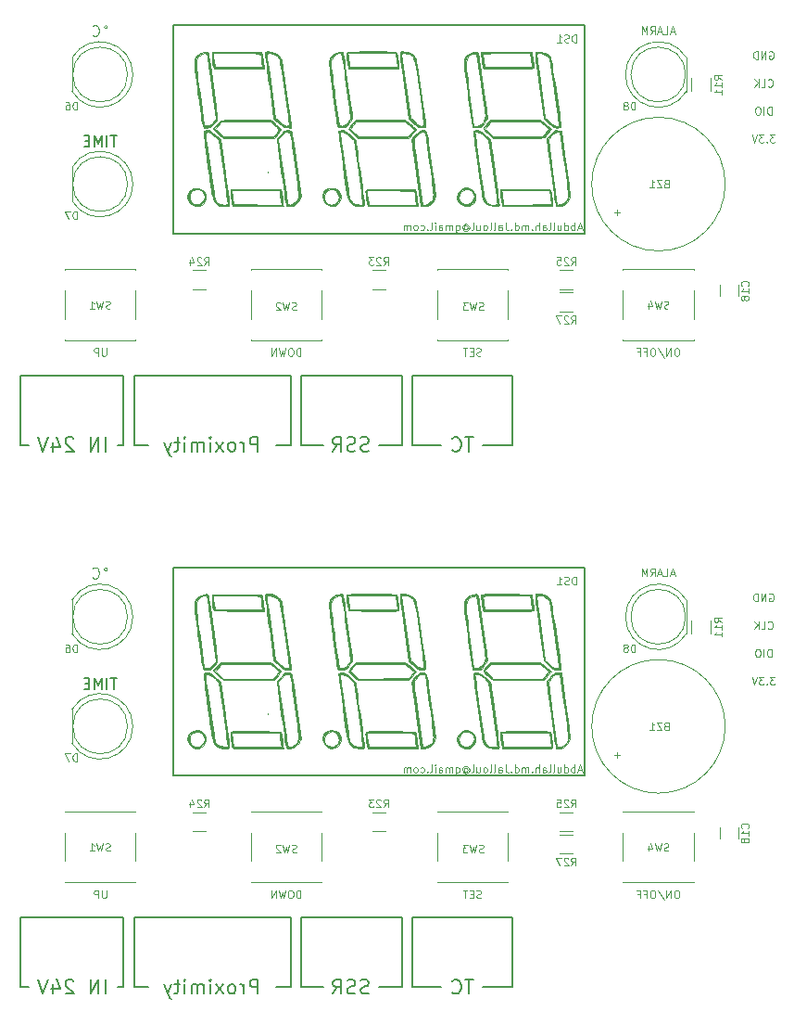
<source format=gbr>
%TF.GenerationSoftware,KiCad,Pcbnew,(5.0.1)-3*%
%TF.CreationDate,2019-02-02T04:30:43+03:00*%
%TF.ProjectId,Thermostat_V1 - Copy,546865726D6F737461745F5631202D20,rev?*%
%TF.SameCoordinates,Original*%
%TF.FileFunction,Legend,Bot*%
%TF.FilePolarity,Positive*%
%FSLAX46Y46*%
G04 Gerber Fmt 4.6, Leading zero omitted, Abs format (unit mm)*
G04 Created by KiCad (PCBNEW (5.0.1)-3) date 2/2/2019 4:30:43 AM*
%MOMM*%
%LPD*%
G01*
G04 APERTURE LIST*
%ADD10C,0.200000*%
%ADD11C,0.100000*%
%ADD12C,0.120000*%
%ADD13C,0.150000*%
%ADD14C,0.010000*%
%ADD15C,0.130000*%
G04 APERTURE END LIST*
D10*
X37592000Y-153513000D02*
X37592000Y-157323000D01*
X54102000Y-157323000D02*
X54864000Y-157323000D01*
X72136000Y-157323000D02*
X69469000Y-157323000D01*
X62992000Y-153640000D02*
X62992000Y-150973000D01*
X62992000Y-157323000D02*
X65659000Y-157323000D01*
X72136000Y-153513000D02*
X72136000Y-157323000D01*
X62103000Y-153640000D02*
X62103000Y-150973000D01*
X62103000Y-150973000D02*
X52832000Y-150973000D01*
X72136000Y-150973000D02*
X72136000Y-153513000D01*
X62992000Y-150973000D02*
X72136000Y-150973000D01*
X51943000Y-153640000D02*
X51943000Y-157323000D01*
X52832000Y-153640000D02*
X52832000Y-157323000D01*
X51943000Y-157323000D02*
X50546000Y-157323000D01*
X62992000Y-153640000D02*
X62992000Y-157323000D01*
X37592000Y-157323000D02*
X38862000Y-157323000D01*
X62103000Y-153640000D02*
X62103000Y-157323000D01*
X36576000Y-153513000D02*
X36576000Y-157323000D01*
X62103000Y-157323000D02*
X59944000Y-157323000D01*
X36576000Y-157323000D02*
X36068000Y-157323000D01*
X27178000Y-153513000D02*
X27178000Y-157323000D01*
X52832000Y-157323000D02*
X54102000Y-157323000D01*
X27178000Y-157323000D02*
X27940000Y-157323000D01*
X36576000Y-150973000D02*
X27178000Y-150973000D01*
X27178000Y-150973000D02*
X27178000Y-153513000D01*
X36576000Y-153513000D02*
X36576000Y-150973000D01*
X52832000Y-150973000D02*
X52832000Y-153640000D01*
X51943000Y-153640000D02*
X51943000Y-150973000D01*
X51943000Y-150973000D02*
X37592000Y-150973000D01*
X37592000Y-150973000D02*
X37592000Y-153513000D01*
X68585428Y-156611095D02*
X67842571Y-156611095D01*
X68214000Y-157911095D02*
X68214000Y-156611095D01*
X66666380Y-157787285D02*
X66728285Y-157849190D01*
X66914000Y-157911095D01*
X67037809Y-157911095D01*
X67223523Y-157849190D01*
X67347333Y-157725380D01*
X67409238Y-157601571D01*
X67471142Y-157353952D01*
X67471142Y-157168238D01*
X67409238Y-156920619D01*
X67347333Y-156796809D01*
X67223523Y-156673000D01*
X67037809Y-156611095D01*
X66914000Y-156611095D01*
X66728285Y-156673000D01*
X66666380Y-156734904D01*
X48913523Y-157911095D02*
X48913523Y-156611095D01*
X48418285Y-156611095D01*
X48294476Y-156673000D01*
X48232571Y-156734904D01*
X48170666Y-156858714D01*
X48170666Y-157044428D01*
X48232571Y-157168238D01*
X48294476Y-157230142D01*
X48418285Y-157292047D01*
X48913523Y-157292047D01*
X47613523Y-157911095D02*
X47613523Y-157044428D01*
X47613523Y-157292047D02*
X47551619Y-157168238D01*
X47489714Y-157106333D01*
X47365904Y-157044428D01*
X47242095Y-157044428D01*
X46623047Y-157911095D02*
X46746857Y-157849190D01*
X46808761Y-157787285D01*
X46870666Y-157663476D01*
X46870666Y-157292047D01*
X46808761Y-157168238D01*
X46746857Y-157106333D01*
X46623047Y-157044428D01*
X46437333Y-157044428D01*
X46313523Y-157106333D01*
X46251619Y-157168238D01*
X46189714Y-157292047D01*
X46189714Y-157663476D01*
X46251619Y-157787285D01*
X46313523Y-157849190D01*
X46437333Y-157911095D01*
X46623047Y-157911095D01*
X45756380Y-157911095D02*
X45075428Y-157044428D01*
X45756380Y-157044428D02*
X45075428Y-157911095D01*
X44580190Y-157911095D02*
X44580190Y-157044428D01*
X44580190Y-156611095D02*
X44642095Y-156673000D01*
X44580190Y-156734904D01*
X44518285Y-156673000D01*
X44580190Y-156611095D01*
X44580190Y-156734904D01*
X43961142Y-157911095D02*
X43961142Y-157044428D01*
X43961142Y-157168238D02*
X43899238Y-157106333D01*
X43775428Y-157044428D01*
X43589714Y-157044428D01*
X43465904Y-157106333D01*
X43404000Y-157230142D01*
X43404000Y-157911095D01*
X43404000Y-157230142D02*
X43342095Y-157106333D01*
X43218285Y-157044428D01*
X43032571Y-157044428D01*
X42908761Y-157106333D01*
X42846857Y-157230142D01*
X42846857Y-157911095D01*
X42227809Y-157911095D02*
X42227809Y-157044428D01*
X42227809Y-156611095D02*
X42289714Y-156673000D01*
X42227809Y-156734904D01*
X42165904Y-156673000D01*
X42227809Y-156611095D01*
X42227809Y-156734904D01*
X41794476Y-157044428D02*
X41299238Y-157044428D01*
X41608761Y-156611095D02*
X41608761Y-157725380D01*
X41546857Y-157849190D01*
X41423047Y-157911095D01*
X41299238Y-157911095D01*
X40989714Y-157044428D02*
X40680190Y-157911095D01*
X40370666Y-157044428D02*
X40680190Y-157911095D01*
X40804000Y-158220619D01*
X40865904Y-158282523D01*
X40989714Y-158344428D01*
X59044476Y-157849190D02*
X58858761Y-157911095D01*
X58549238Y-157911095D01*
X58425428Y-157849190D01*
X58363523Y-157787285D01*
X58301619Y-157663476D01*
X58301619Y-157539666D01*
X58363523Y-157415857D01*
X58425428Y-157353952D01*
X58549238Y-157292047D01*
X58796857Y-157230142D01*
X58920666Y-157168238D01*
X58982571Y-157106333D01*
X59044476Y-156982523D01*
X59044476Y-156858714D01*
X58982571Y-156734904D01*
X58920666Y-156673000D01*
X58796857Y-156611095D01*
X58487333Y-156611095D01*
X58301619Y-156673000D01*
X57806380Y-157849190D02*
X57620666Y-157911095D01*
X57311142Y-157911095D01*
X57187333Y-157849190D01*
X57125428Y-157787285D01*
X57063523Y-157663476D01*
X57063523Y-157539666D01*
X57125428Y-157415857D01*
X57187333Y-157353952D01*
X57311142Y-157292047D01*
X57558761Y-157230142D01*
X57682571Y-157168238D01*
X57744476Y-157106333D01*
X57806380Y-156982523D01*
X57806380Y-156858714D01*
X57744476Y-156734904D01*
X57682571Y-156673000D01*
X57558761Y-156611095D01*
X57249238Y-156611095D01*
X57063523Y-156673000D01*
X55763523Y-157911095D02*
X56196857Y-157292047D01*
X56506380Y-157911095D02*
X56506380Y-156611095D01*
X56011142Y-156611095D01*
X55887333Y-156673000D01*
X55825428Y-156734904D01*
X55763523Y-156858714D01*
X55763523Y-157044428D01*
X55825428Y-157168238D01*
X55887333Y-157230142D01*
X56011142Y-157292047D01*
X56506380Y-157292047D01*
X34975428Y-157911095D02*
X34975428Y-156611095D01*
X34356380Y-157911095D02*
X34356380Y-156611095D01*
X33613523Y-157911095D01*
X33613523Y-156611095D01*
X32065904Y-156734904D02*
X32004000Y-156673000D01*
X31880190Y-156611095D01*
X31570666Y-156611095D01*
X31446857Y-156673000D01*
X31384952Y-156734904D01*
X31323047Y-156858714D01*
X31323047Y-156982523D01*
X31384952Y-157168238D01*
X32127809Y-157911095D01*
X31323047Y-157911095D01*
X30208761Y-157044428D02*
X30208761Y-157911095D01*
X30518285Y-156549190D02*
X30827809Y-157477761D01*
X30023047Y-157477761D01*
X29713523Y-156611095D02*
X29280190Y-157911095D01*
X28846857Y-156611095D01*
D11*
X95656333Y-121413000D02*
X95723000Y-121379666D01*
X95823000Y-121379666D01*
X95923000Y-121413000D01*
X95989666Y-121479666D01*
X96023000Y-121546333D01*
X96056333Y-121679666D01*
X96056333Y-121779666D01*
X96023000Y-121913000D01*
X95989666Y-121979666D01*
X95923000Y-122046333D01*
X95823000Y-122079666D01*
X95756333Y-122079666D01*
X95656333Y-122046333D01*
X95623000Y-122013000D01*
X95623000Y-121779666D01*
X95756333Y-121779666D01*
X95323000Y-122079666D02*
X95323000Y-121379666D01*
X94923000Y-122079666D01*
X94923000Y-121379666D01*
X94589666Y-122079666D02*
X94589666Y-121379666D01*
X94423000Y-121379666D01*
X94323000Y-121413000D01*
X94256333Y-121479666D01*
X94223000Y-121546333D01*
X94189666Y-121679666D01*
X94189666Y-121779666D01*
X94223000Y-121913000D01*
X94256333Y-121979666D01*
X94323000Y-122046333D01*
X94423000Y-122079666D01*
X94589666Y-122079666D01*
X78508000Y-137500666D02*
X78174666Y-137500666D01*
X78574666Y-137700666D02*
X78341333Y-137000666D01*
X78108000Y-137700666D01*
X77874666Y-137700666D02*
X77874666Y-137000666D01*
X77874666Y-137267333D02*
X77808000Y-137234000D01*
X77674666Y-137234000D01*
X77608000Y-137267333D01*
X77574666Y-137300666D01*
X77541333Y-137367333D01*
X77541333Y-137567333D01*
X77574666Y-137634000D01*
X77608000Y-137667333D01*
X77674666Y-137700666D01*
X77808000Y-137700666D01*
X77874666Y-137667333D01*
X76941333Y-137700666D02*
X76941333Y-137000666D01*
X76941333Y-137667333D02*
X77008000Y-137700666D01*
X77141333Y-137700666D01*
X77208000Y-137667333D01*
X77241333Y-137634000D01*
X77274666Y-137567333D01*
X77274666Y-137367333D01*
X77241333Y-137300666D01*
X77208000Y-137267333D01*
X77141333Y-137234000D01*
X77008000Y-137234000D01*
X76941333Y-137267333D01*
X76308000Y-137234000D02*
X76308000Y-137700666D01*
X76608000Y-137234000D02*
X76608000Y-137600666D01*
X76574666Y-137667333D01*
X76508000Y-137700666D01*
X76408000Y-137700666D01*
X76341333Y-137667333D01*
X76308000Y-137634000D01*
X75874666Y-137700666D02*
X75941333Y-137667333D01*
X75974666Y-137600666D01*
X75974666Y-137000666D01*
X75508000Y-137700666D02*
X75574666Y-137667333D01*
X75608000Y-137600666D01*
X75608000Y-137000666D01*
X74941333Y-137700666D02*
X74941333Y-137334000D01*
X74974666Y-137267333D01*
X75041333Y-137234000D01*
X75174666Y-137234000D01*
X75241333Y-137267333D01*
X74941333Y-137667333D02*
X75008000Y-137700666D01*
X75174666Y-137700666D01*
X75241333Y-137667333D01*
X75274666Y-137600666D01*
X75274666Y-137534000D01*
X75241333Y-137467333D01*
X75174666Y-137434000D01*
X75008000Y-137434000D01*
X74941333Y-137400666D01*
X74608000Y-137700666D02*
X74608000Y-137000666D01*
X74308000Y-137700666D02*
X74308000Y-137334000D01*
X74341333Y-137267333D01*
X74408000Y-137234000D01*
X74508000Y-137234000D01*
X74574666Y-137267333D01*
X74608000Y-137300666D01*
X73974666Y-137634000D02*
X73941333Y-137667333D01*
X73974666Y-137700666D01*
X74008000Y-137667333D01*
X73974666Y-137634000D01*
X73974666Y-137700666D01*
X73641333Y-137700666D02*
X73641333Y-137234000D01*
X73641333Y-137300666D02*
X73608000Y-137267333D01*
X73541333Y-137234000D01*
X73441333Y-137234000D01*
X73374666Y-137267333D01*
X73341333Y-137334000D01*
X73341333Y-137700666D01*
X73341333Y-137334000D02*
X73308000Y-137267333D01*
X73241333Y-137234000D01*
X73141333Y-137234000D01*
X73074666Y-137267333D01*
X73041333Y-137334000D01*
X73041333Y-137700666D01*
X72408000Y-137700666D02*
X72408000Y-137000666D01*
X72408000Y-137667333D02*
X72474666Y-137700666D01*
X72608000Y-137700666D01*
X72674666Y-137667333D01*
X72708000Y-137634000D01*
X72741333Y-137567333D01*
X72741333Y-137367333D01*
X72708000Y-137300666D01*
X72674666Y-137267333D01*
X72608000Y-137234000D01*
X72474666Y-137234000D01*
X72408000Y-137267333D01*
X72074666Y-137634000D02*
X72041333Y-137667333D01*
X72074666Y-137700666D01*
X72108000Y-137667333D01*
X72074666Y-137634000D01*
X72074666Y-137700666D01*
X71541333Y-137000666D02*
X71541333Y-137500666D01*
X71574666Y-137600666D01*
X71641333Y-137667333D01*
X71741333Y-137700666D01*
X71808000Y-137700666D01*
X70908000Y-137700666D02*
X70908000Y-137334000D01*
X70941333Y-137267333D01*
X71008000Y-137234000D01*
X71141333Y-137234000D01*
X71208000Y-137267333D01*
X70908000Y-137667333D02*
X70974666Y-137700666D01*
X71141333Y-137700666D01*
X71208000Y-137667333D01*
X71241333Y-137600666D01*
X71241333Y-137534000D01*
X71208000Y-137467333D01*
X71141333Y-137434000D01*
X70974666Y-137434000D01*
X70908000Y-137400666D01*
X70474666Y-137700666D02*
X70541333Y-137667333D01*
X70574666Y-137600666D01*
X70574666Y-137000666D01*
X70108000Y-137700666D02*
X70174666Y-137667333D01*
X70208000Y-137600666D01*
X70208000Y-137000666D01*
X69741333Y-137700666D02*
X69808000Y-137667333D01*
X69841333Y-137634000D01*
X69874666Y-137567333D01*
X69874666Y-137367333D01*
X69841333Y-137300666D01*
X69808000Y-137267333D01*
X69741333Y-137234000D01*
X69641333Y-137234000D01*
X69574666Y-137267333D01*
X69541333Y-137300666D01*
X69508000Y-137367333D01*
X69508000Y-137567333D01*
X69541333Y-137634000D01*
X69574666Y-137667333D01*
X69641333Y-137700666D01*
X69741333Y-137700666D01*
X68908000Y-137234000D02*
X68908000Y-137700666D01*
X69208000Y-137234000D02*
X69208000Y-137600666D01*
X69174666Y-137667333D01*
X69108000Y-137700666D01*
X69008000Y-137700666D01*
X68941333Y-137667333D01*
X68908000Y-137634000D01*
X68474666Y-137700666D02*
X68541333Y-137667333D01*
X68574666Y-137600666D01*
X68574666Y-137000666D01*
X67774666Y-137367333D02*
X67808000Y-137334000D01*
X67874666Y-137300666D01*
X67941333Y-137300666D01*
X68008000Y-137334000D01*
X68041333Y-137367333D01*
X68074666Y-137434000D01*
X68074666Y-137500666D01*
X68041333Y-137567333D01*
X68008000Y-137600666D01*
X67941333Y-137634000D01*
X67874666Y-137634000D01*
X67808000Y-137600666D01*
X67774666Y-137567333D01*
X67774666Y-137300666D02*
X67774666Y-137567333D01*
X67741333Y-137600666D01*
X67708000Y-137600666D01*
X67641333Y-137567333D01*
X67608000Y-137500666D01*
X67608000Y-137334000D01*
X67674666Y-137234000D01*
X67774666Y-137167333D01*
X67908000Y-137134000D01*
X68041333Y-137167333D01*
X68141333Y-137234000D01*
X68208000Y-137334000D01*
X68241333Y-137467333D01*
X68208000Y-137600666D01*
X68141333Y-137700666D01*
X68041333Y-137767333D01*
X67908000Y-137800666D01*
X67774666Y-137767333D01*
X67674666Y-137700666D01*
X67008000Y-137234000D02*
X67008000Y-137800666D01*
X67041333Y-137867333D01*
X67074666Y-137900666D01*
X67141333Y-137934000D01*
X67241333Y-137934000D01*
X67308000Y-137900666D01*
X67008000Y-137667333D02*
X67074666Y-137700666D01*
X67208000Y-137700666D01*
X67274666Y-137667333D01*
X67308000Y-137634000D01*
X67341333Y-137567333D01*
X67341333Y-137367333D01*
X67308000Y-137300666D01*
X67274666Y-137267333D01*
X67208000Y-137234000D01*
X67074666Y-137234000D01*
X67008000Y-137267333D01*
X66674666Y-137700666D02*
X66674666Y-137234000D01*
X66674666Y-137300666D02*
X66641333Y-137267333D01*
X66574666Y-137234000D01*
X66474666Y-137234000D01*
X66408000Y-137267333D01*
X66374666Y-137334000D01*
X66374666Y-137700666D01*
X66374666Y-137334000D02*
X66341333Y-137267333D01*
X66274666Y-137234000D01*
X66174666Y-137234000D01*
X66108000Y-137267333D01*
X66074666Y-137334000D01*
X66074666Y-137700666D01*
X65441333Y-137700666D02*
X65441333Y-137334000D01*
X65474666Y-137267333D01*
X65541333Y-137234000D01*
X65674666Y-137234000D01*
X65741333Y-137267333D01*
X65441333Y-137667333D02*
X65508000Y-137700666D01*
X65674666Y-137700666D01*
X65741333Y-137667333D01*
X65774666Y-137600666D01*
X65774666Y-137534000D01*
X65741333Y-137467333D01*
X65674666Y-137434000D01*
X65508000Y-137434000D01*
X65441333Y-137400666D01*
X65108000Y-137700666D02*
X65108000Y-137234000D01*
X65108000Y-137000666D02*
X65141333Y-137034000D01*
X65108000Y-137067333D01*
X65074666Y-137034000D01*
X65108000Y-137000666D01*
X65108000Y-137067333D01*
X64674666Y-137700666D02*
X64741333Y-137667333D01*
X64774666Y-137600666D01*
X64774666Y-137000666D01*
X64408000Y-137634000D02*
X64374666Y-137667333D01*
X64408000Y-137700666D01*
X64441333Y-137667333D01*
X64408000Y-137634000D01*
X64408000Y-137700666D01*
X63774666Y-137667333D02*
X63841333Y-137700666D01*
X63974666Y-137700666D01*
X64041333Y-137667333D01*
X64074666Y-137634000D01*
X64108000Y-137567333D01*
X64108000Y-137367333D01*
X64074666Y-137300666D01*
X64041333Y-137267333D01*
X63974666Y-137234000D01*
X63841333Y-137234000D01*
X63774666Y-137267333D01*
X63374666Y-137700666D02*
X63441333Y-137667333D01*
X63474666Y-137634000D01*
X63508000Y-137567333D01*
X63508000Y-137367333D01*
X63474666Y-137300666D01*
X63441333Y-137267333D01*
X63374666Y-137234000D01*
X63274666Y-137234000D01*
X63208000Y-137267333D01*
X63174666Y-137300666D01*
X63141333Y-137367333D01*
X63141333Y-137567333D01*
X63174666Y-137634000D01*
X63208000Y-137667333D01*
X63274666Y-137700666D01*
X63374666Y-137700666D01*
X62841333Y-137700666D02*
X62841333Y-137234000D01*
X62841333Y-137300666D02*
X62808000Y-137267333D01*
X62741333Y-137234000D01*
X62641333Y-137234000D01*
X62574666Y-137267333D01*
X62541333Y-137334000D01*
X62541333Y-137700666D01*
X62541333Y-137334000D02*
X62508000Y-137267333D01*
X62441333Y-137234000D01*
X62341333Y-137234000D01*
X62274666Y-137267333D01*
X62241333Y-137334000D01*
X62241333Y-137700666D01*
X95839666Y-127159666D02*
X95839666Y-126459666D01*
X95673000Y-126459666D01*
X95573000Y-126493000D01*
X95506333Y-126559666D01*
X95473000Y-126626333D01*
X95439666Y-126759666D01*
X95439666Y-126859666D01*
X95473000Y-126993000D01*
X95506333Y-127059666D01*
X95573000Y-127126333D01*
X95673000Y-127159666D01*
X95839666Y-127159666D01*
X95139666Y-127159666D02*
X95139666Y-126459666D01*
X94673000Y-126459666D02*
X94539666Y-126459666D01*
X94473000Y-126493000D01*
X94406333Y-126559666D01*
X94373000Y-126693000D01*
X94373000Y-126926333D01*
X94406333Y-127059666D01*
X94473000Y-127126333D01*
X94539666Y-127159666D01*
X94673000Y-127159666D01*
X94739666Y-127126333D01*
X94806333Y-127059666D01*
X94839666Y-126926333D01*
X94839666Y-126693000D01*
X94806333Y-126559666D01*
X94739666Y-126493000D01*
X94673000Y-126459666D01*
X96156333Y-128999666D02*
X95723000Y-128999666D01*
X95956333Y-129266333D01*
X95856333Y-129266333D01*
X95789666Y-129299666D01*
X95756333Y-129333000D01*
X95723000Y-129399666D01*
X95723000Y-129566333D01*
X95756333Y-129633000D01*
X95789666Y-129666333D01*
X95856333Y-129699666D01*
X96056333Y-129699666D01*
X96123000Y-129666333D01*
X96156333Y-129633000D01*
X95423000Y-129633000D02*
X95389666Y-129666333D01*
X95423000Y-129699666D01*
X95456333Y-129666333D01*
X95423000Y-129633000D01*
X95423000Y-129699666D01*
X95156333Y-128999666D02*
X94723000Y-128999666D01*
X94956333Y-129266333D01*
X94856333Y-129266333D01*
X94789666Y-129299666D01*
X94756333Y-129333000D01*
X94723000Y-129399666D01*
X94723000Y-129566333D01*
X94756333Y-129633000D01*
X94789666Y-129666333D01*
X94856333Y-129699666D01*
X95056333Y-129699666D01*
X95123000Y-129666333D01*
X95156333Y-129633000D01*
X94523000Y-128999666D02*
X94289666Y-129699666D01*
X94056333Y-128999666D01*
X95539666Y-124553000D02*
X95573000Y-124586333D01*
X95673000Y-124619666D01*
X95739666Y-124619666D01*
X95839666Y-124586333D01*
X95906333Y-124519666D01*
X95939666Y-124453000D01*
X95973000Y-124319666D01*
X95973000Y-124219666D01*
X95939666Y-124086333D01*
X95906333Y-124019666D01*
X95839666Y-123953000D01*
X95739666Y-123919666D01*
X95673000Y-123919666D01*
X95573000Y-123953000D01*
X95539666Y-123986333D01*
X94906333Y-124619666D02*
X95239666Y-124619666D01*
X95239666Y-123919666D01*
X94673000Y-124619666D02*
X94673000Y-123919666D01*
X94273000Y-124619666D02*
X94573000Y-124219666D01*
X94273000Y-123919666D02*
X94673000Y-124319666D01*
X78508000Y-88000666D02*
X78174666Y-88000666D01*
X78574666Y-88200666D02*
X78341333Y-87500666D01*
X78108000Y-88200666D01*
X77874666Y-88200666D02*
X77874666Y-87500666D01*
X77874666Y-87767333D02*
X77808000Y-87734000D01*
X77674666Y-87734000D01*
X77608000Y-87767333D01*
X77574666Y-87800666D01*
X77541333Y-87867333D01*
X77541333Y-88067333D01*
X77574666Y-88134000D01*
X77608000Y-88167333D01*
X77674666Y-88200666D01*
X77808000Y-88200666D01*
X77874666Y-88167333D01*
X76941333Y-88200666D02*
X76941333Y-87500666D01*
X76941333Y-88167333D02*
X77008000Y-88200666D01*
X77141333Y-88200666D01*
X77208000Y-88167333D01*
X77241333Y-88134000D01*
X77274666Y-88067333D01*
X77274666Y-87867333D01*
X77241333Y-87800666D01*
X77208000Y-87767333D01*
X77141333Y-87734000D01*
X77008000Y-87734000D01*
X76941333Y-87767333D01*
X76308000Y-87734000D02*
X76308000Y-88200666D01*
X76608000Y-87734000D02*
X76608000Y-88100666D01*
X76574666Y-88167333D01*
X76508000Y-88200666D01*
X76408000Y-88200666D01*
X76341333Y-88167333D01*
X76308000Y-88134000D01*
X75874666Y-88200666D02*
X75941333Y-88167333D01*
X75974666Y-88100666D01*
X75974666Y-87500666D01*
X75508000Y-88200666D02*
X75574666Y-88167333D01*
X75608000Y-88100666D01*
X75608000Y-87500666D01*
X74941333Y-88200666D02*
X74941333Y-87834000D01*
X74974666Y-87767333D01*
X75041333Y-87734000D01*
X75174666Y-87734000D01*
X75241333Y-87767333D01*
X74941333Y-88167333D02*
X75008000Y-88200666D01*
X75174666Y-88200666D01*
X75241333Y-88167333D01*
X75274666Y-88100666D01*
X75274666Y-88034000D01*
X75241333Y-87967333D01*
X75174666Y-87934000D01*
X75008000Y-87934000D01*
X74941333Y-87900666D01*
X74608000Y-88200666D02*
X74608000Y-87500666D01*
X74308000Y-88200666D02*
X74308000Y-87834000D01*
X74341333Y-87767333D01*
X74408000Y-87734000D01*
X74508000Y-87734000D01*
X74574666Y-87767333D01*
X74608000Y-87800666D01*
X73974666Y-88134000D02*
X73941333Y-88167333D01*
X73974666Y-88200666D01*
X74008000Y-88167333D01*
X73974666Y-88134000D01*
X73974666Y-88200666D01*
X73641333Y-88200666D02*
X73641333Y-87734000D01*
X73641333Y-87800666D02*
X73608000Y-87767333D01*
X73541333Y-87734000D01*
X73441333Y-87734000D01*
X73374666Y-87767333D01*
X73341333Y-87834000D01*
X73341333Y-88200666D01*
X73341333Y-87834000D02*
X73308000Y-87767333D01*
X73241333Y-87734000D01*
X73141333Y-87734000D01*
X73074666Y-87767333D01*
X73041333Y-87834000D01*
X73041333Y-88200666D01*
X72408000Y-88200666D02*
X72408000Y-87500666D01*
X72408000Y-88167333D02*
X72474666Y-88200666D01*
X72608000Y-88200666D01*
X72674666Y-88167333D01*
X72708000Y-88134000D01*
X72741333Y-88067333D01*
X72741333Y-87867333D01*
X72708000Y-87800666D01*
X72674666Y-87767333D01*
X72608000Y-87734000D01*
X72474666Y-87734000D01*
X72408000Y-87767333D01*
X72074666Y-88134000D02*
X72041333Y-88167333D01*
X72074666Y-88200666D01*
X72108000Y-88167333D01*
X72074666Y-88134000D01*
X72074666Y-88200666D01*
X71541333Y-87500666D02*
X71541333Y-88000666D01*
X71574666Y-88100666D01*
X71641333Y-88167333D01*
X71741333Y-88200666D01*
X71808000Y-88200666D01*
X70908000Y-88200666D02*
X70908000Y-87834000D01*
X70941333Y-87767333D01*
X71008000Y-87734000D01*
X71141333Y-87734000D01*
X71208000Y-87767333D01*
X70908000Y-88167333D02*
X70974666Y-88200666D01*
X71141333Y-88200666D01*
X71208000Y-88167333D01*
X71241333Y-88100666D01*
X71241333Y-88034000D01*
X71208000Y-87967333D01*
X71141333Y-87934000D01*
X70974666Y-87934000D01*
X70908000Y-87900666D01*
X70474666Y-88200666D02*
X70541333Y-88167333D01*
X70574666Y-88100666D01*
X70574666Y-87500666D01*
X70108000Y-88200666D02*
X70174666Y-88167333D01*
X70208000Y-88100666D01*
X70208000Y-87500666D01*
X69741333Y-88200666D02*
X69808000Y-88167333D01*
X69841333Y-88134000D01*
X69874666Y-88067333D01*
X69874666Y-87867333D01*
X69841333Y-87800666D01*
X69808000Y-87767333D01*
X69741333Y-87734000D01*
X69641333Y-87734000D01*
X69574666Y-87767333D01*
X69541333Y-87800666D01*
X69508000Y-87867333D01*
X69508000Y-88067333D01*
X69541333Y-88134000D01*
X69574666Y-88167333D01*
X69641333Y-88200666D01*
X69741333Y-88200666D01*
X68908000Y-87734000D02*
X68908000Y-88200666D01*
X69208000Y-87734000D02*
X69208000Y-88100666D01*
X69174666Y-88167333D01*
X69108000Y-88200666D01*
X69008000Y-88200666D01*
X68941333Y-88167333D01*
X68908000Y-88134000D01*
X68474666Y-88200666D02*
X68541333Y-88167333D01*
X68574666Y-88100666D01*
X68574666Y-87500666D01*
X67774666Y-87867333D02*
X67808000Y-87834000D01*
X67874666Y-87800666D01*
X67941333Y-87800666D01*
X68008000Y-87834000D01*
X68041333Y-87867333D01*
X68074666Y-87934000D01*
X68074666Y-88000666D01*
X68041333Y-88067333D01*
X68008000Y-88100666D01*
X67941333Y-88134000D01*
X67874666Y-88134000D01*
X67808000Y-88100666D01*
X67774666Y-88067333D01*
X67774666Y-87800666D02*
X67774666Y-88067333D01*
X67741333Y-88100666D01*
X67708000Y-88100666D01*
X67641333Y-88067333D01*
X67608000Y-88000666D01*
X67608000Y-87834000D01*
X67674666Y-87734000D01*
X67774666Y-87667333D01*
X67908000Y-87634000D01*
X68041333Y-87667333D01*
X68141333Y-87734000D01*
X68208000Y-87834000D01*
X68241333Y-87967333D01*
X68208000Y-88100666D01*
X68141333Y-88200666D01*
X68041333Y-88267333D01*
X67908000Y-88300666D01*
X67774666Y-88267333D01*
X67674666Y-88200666D01*
X67008000Y-87734000D02*
X67008000Y-88300666D01*
X67041333Y-88367333D01*
X67074666Y-88400666D01*
X67141333Y-88434000D01*
X67241333Y-88434000D01*
X67308000Y-88400666D01*
X67008000Y-88167333D02*
X67074666Y-88200666D01*
X67208000Y-88200666D01*
X67274666Y-88167333D01*
X67308000Y-88134000D01*
X67341333Y-88067333D01*
X67341333Y-87867333D01*
X67308000Y-87800666D01*
X67274666Y-87767333D01*
X67208000Y-87734000D01*
X67074666Y-87734000D01*
X67008000Y-87767333D01*
X66674666Y-88200666D02*
X66674666Y-87734000D01*
X66674666Y-87800666D02*
X66641333Y-87767333D01*
X66574666Y-87734000D01*
X66474666Y-87734000D01*
X66408000Y-87767333D01*
X66374666Y-87834000D01*
X66374666Y-88200666D01*
X66374666Y-87834000D02*
X66341333Y-87767333D01*
X66274666Y-87734000D01*
X66174666Y-87734000D01*
X66108000Y-87767333D01*
X66074666Y-87834000D01*
X66074666Y-88200666D01*
X65441333Y-88200666D02*
X65441333Y-87834000D01*
X65474666Y-87767333D01*
X65541333Y-87734000D01*
X65674666Y-87734000D01*
X65741333Y-87767333D01*
X65441333Y-88167333D02*
X65508000Y-88200666D01*
X65674666Y-88200666D01*
X65741333Y-88167333D01*
X65774666Y-88100666D01*
X65774666Y-88034000D01*
X65741333Y-87967333D01*
X65674666Y-87934000D01*
X65508000Y-87934000D01*
X65441333Y-87900666D01*
X65108000Y-88200666D02*
X65108000Y-87734000D01*
X65108000Y-87500666D02*
X65141333Y-87534000D01*
X65108000Y-87567333D01*
X65074666Y-87534000D01*
X65108000Y-87500666D01*
X65108000Y-87567333D01*
X64674666Y-88200666D02*
X64741333Y-88167333D01*
X64774666Y-88100666D01*
X64774666Y-87500666D01*
X64408000Y-88134000D02*
X64374666Y-88167333D01*
X64408000Y-88200666D01*
X64441333Y-88167333D01*
X64408000Y-88134000D01*
X64408000Y-88200666D01*
X63774666Y-88167333D02*
X63841333Y-88200666D01*
X63974666Y-88200666D01*
X64041333Y-88167333D01*
X64074666Y-88134000D01*
X64108000Y-88067333D01*
X64108000Y-87867333D01*
X64074666Y-87800666D01*
X64041333Y-87767333D01*
X63974666Y-87734000D01*
X63841333Y-87734000D01*
X63774666Y-87767333D01*
X63374666Y-88200666D02*
X63441333Y-88167333D01*
X63474666Y-88134000D01*
X63508000Y-88067333D01*
X63508000Y-87867333D01*
X63474666Y-87800666D01*
X63441333Y-87767333D01*
X63374666Y-87734000D01*
X63274666Y-87734000D01*
X63208000Y-87767333D01*
X63174666Y-87800666D01*
X63141333Y-87867333D01*
X63141333Y-88067333D01*
X63174666Y-88134000D01*
X63208000Y-88167333D01*
X63274666Y-88200666D01*
X63374666Y-88200666D01*
X62841333Y-88200666D02*
X62841333Y-87734000D01*
X62841333Y-87800666D02*
X62808000Y-87767333D01*
X62741333Y-87734000D01*
X62641333Y-87734000D01*
X62574666Y-87767333D01*
X62541333Y-87834000D01*
X62541333Y-88200666D01*
X62541333Y-87834000D02*
X62508000Y-87767333D01*
X62441333Y-87734000D01*
X62341333Y-87734000D01*
X62274666Y-87767333D01*
X62241333Y-87834000D01*
X62241333Y-88200666D01*
X96156333Y-79499666D02*
X95723000Y-79499666D01*
X95956333Y-79766333D01*
X95856333Y-79766333D01*
X95789666Y-79799666D01*
X95756333Y-79833000D01*
X95723000Y-79899666D01*
X95723000Y-80066333D01*
X95756333Y-80133000D01*
X95789666Y-80166333D01*
X95856333Y-80199666D01*
X96056333Y-80199666D01*
X96123000Y-80166333D01*
X96156333Y-80133000D01*
X95423000Y-80133000D02*
X95389666Y-80166333D01*
X95423000Y-80199666D01*
X95456333Y-80166333D01*
X95423000Y-80133000D01*
X95423000Y-80199666D01*
X95156333Y-79499666D02*
X94723000Y-79499666D01*
X94956333Y-79766333D01*
X94856333Y-79766333D01*
X94789666Y-79799666D01*
X94756333Y-79833000D01*
X94723000Y-79899666D01*
X94723000Y-80066333D01*
X94756333Y-80133000D01*
X94789666Y-80166333D01*
X94856333Y-80199666D01*
X95056333Y-80199666D01*
X95123000Y-80166333D01*
X95156333Y-80133000D01*
X94523000Y-79499666D02*
X94289666Y-80199666D01*
X94056333Y-79499666D01*
X95839666Y-77659666D02*
X95839666Y-76959666D01*
X95673000Y-76959666D01*
X95573000Y-76993000D01*
X95506333Y-77059666D01*
X95473000Y-77126333D01*
X95439666Y-77259666D01*
X95439666Y-77359666D01*
X95473000Y-77493000D01*
X95506333Y-77559666D01*
X95573000Y-77626333D01*
X95673000Y-77659666D01*
X95839666Y-77659666D01*
X95139666Y-77659666D02*
X95139666Y-76959666D01*
X94673000Y-76959666D02*
X94539666Y-76959666D01*
X94473000Y-76993000D01*
X94406333Y-77059666D01*
X94373000Y-77193000D01*
X94373000Y-77426333D01*
X94406333Y-77559666D01*
X94473000Y-77626333D01*
X94539666Y-77659666D01*
X94673000Y-77659666D01*
X94739666Y-77626333D01*
X94806333Y-77559666D01*
X94839666Y-77426333D01*
X94839666Y-77193000D01*
X94806333Y-77059666D01*
X94739666Y-76993000D01*
X94673000Y-76959666D01*
X95539666Y-75053000D02*
X95573000Y-75086333D01*
X95673000Y-75119666D01*
X95739666Y-75119666D01*
X95839666Y-75086333D01*
X95906333Y-75019666D01*
X95939666Y-74953000D01*
X95973000Y-74819666D01*
X95973000Y-74719666D01*
X95939666Y-74586333D01*
X95906333Y-74519666D01*
X95839666Y-74453000D01*
X95739666Y-74419666D01*
X95673000Y-74419666D01*
X95573000Y-74453000D01*
X95539666Y-74486333D01*
X94906333Y-75119666D02*
X95239666Y-75119666D01*
X95239666Y-74419666D01*
X94673000Y-75119666D02*
X94673000Y-74419666D01*
X94273000Y-75119666D02*
X94573000Y-74719666D01*
X94273000Y-74419666D02*
X94673000Y-74819666D01*
X95656333Y-71913000D02*
X95723000Y-71879666D01*
X95823000Y-71879666D01*
X95923000Y-71913000D01*
X95989666Y-71979666D01*
X96023000Y-72046333D01*
X96056333Y-72179666D01*
X96056333Y-72279666D01*
X96023000Y-72413000D01*
X95989666Y-72479666D01*
X95923000Y-72546333D01*
X95823000Y-72579666D01*
X95756333Y-72579666D01*
X95656333Y-72546333D01*
X95623000Y-72513000D01*
X95623000Y-72279666D01*
X95756333Y-72279666D01*
X95323000Y-72579666D02*
X95323000Y-71879666D01*
X94923000Y-72579666D01*
X94923000Y-71879666D01*
X94589666Y-72579666D02*
X94589666Y-71879666D01*
X94423000Y-71879666D01*
X94323000Y-71913000D01*
X94256333Y-71979666D01*
X94223000Y-72046333D01*
X94189666Y-72179666D01*
X94189666Y-72279666D01*
X94223000Y-72413000D01*
X94256333Y-72479666D01*
X94323000Y-72546333D01*
X94423000Y-72579666D01*
X94589666Y-72579666D01*
D10*
X27178000Y-101473000D02*
X27178000Y-104013000D01*
X36576000Y-101473000D02*
X27178000Y-101473000D01*
X36576000Y-104013000D02*
X36576000Y-101473000D01*
X37592000Y-101473000D02*
X37592000Y-104013000D01*
X51943000Y-101473000D02*
X37592000Y-101473000D01*
X51943000Y-104140000D02*
X51943000Y-101473000D01*
X52832000Y-101473000D02*
X52832000Y-104140000D01*
X62103000Y-101473000D02*
X52832000Y-101473000D01*
X62103000Y-104140000D02*
X62103000Y-101473000D01*
X72136000Y-101473000D02*
X72136000Y-104013000D01*
X62992000Y-101473000D02*
X72136000Y-101473000D01*
X62992000Y-104140000D02*
X62992000Y-101473000D01*
X72136000Y-107823000D02*
X69469000Y-107823000D01*
X72136000Y-104013000D02*
X72136000Y-107823000D01*
X62992000Y-107823000D02*
X65659000Y-107823000D01*
X62992000Y-104140000D02*
X62992000Y-107823000D01*
X54102000Y-107823000D02*
X54864000Y-107823000D01*
X62103000Y-107823000D02*
X59944000Y-107823000D01*
X62103000Y-104140000D02*
X62103000Y-107823000D01*
X52832000Y-107823000D02*
X54102000Y-107823000D01*
X52832000Y-104140000D02*
X52832000Y-107823000D01*
X27178000Y-107823000D02*
X27940000Y-107823000D01*
X27178000Y-104013000D02*
X27178000Y-107823000D01*
X36576000Y-107823000D02*
X36068000Y-107823000D01*
X36576000Y-104013000D02*
X36576000Y-107823000D01*
X37592000Y-107823000D02*
X38862000Y-107823000D01*
X37592000Y-104013000D02*
X37592000Y-107823000D01*
X51943000Y-107823000D02*
X50546000Y-107823000D01*
X51943000Y-104140000D02*
X51943000Y-107823000D01*
X68585428Y-107111095D02*
X67842571Y-107111095D01*
X68214000Y-108411095D02*
X68214000Y-107111095D01*
X66666380Y-108287285D02*
X66728285Y-108349190D01*
X66914000Y-108411095D01*
X67037809Y-108411095D01*
X67223523Y-108349190D01*
X67347333Y-108225380D01*
X67409238Y-108101571D01*
X67471142Y-107853952D01*
X67471142Y-107668238D01*
X67409238Y-107420619D01*
X67347333Y-107296809D01*
X67223523Y-107173000D01*
X67037809Y-107111095D01*
X66914000Y-107111095D01*
X66728285Y-107173000D01*
X66666380Y-107234904D01*
X59044476Y-108349190D02*
X58858761Y-108411095D01*
X58549238Y-108411095D01*
X58425428Y-108349190D01*
X58363523Y-108287285D01*
X58301619Y-108163476D01*
X58301619Y-108039666D01*
X58363523Y-107915857D01*
X58425428Y-107853952D01*
X58549238Y-107792047D01*
X58796857Y-107730142D01*
X58920666Y-107668238D01*
X58982571Y-107606333D01*
X59044476Y-107482523D01*
X59044476Y-107358714D01*
X58982571Y-107234904D01*
X58920666Y-107173000D01*
X58796857Y-107111095D01*
X58487333Y-107111095D01*
X58301619Y-107173000D01*
X57806380Y-108349190D02*
X57620666Y-108411095D01*
X57311142Y-108411095D01*
X57187333Y-108349190D01*
X57125428Y-108287285D01*
X57063523Y-108163476D01*
X57063523Y-108039666D01*
X57125428Y-107915857D01*
X57187333Y-107853952D01*
X57311142Y-107792047D01*
X57558761Y-107730142D01*
X57682571Y-107668238D01*
X57744476Y-107606333D01*
X57806380Y-107482523D01*
X57806380Y-107358714D01*
X57744476Y-107234904D01*
X57682571Y-107173000D01*
X57558761Y-107111095D01*
X57249238Y-107111095D01*
X57063523Y-107173000D01*
X55763523Y-108411095D02*
X56196857Y-107792047D01*
X56506380Y-108411095D02*
X56506380Y-107111095D01*
X56011142Y-107111095D01*
X55887333Y-107173000D01*
X55825428Y-107234904D01*
X55763523Y-107358714D01*
X55763523Y-107544428D01*
X55825428Y-107668238D01*
X55887333Y-107730142D01*
X56011142Y-107792047D01*
X56506380Y-107792047D01*
X48913523Y-108411095D02*
X48913523Y-107111095D01*
X48418285Y-107111095D01*
X48294476Y-107173000D01*
X48232571Y-107234904D01*
X48170666Y-107358714D01*
X48170666Y-107544428D01*
X48232571Y-107668238D01*
X48294476Y-107730142D01*
X48418285Y-107792047D01*
X48913523Y-107792047D01*
X47613523Y-108411095D02*
X47613523Y-107544428D01*
X47613523Y-107792047D02*
X47551619Y-107668238D01*
X47489714Y-107606333D01*
X47365904Y-107544428D01*
X47242095Y-107544428D01*
X46623047Y-108411095D02*
X46746857Y-108349190D01*
X46808761Y-108287285D01*
X46870666Y-108163476D01*
X46870666Y-107792047D01*
X46808761Y-107668238D01*
X46746857Y-107606333D01*
X46623047Y-107544428D01*
X46437333Y-107544428D01*
X46313523Y-107606333D01*
X46251619Y-107668238D01*
X46189714Y-107792047D01*
X46189714Y-108163476D01*
X46251619Y-108287285D01*
X46313523Y-108349190D01*
X46437333Y-108411095D01*
X46623047Y-108411095D01*
X45756380Y-108411095D02*
X45075428Y-107544428D01*
X45756380Y-107544428D02*
X45075428Y-108411095D01*
X44580190Y-108411095D02*
X44580190Y-107544428D01*
X44580190Y-107111095D02*
X44642095Y-107173000D01*
X44580190Y-107234904D01*
X44518285Y-107173000D01*
X44580190Y-107111095D01*
X44580190Y-107234904D01*
X43961142Y-108411095D02*
X43961142Y-107544428D01*
X43961142Y-107668238D02*
X43899238Y-107606333D01*
X43775428Y-107544428D01*
X43589714Y-107544428D01*
X43465904Y-107606333D01*
X43404000Y-107730142D01*
X43404000Y-108411095D01*
X43404000Y-107730142D02*
X43342095Y-107606333D01*
X43218285Y-107544428D01*
X43032571Y-107544428D01*
X42908761Y-107606333D01*
X42846857Y-107730142D01*
X42846857Y-108411095D01*
X42227809Y-108411095D02*
X42227809Y-107544428D01*
X42227809Y-107111095D02*
X42289714Y-107173000D01*
X42227809Y-107234904D01*
X42165904Y-107173000D01*
X42227809Y-107111095D01*
X42227809Y-107234904D01*
X41794476Y-107544428D02*
X41299238Y-107544428D01*
X41608761Y-107111095D02*
X41608761Y-108225380D01*
X41546857Y-108349190D01*
X41423047Y-108411095D01*
X41299238Y-108411095D01*
X40989714Y-107544428D02*
X40680190Y-108411095D01*
X40370666Y-107544428D02*
X40680190Y-108411095D01*
X40804000Y-108720619D01*
X40865904Y-108782523D01*
X40989714Y-108844428D01*
X34975428Y-108411095D02*
X34975428Y-107111095D01*
X34356380Y-108411095D02*
X34356380Y-107111095D01*
X33613523Y-108411095D01*
X33613523Y-107111095D01*
X32065904Y-107234904D02*
X32004000Y-107173000D01*
X31880190Y-107111095D01*
X31570666Y-107111095D01*
X31446857Y-107173000D01*
X31384952Y-107234904D01*
X31323047Y-107358714D01*
X31323047Y-107482523D01*
X31384952Y-107668238D01*
X32127809Y-108411095D01*
X31323047Y-108411095D01*
X30208761Y-107544428D02*
X30208761Y-108411095D01*
X30518285Y-107049190D02*
X30827809Y-107977761D01*
X30023047Y-107977761D01*
X29713523Y-107111095D02*
X29280190Y-108411095D01*
X28846857Y-107111095D01*
D12*
X31270000Y-141270000D02*
X37730000Y-141270000D01*
X31270000Y-145800000D02*
X31270000Y-143200000D01*
X31270000Y-147730000D02*
X37730000Y-147730000D01*
X37730000Y-145800000D02*
X37730000Y-143200000D01*
X31270000Y-147700000D02*
X31270000Y-147730000D01*
X31270000Y-141270000D02*
X31270000Y-141300000D01*
X37730000Y-141270000D02*
X37730000Y-141300000D01*
X37730000Y-147730000D02*
X37730000Y-147700000D01*
X88730000Y-147730000D02*
X88730000Y-147700000D01*
X88730000Y-141270000D02*
X88730000Y-141300000D01*
X82270000Y-141270000D02*
X82270000Y-141300000D01*
X82270000Y-147700000D02*
X82270000Y-147730000D01*
X88730000Y-145800000D02*
X88730000Y-143200000D01*
X82270000Y-147730000D02*
X88730000Y-147730000D01*
X82270000Y-145800000D02*
X82270000Y-143200000D01*
X82270000Y-141270000D02*
X88730000Y-141270000D01*
X31940000Y-125045000D02*
X31940000Y-121955000D01*
X37000000Y-123500000D02*
G75*
G03X37000000Y-123500000I-2500000J0D01*
G01*
X37490000Y-123500462D02*
G75*
G03X31940000Y-121955170I-2990000J462D01*
G01*
X37490000Y-123499538D02*
G75*
G02X31940000Y-125044830I-2990000J-462D01*
G01*
X88060000Y-121955000D02*
X88060000Y-125045000D01*
X88000000Y-123500000D02*
G75*
G03X88000000Y-123500000I-2500000J0D01*
G01*
X82510000Y-123499538D02*
G75*
G03X88060000Y-125044830I2990000J-462D01*
G01*
X82510000Y-123500462D02*
G75*
G02X88060000Y-121955170I2990000J462D01*
G01*
X54730000Y-147730000D02*
X54730000Y-147700000D01*
X54730000Y-141270000D02*
X54730000Y-141300000D01*
X48270000Y-141270000D02*
X48270000Y-141300000D01*
X48270000Y-147700000D02*
X48270000Y-147730000D01*
X54730000Y-145800000D02*
X54730000Y-143200000D01*
X48270000Y-147730000D02*
X54730000Y-147730000D01*
X48270000Y-145800000D02*
X48270000Y-143200000D01*
X48270000Y-141270000D02*
X54730000Y-141270000D01*
X65270000Y-141270000D02*
X71730000Y-141270000D01*
X65270000Y-145800000D02*
X65270000Y-143200000D01*
X65270000Y-147730000D02*
X71730000Y-147730000D01*
X71730000Y-145800000D02*
X71730000Y-143200000D01*
X65270000Y-147700000D02*
X65270000Y-147730000D01*
X65270000Y-141270000D02*
X65270000Y-141300000D01*
X71730000Y-141270000D02*
X71730000Y-141300000D01*
X71730000Y-147730000D02*
X71730000Y-147700000D01*
X37490000Y-133499538D02*
G75*
G02X31940000Y-135044830I-2990000J-462D01*
G01*
X37490000Y-133500462D02*
G75*
G03X31940000Y-131955170I-2990000J462D01*
G01*
X37000000Y-133500000D02*
G75*
G03X37000000Y-133500000I-2500000J0D01*
G01*
X31940000Y-135045000D02*
X31940000Y-131955000D01*
X44161000Y-141330000D02*
X42961000Y-141330000D01*
X42961000Y-143090000D02*
X44161000Y-143090000D01*
X88528000Y-123830000D02*
X88528000Y-125030000D01*
X90288000Y-125030000D02*
X90288000Y-123830000D01*
X59344000Y-143090000D02*
X60544000Y-143090000D01*
X60544000Y-141330000D02*
X59344000Y-141330000D01*
X77689000Y-143362000D02*
X76489000Y-143362000D01*
X76489000Y-145122000D02*
X77689000Y-145122000D01*
X77689000Y-141330000D02*
X76489000Y-141330000D01*
X76489000Y-143090000D02*
X77689000Y-143090000D01*
X91098000Y-143726000D02*
X91098000Y-142726000D01*
X92798000Y-142726000D02*
X92798000Y-143726000D01*
D13*
X78800000Y-138000000D02*
X41200000Y-138000000D01*
X78800000Y-119000000D02*
X41200000Y-119000000D01*
X78800000Y-119000000D02*
X78800000Y-138000000D01*
X41200000Y-119000000D02*
X41200000Y-138000000D01*
D14*
G36*
X44724906Y-121950314D02*
X44746100Y-122264847D01*
X44779782Y-122549880D01*
X44810496Y-122709119D01*
X44875268Y-122948742D01*
X47176379Y-122969952D01*
X49477489Y-122991163D01*
X49461504Y-122828930D01*
X49312540Y-122828930D01*
X45000965Y-122828930D01*
X44958290Y-122649213D01*
X44925084Y-122470497D01*
X44885400Y-122203462D01*
X44860553Y-122010220D01*
X44805492Y-121550943D01*
X46965917Y-121550943D01*
X47618909Y-121549413D01*
X48130088Y-121548865D01*
X48517307Y-121555364D01*
X48798419Y-121574971D01*
X48991279Y-121613752D01*
X49113741Y-121677769D01*
X49183658Y-121773085D01*
X49218885Y-121905764D01*
X49237274Y-122081871D01*
X49256680Y-122307467D01*
X49259013Y-122329717D01*
X49312540Y-122828930D01*
X49461504Y-122828930D01*
X49423481Y-122443064D01*
X49386413Y-122124922D01*
X49343277Y-121838510D01*
X49307449Y-121663049D01*
X49245425Y-121431132D01*
X44704088Y-121431132D01*
X44724906Y-121950314D01*
X44724906Y-121950314D01*
G37*
X44724906Y-121950314D02*
X44746100Y-122264847D01*
X44779782Y-122549880D01*
X44810496Y-122709119D01*
X44875268Y-122948742D01*
X47176379Y-122969952D01*
X49477489Y-122991163D01*
X49461504Y-122828930D01*
X49312540Y-122828930D01*
X45000965Y-122828930D01*
X44958290Y-122649213D01*
X44925084Y-122470497D01*
X44885400Y-122203462D01*
X44860553Y-122010220D01*
X44805492Y-121550943D01*
X46965917Y-121550943D01*
X47618909Y-121549413D01*
X48130088Y-121548865D01*
X48517307Y-121555364D01*
X48798419Y-121574971D01*
X48991279Y-121613752D01*
X49113741Y-121677769D01*
X49183658Y-121773085D01*
X49218885Y-121905764D01*
X49237274Y-122081871D01*
X49256680Y-122307467D01*
X49259013Y-122329717D01*
X49312540Y-122828930D01*
X49461504Y-122828930D01*
X49423481Y-122443064D01*
X49386413Y-122124922D01*
X49343277Y-121838510D01*
X49307449Y-121663049D01*
X49245425Y-121431132D01*
X44704088Y-121431132D01*
X44724906Y-121950314D01*
G36*
X58958490Y-121383307D02*
X58448619Y-121389861D01*
X57979020Y-121401765D01*
X57574529Y-121418990D01*
X57259979Y-121441503D01*
X57060205Y-121469274D01*
X56999609Y-121495515D01*
X56992741Y-121618446D01*
X57009319Y-121855012D01*
X57045820Y-122161393D01*
X57062234Y-122274288D01*
X57164892Y-122948742D01*
X59455597Y-122969926D01*
X60044120Y-122973308D01*
X60579157Y-122972434D01*
X61040323Y-122967654D01*
X61407232Y-122959316D01*
X61659499Y-122947772D01*
X61776738Y-122933372D01*
X61782312Y-122929989D01*
X61788901Y-122828930D01*
X61640258Y-122828930D01*
X57302415Y-122828930D01*
X57249377Y-122449528D01*
X57206556Y-122156528D01*
X57163478Y-121881693D01*
X57151544Y-121810534D01*
X57106749Y-121550943D01*
X61488884Y-121550943D01*
X61564571Y-122189937D01*
X61640258Y-122828930D01*
X61788901Y-122828930D01*
X61789295Y-122822901D01*
X61771840Y-122605384D01*
X61736788Y-122323667D01*
X61690982Y-122023978D01*
X61641265Y-121752544D01*
X61594480Y-121555592D01*
X61569144Y-121489833D01*
X61472725Y-121458070D01*
X61242737Y-121431873D01*
X60904017Y-121411211D01*
X60481398Y-121396055D01*
X59999714Y-121386373D01*
X59483800Y-121382134D01*
X58958490Y-121383307D01*
X58958490Y-121383307D01*
G37*
X58958490Y-121383307D02*
X58448619Y-121389861D01*
X57979020Y-121401765D01*
X57574529Y-121418990D01*
X57259979Y-121441503D01*
X57060205Y-121469274D01*
X56999609Y-121495515D01*
X56992741Y-121618446D01*
X57009319Y-121855012D01*
X57045820Y-122161393D01*
X57062234Y-122274288D01*
X57164892Y-122948742D01*
X59455597Y-122969926D01*
X60044120Y-122973308D01*
X60579157Y-122972434D01*
X61040323Y-122967654D01*
X61407232Y-122959316D01*
X61659499Y-122947772D01*
X61776738Y-122933372D01*
X61782312Y-122929989D01*
X61788901Y-122828930D01*
X61640258Y-122828930D01*
X57302415Y-122828930D01*
X57249377Y-122449528D01*
X57206556Y-122156528D01*
X57163478Y-121881693D01*
X57151544Y-121810534D01*
X57106749Y-121550943D01*
X61488884Y-121550943D01*
X61564571Y-122189937D01*
X61640258Y-122828930D01*
X61788901Y-122828930D01*
X61789295Y-122822901D01*
X61771840Y-122605384D01*
X61736788Y-122323667D01*
X61690982Y-122023978D01*
X61641265Y-121752544D01*
X61594480Y-121555592D01*
X61569144Y-121489833D01*
X61472725Y-121458070D01*
X61242737Y-121431873D01*
X60904017Y-121411211D01*
X60481398Y-121396055D01*
X59999714Y-121386373D01*
X59483800Y-121382134D01*
X58958490Y-121383307D01*
G36*
X70542777Y-121407605D02*
X70080351Y-121412700D01*
X69711605Y-121421461D01*
X69457342Y-121433519D01*
X69338365Y-121448503D01*
X69333004Y-121451398D01*
X69315488Y-121554589D01*
X69322911Y-121774747D01*
X69351234Y-122071740D01*
X69396420Y-122405436D01*
X69454430Y-122735703D01*
X69469591Y-122808962D01*
X69508075Y-122988679D01*
X71785475Y-122988679D01*
X72485216Y-122987059D01*
X73038980Y-122981803D01*
X73460510Y-122972317D01*
X73763549Y-122958010D01*
X73961839Y-122938286D01*
X74069123Y-122912554D01*
X74098172Y-122888836D01*
X74100710Y-122828930D01*
X73995305Y-122828930D01*
X69603516Y-122828930D01*
X69546425Y-122295829D01*
X69511381Y-122007515D01*
X69475679Y-121775866D01*
X69448700Y-121656835D01*
X69462192Y-121624728D01*
X69540321Y-121599533D01*
X69698342Y-121580501D01*
X69951509Y-121566881D01*
X70315076Y-121557925D01*
X70804295Y-121552883D01*
X71434423Y-121551006D01*
X71603949Y-121550943D01*
X73799832Y-121550943D01*
X73854893Y-122010220D01*
X73892885Y-122296992D01*
X73931624Y-122542679D01*
X73952629Y-122649213D01*
X73995305Y-122828930D01*
X74100710Y-122828930D01*
X74103288Y-122768104D01*
X74086273Y-122533065D01*
X74050681Y-122227081D01*
X74034321Y-122110062D01*
X73935172Y-121431132D01*
X71665458Y-121409894D01*
X71078080Y-121406546D01*
X70542777Y-121407605D01*
X70542777Y-121407605D01*
G37*
X70542777Y-121407605D02*
X70080351Y-121412700D01*
X69711605Y-121421461D01*
X69457342Y-121433519D01*
X69338365Y-121448503D01*
X69333004Y-121451398D01*
X69315488Y-121554589D01*
X69322911Y-121774747D01*
X69351234Y-122071740D01*
X69396420Y-122405436D01*
X69454430Y-122735703D01*
X69469591Y-122808962D01*
X69508075Y-122988679D01*
X71785475Y-122988679D01*
X72485216Y-122987059D01*
X73038980Y-122981803D01*
X73460510Y-122972317D01*
X73763549Y-122958010D01*
X73961839Y-122938286D01*
X74069123Y-122912554D01*
X74098172Y-122888836D01*
X74100710Y-122828930D01*
X73995305Y-122828930D01*
X69603516Y-122828930D01*
X69546425Y-122295829D01*
X69511381Y-122007515D01*
X69475679Y-121775866D01*
X69448700Y-121656835D01*
X69462192Y-121624728D01*
X69540321Y-121599533D01*
X69698342Y-121580501D01*
X69951509Y-121566881D01*
X70315076Y-121557925D01*
X70804295Y-121552883D01*
X71434423Y-121551006D01*
X71603949Y-121550943D01*
X73799832Y-121550943D01*
X73854893Y-122010220D01*
X73892885Y-122296992D01*
X73931624Y-122542679D01*
X73952629Y-122649213D01*
X73995305Y-122828930D01*
X74100710Y-122828930D01*
X74103288Y-122768104D01*
X74086273Y-122533065D01*
X74050681Y-122227081D01*
X74034321Y-122110062D01*
X73935172Y-121431132D01*
X71665458Y-121409894D01*
X71078080Y-121406546D01*
X70542777Y-121407605D01*
G36*
X43994438Y-121437270D02*
X43742076Y-121527731D01*
X43504037Y-121661279D01*
X43419234Y-121727435D01*
X43222145Y-121954922D01*
X43108651Y-122194754D01*
X43103552Y-122218046D01*
X43102666Y-122357648D01*
X43122522Y-122635157D01*
X43160920Y-123030387D01*
X43215658Y-123523152D01*
X43284536Y-124093267D01*
X43365353Y-124720546D01*
X43422961Y-125147322D01*
X43532064Y-125945822D01*
X43621243Y-126600430D01*
X43694016Y-127125277D01*
X43753902Y-127534491D01*
X43804418Y-127842199D01*
X43849084Y-128062531D01*
X43891417Y-128209615D01*
X43934936Y-128297580D01*
X43983159Y-128340555D01*
X44039604Y-128352666D01*
X44107790Y-128348044D01*
X44191234Y-128340817D01*
X44218063Y-128340251D01*
X44467184Y-128314892D01*
X44655210Y-128213850D01*
X44792428Y-128080660D01*
X44966419Y-127886409D01*
X45107140Y-127719770D01*
X45134788Y-127684405D01*
X45158619Y-127625807D01*
X45168276Y-127534703D01*
X45078256Y-127534703D01*
X44811298Y-127858726D01*
X44633800Y-128053917D01*
X44488412Y-128145692D01*
X44320318Y-128164662D01*
X44268854Y-128161657D01*
X43993370Y-128140566D01*
X43595668Y-125256071D01*
X43491259Y-124493905D01*
X43408243Y-123873495D01*
X43345113Y-123378498D01*
X43300361Y-122992573D01*
X43272480Y-122699376D01*
X43259963Y-122482565D01*
X43261303Y-122325798D01*
X43274993Y-122212731D01*
X43299525Y-122127023D01*
X43305668Y-122111561D01*
X43471519Y-121866830D01*
X43719222Y-121668403D01*
X43988816Y-121559900D01*
X44075874Y-121551242D01*
X44164371Y-121567452D01*
X44225516Y-121637777D01*
X44272627Y-121794194D01*
X44319023Y-122068683D01*
X44333546Y-122169968D01*
X44367163Y-122410029D01*
X44418975Y-122781655D01*
X44485275Y-123258173D01*
X44562355Y-123812909D01*
X44646506Y-124419188D01*
X44734020Y-125050336D01*
X44749473Y-125161848D01*
X45078256Y-127534703D01*
X45168276Y-127534703D01*
X45169927Y-127519132D01*
X45167283Y-127350018D01*
X45149261Y-127104102D01*
X45114433Y-126767023D01*
X45061374Y-126324416D01*
X44988655Y-125761921D01*
X44894851Y-125065173D01*
X44821327Y-124529374D01*
X44726665Y-123852415D01*
X44636460Y-123225025D01*
X44553438Y-122664867D01*
X44480325Y-122189605D01*
X44419849Y-121816904D01*
X44374737Y-121564429D01*
X44347714Y-121449843D01*
X44345291Y-121445529D01*
X44211913Y-121404876D01*
X43994438Y-121437270D01*
X43994438Y-121437270D01*
G37*
X43994438Y-121437270D02*
X43742076Y-121527731D01*
X43504037Y-121661279D01*
X43419234Y-121727435D01*
X43222145Y-121954922D01*
X43108651Y-122194754D01*
X43103552Y-122218046D01*
X43102666Y-122357648D01*
X43122522Y-122635157D01*
X43160920Y-123030387D01*
X43215658Y-123523152D01*
X43284536Y-124093267D01*
X43365353Y-124720546D01*
X43422961Y-125147322D01*
X43532064Y-125945822D01*
X43621243Y-126600430D01*
X43694016Y-127125277D01*
X43753902Y-127534491D01*
X43804418Y-127842199D01*
X43849084Y-128062531D01*
X43891417Y-128209615D01*
X43934936Y-128297580D01*
X43983159Y-128340555D01*
X44039604Y-128352666D01*
X44107790Y-128348044D01*
X44191234Y-128340817D01*
X44218063Y-128340251D01*
X44467184Y-128314892D01*
X44655210Y-128213850D01*
X44792428Y-128080660D01*
X44966419Y-127886409D01*
X45107140Y-127719770D01*
X45134788Y-127684405D01*
X45158619Y-127625807D01*
X45168276Y-127534703D01*
X45078256Y-127534703D01*
X44811298Y-127858726D01*
X44633800Y-128053917D01*
X44488412Y-128145692D01*
X44320318Y-128164662D01*
X44268854Y-128161657D01*
X43993370Y-128140566D01*
X43595668Y-125256071D01*
X43491259Y-124493905D01*
X43408243Y-123873495D01*
X43345113Y-123378498D01*
X43300361Y-122992573D01*
X43272480Y-122699376D01*
X43259963Y-122482565D01*
X43261303Y-122325798D01*
X43274993Y-122212731D01*
X43299525Y-122127023D01*
X43305668Y-122111561D01*
X43471519Y-121866830D01*
X43719222Y-121668403D01*
X43988816Y-121559900D01*
X44075874Y-121551242D01*
X44164371Y-121567452D01*
X44225516Y-121637777D01*
X44272627Y-121794194D01*
X44319023Y-122068683D01*
X44333546Y-122169968D01*
X44367163Y-122410029D01*
X44418975Y-122781655D01*
X44485275Y-123258173D01*
X44562355Y-123812909D01*
X44646506Y-124419188D01*
X44734020Y-125050336D01*
X44749473Y-125161848D01*
X45078256Y-127534703D01*
X45168276Y-127534703D01*
X45169927Y-127519132D01*
X45167283Y-127350018D01*
X45149261Y-127104102D01*
X45114433Y-126767023D01*
X45061374Y-126324416D01*
X44988655Y-125761921D01*
X44894851Y-125065173D01*
X44821327Y-124529374D01*
X44726665Y-123852415D01*
X44636460Y-123225025D01*
X44553438Y-122664867D01*
X44480325Y-122189605D01*
X44419849Y-121816904D01*
X44374737Y-121564429D01*
X44347714Y-121449843D01*
X44345291Y-121445529D01*
X44211913Y-121404876D01*
X43994438Y-121437270D01*
G36*
X49640528Y-121411477D02*
X49582339Y-121461482D01*
X49583031Y-121553907D01*
X49603832Y-121786742D01*
X49642620Y-122142205D01*
X49697278Y-122602510D01*
X49765686Y-123149876D01*
X49845725Y-123766518D01*
X49935274Y-124434652D01*
X49946453Y-124516671D01*
X50354006Y-127501572D01*
X50803890Y-127917798D01*
X51049755Y-128135328D01*
X51231707Y-128261501D01*
X51396024Y-128320619D01*
X51588985Y-128336985D01*
X51602442Y-128337137D01*
X51951111Y-128340251D01*
X51924857Y-128125624D01*
X51772956Y-128125624D01*
X51703326Y-128163814D01*
X51535020Y-128180476D01*
X51527395Y-128180503D01*
X51344695Y-128145277D01*
X51144199Y-128024551D01*
X50893668Y-127801100D01*
X50505502Y-127421698D01*
X50138160Y-124745911D01*
X50049018Y-124098822D01*
X49964930Y-123492642D01*
X49888803Y-122948025D01*
X49823549Y-122485625D01*
X49772077Y-122126098D01*
X49737296Y-121890097D01*
X49724632Y-121810534D01*
X49703640Y-121642477D01*
X49748511Y-121569267D01*
X49899012Y-121551586D01*
X49986865Y-121551242D01*
X50338595Y-121613142D01*
X50642599Y-121779108D01*
X50850762Y-122020581D01*
X50878777Y-122080647D01*
X50903755Y-122192285D01*
X50947632Y-122440280D01*
X51007175Y-122802781D01*
X51079154Y-123257937D01*
X51160334Y-123783896D01*
X51247485Y-124358809D01*
X51337374Y-124960823D01*
X51426768Y-125568089D01*
X51512435Y-126158754D01*
X51591144Y-126710968D01*
X51659662Y-127202879D01*
X51714757Y-127612638D01*
X51753196Y-127918392D01*
X51771747Y-128098291D01*
X51772956Y-128125624D01*
X51924857Y-128125624D01*
X51894930Y-127880974D01*
X51870317Y-127691821D01*
X51826394Y-127366969D01*
X51766268Y-126928889D01*
X51693047Y-126400052D01*
X51609837Y-125802926D01*
X51519746Y-125159981D01*
X51458191Y-124722633D01*
X51355546Y-123997152D01*
X51271344Y-123412843D01*
X51202057Y-122952650D01*
X51144155Y-122599515D01*
X51094110Y-122336380D01*
X51048392Y-122146189D01*
X51003472Y-122011885D01*
X50955821Y-121916409D01*
X50901909Y-121842705D01*
X50850747Y-121786750D01*
X50641054Y-121626028D01*
X50372064Y-121497082D01*
X50086899Y-121410970D01*
X49828680Y-121378750D01*
X49640528Y-121411477D01*
X49640528Y-121411477D01*
G37*
X49640528Y-121411477D02*
X49582339Y-121461482D01*
X49583031Y-121553907D01*
X49603832Y-121786742D01*
X49642620Y-122142205D01*
X49697278Y-122602510D01*
X49765686Y-123149876D01*
X49845725Y-123766518D01*
X49935274Y-124434652D01*
X49946453Y-124516671D01*
X50354006Y-127501572D01*
X50803890Y-127917798D01*
X51049755Y-128135328D01*
X51231707Y-128261501D01*
X51396024Y-128320619D01*
X51588985Y-128336985D01*
X51602442Y-128337137D01*
X51951111Y-128340251D01*
X51924857Y-128125624D01*
X51772956Y-128125624D01*
X51703326Y-128163814D01*
X51535020Y-128180476D01*
X51527395Y-128180503D01*
X51344695Y-128145277D01*
X51144199Y-128024551D01*
X50893668Y-127801100D01*
X50505502Y-127421698D01*
X50138160Y-124745911D01*
X50049018Y-124098822D01*
X49964930Y-123492642D01*
X49888803Y-122948025D01*
X49823549Y-122485625D01*
X49772077Y-122126098D01*
X49737296Y-121890097D01*
X49724632Y-121810534D01*
X49703640Y-121642477D01*
X49748511Y-121569267D01*
X49899012Y-121551586D01*
X49986865Y-121551242D01*
X50338595Y-121613142D01*
X50642599Y-121779108D01*
X50850762Y-122020581D01*
X50878777Y-122080647D01*
X50903755Y-122192285D01*
X50947632Y-122440280D01*
X51007175Y-122802781D01*
X51079154Y-123257937D01*
X51160334Y-123783896D01*
X51247485Y-124358809D01*
X51337374Y-124960823D01*
X51426768Y-125568089D01*
X51512435Y-126158754D01*
X51591144Y-126710968D01*
X51659662Y-127202879D01*
X51714757Y-127612638D01*
X51753196Y-127918392D01*
X51771747Y-128098291D01*
X51772956Y-128125624D01*
X51924857Y-128125624D01*
X51894930Y-127880974D01*
X51870317Y-127691821D01*
X51826394Y-127366969D01*
X51766268Y-126928889D01*
X51693047Y-126400052D01*
X51609837Y-125802926D01*
X51519746Y-125159981D01*
X51458191Y-124722633D01*
X51355546Y-123997152D01*
X51271344Y-123412843D01*
X51202057Y-122952650D01*
X51144155Y-122599515D01*
X51094110Y-122336380D01*
X51048392Y-122146189D01*
X51003472Y-122011885D01*
X50955821Y-121916409D01*
X50901909Y-121842705D01*
X50850747Y-121786750D01*
X50641054Y-121626028D01*
X50372064Y-121497082D01*
X50086899Y-121410970D01*
X49828680Y-121378750D01*
X49640528Y-121411477D01*
G36*
X56301459Y-121436324D02*
X56055052Y-121512120D01*
X55836274Y-121624150D01*
X55796229Y-121653248D01*
X55678448Y-121749459D01*
X55584211Y-121844874D01*
X55513379Y-121955493D01*
X55465813Y-122097318D01*
X55441374Y-122286350D01*
X55439922Y-122538590D01*
X55461318Y-122870040D01*
X55505423Y-123296700D01*
X55572098Y-123834572D01*
X55661202Y-124499658D01*
X55764895Y-125252295D01*
X55856479Y-125916713D01*
X55940715Y-126532640D01*
X56015157Y-127081812D01*
X56077357Y-127545967D01*
X56124868Y-127906844D01*
X56155244Y-128146180D01*
X56166037Y-128245712D01*
X56166037Y-128245905D01*
X56241397Y-128308081D01*
X56454815Y-128336427D01*
X56545440Y-128337632D01*
X56773581Y-128324615D01*
X56934288Y-128268540D01*
X57087906Y-128138030D01*
X57224371Y-127984604D01*
X57389843Y-127759729D01*
X57498453Y-127552096D01*
X57523506Y-127448072D01*
X57520302Y-127405065D01*
X57364151Y-127405065D01*
X57316564Y-127555501D01*
X57195798Y-127763096D01*
X57117816Y-127869480D01*
X56934187Y-128070004D01*
X56767640Y-128162115D01*
X56607523Y-128180503D01*
X56421336Y-128161006D01*
X56333896Y-128069414D01*
X56296904Y-127920911D01*
X56274976Y-127780875D01*
X56234290Y-127503329D01*
X56177790Y-127109031D01*
X56108418Y-126618737D01*
X56029116Y-126053206D01*
X55942826Y-125433195D01*
X55883933Y-125007532D01*
X55784843Y-124286223D01*
X55706778Y-123705674D01*
X55648304Y-123248481D01*
X55607986Y-122897245D01*
X55584392Y-122634561D01*
X55576087Y-122443028D01*
X55581638Y-122305244D01*
X55599610Y-122203806D01*
X55628570Y-122121313D01*
X55643435Y-122088614D01*
X55827168Y-121834637D01*
X56082734Y-121642357D01*
X56352621Y-121552951D01*
X56394396Y-121550943D01*
X56522868Y-121597573D01*
X56594036Y-121760561D01*
X56603918Y-121810534D01*
X56632941Y-121993036D01*
X56678108Y-122299328D01*
X56736347Y-122706797D01*
X56804586Y-123192834D01*
X56879751Y-123734829D01*
X56958770Y-124310172D01*
X57038571Y-124896251D01*
X57116082Y-125470457D01*
X57188229Y-126010179D01*
X57251941Y-126492807D01*
X57304144Y-126895730D01*
X57341767Y-127196338D01*
X57361737Y-127372021D01*
X57364151Y-127405065D01*
X57520302Y-127405065D01*
X57512252Y-127297043D01*
X57480887Y-127018261D01*
X57432503Y-126633041D01*
X57370189Y-126162698D01*
X57297037Y-125628546D01*
X57216137Y-125051899D01*
X57130580Y-124454072D01*
X57043456Y-123856379D01*
X56957855Y-123280134D01*
X56876869Y-122746652D01*
X56803588Y-122277247D01*
X56741102Y-121893233D01*
X56692502Y-121615926D01*
X56660879Y-121466638D01*
X56653387Y-121447223D01*
X56519551Y-121410210D01*
X56301459Y-121436324D01*
X56301459Y-121436324D01*
G37*
X56301459Y-121436324D02*
X56055052Y-121512120D01*
X55836274Y-121624150D01*
X55796229Y-121653248D01*
X55678448Y-121749459D01*
X55584211Y-121844874D01*
X55513379Y-121955493D01*
X55465813Y-122097318D01*
X55441374Y-122286350D01*
X55439922Y-122538590D01*
X55461318Y-122870040D01*
X55505423Y-123296700D01*
X55572098Y-123834572D01*
X55661202Y-124499658D01*
X55764895Y-125252295D01*
X55856479Y-125916713D01*
X55940715Y-126532640D01*
X56015157Y-127081812D01*
X56077357Y-127545967D01*
X56124868Y-127906844D01*
X56155244Y-128146180D01*
X56166037Y-128245712D01*
X56166037Y-128245905D01*
X56241397Y-128308081D01*
X56454815Y-128336427D01*
X56545440Y-128337632D01*
X56773581Y-128324615D01*
X56934288Y-128268540D01*
X57087906Y-128138030D01*
X57224371Y-127984604D01*
X57389843Y-127759729D01*
X57498453Y-127552096D01*
X57523506Y-127448072D01*
X57520302Y-127405065D01*
X57364151Y-127405065D01*
X57316564Y-127555501D01*
X57195798Y-127763096D01*
X57117816Y-127869480D01*
X56934187Y-128070004D01*
X56767640Y-128162115D01*
X56607523Y-128180503D01*
X56421336Y-128161006D01*
X56333896Y-128069414D01*
X56296904Y-127920911D01*
X56274976Y-127780875D01*
X56234290Y-127503329D01*
X56177790Y-127109031D01*
X56108418Y-126618737D01*
X56029116Y-126053206D01*
X55942826Y-125433195D01*
X55883933Y-125007532D01*
X55784843Y-124286223D01*
X55706778Y-123705674D01*
X55648304Y-123248481D01*
X55607986Y-122897245D01*
X55584392Y-122634561D01*
X55576087Y-122443028D01*
X55581638Y-122305244D01*
X55599610Y-122203806D01*
X55628570Y-122121313D01*
X55643435Y-122088614D01*
X55827168Y-121834637D01*
X56082734Y-121642357D01*
X56352621Y-121552951D01*
X56394396Y-121550943D01*
X56522868Y-121597573D01*
X56594036Y-121760561D01*
X56603918Y-121810534D01*
X56632941Y-121993036D01*
X56678108Y-122299328D01*
X56736347Y-122706797D01*
X56804586Y-123192834D01*
X56879751Y-123734829D01*
X56958770Y-124310172D01*
X57038571Y-124896251D01*
X57116082Y-125470457D01*
X57188229Y-126010179D01*
X57251941Y-126492807D01*
X57304144Y-126895730D01*
X57341767Y-127196338D01*
X57361737Y-127372021D01*
X57364151Y-127405065D01*
X57520302Y-127405065D01*
X57512252Y-127297043D01*
X57480887Y-127018261D01*
X57432503Y-126633041D01*
X57370189Y-126162698D01*
X57297037Y-125628546D01*
X57216137Y-125051899D01*
X57130580Y-124454072D01*
X57043456Y-123856379D01*
X56957855Y-123280134D01*
X56876869Y-122746652D01*
X56803588Y-122277247D01*
X56741102Y-121893233D01*
X56692502Y-121615926D01*
X56660879Y-121466638D01*
X56653387Y-121447223D01*
X56519551Y-121410210D01*
X56301459Y-121436324D01*
G36*
X61922453Y-121423703D02*
X61891123Y-121451100D01*
X61893892Y-121541056D01*
X61917007Y-121771546D01*
X61958263Y-122124956D01*
X62015456Y-122583671D01*
X62086381Y-123130077D01*
X62168835Y-123746558D01*
X62260613Y-124415501D01*
X62275405Y-124521840D01*
X62694972Y-127532674D01*
X63124687Y-127933418D01*
X63366619Y-128147700D01*
X63547862Y-128269735D01*
X63716160Y-128324586D01*
X63893868Y-128337206D01*
X64108318Y-128329186D01*
X64206916Y-128284461D01*
X64232995Y-128179754D01*
X64233333Y-128154843D01*
X64226647Y-128052140D01*
X64073585Y-128052140D01*
X64017810Y-128167789D01*
X63868119Y-128185415D01*
X63650959Y-128112029D01*
X63392778Y-127954640D01*
X63238160Y-127830697D01*
X62842043Y-127484176D01*
X62027857Y-121590880D01*
X62291056Y-121566141D01*
X62548580Y-121580938D01*
X62767586Y-121646015D01*
X62884919Y-121708359D01*
X62983768Y-121780251D01*
X63068281Y-121877231D01*
X63142605Y-122014840D01*
X63210888Y-122208618D01*
X63277280Y-122474103D01*
X63345927Y-122826837D01*
X63420979Y-123282358D01*
X63506584Y-123856206D01*
X63606889Y-124563922D01*
X63672746Y-125036888D01*
X63764562Y-125701579D01*
X63848978Y-126319283D01*
X63923522Y-126871419D01*
X63985725Y-127339401D01*
X64033117Y-127704646D01*
X64063226Y-127948570D01*
X64073585Y-128052140D01*
X64226647Y-128052140D01*
X64221617Y-127974880D01*
X64188627Y-127667481D01*
X64137598Y-127254364D01*
X64071763Y-126757247D01*
X63994358Y-126197848D01*
X63908618Y-125597885D01*
X63817777Y-124979077D01*
X63725071Y-124363141D01*
X63633734Y-123771796D01*
X63547000Y-123226760D01*
X63468106Y-122749751D01*
X63400284Y-122362487D01*
X63346772Y-122086687D01*
X63310802Y-121944068D01*
X63306944Y-121935162D01*
X63135681Y-121730730D01*
X62875484Y-121558302D01*
X62850206Y-121546420D01*
X62596694Y-121458797D01*
X62324408Y-121405841D01*
X62083082Y-121392495D01*
X61922453Y-121423703D01*
X61922453Y-121423703D01*
G37*
X61922453Y-121423703D02*
X61891123Y-121451100D01*
X61893892Y-121541056D01*
X61917007Y-121771546D01*
X61958263Y-122124956D01*
X62015456Y-122583671D01*
X62086381Y-123130077D01*
X62168835Y-123746558D01*
X62260613Y-124415501D01*
X62275405Y-124521840D01*
X62694972Y-127532674D01*
X63124687Y-127933418D01*
X63366619Y-128147700D01*
X63547862Y-128269735D01*
X63716160Y-128324586D01*
X63893868Y-128337206D01*
X64108318Y-128329186D01*
X64206916Y-128284461D01*
X64232995Y-128179754D01*
X64233333Y-128154843D01*
X64226647Y-128052140D01*
X64073585Y-128052140D01*
X64017810Y-128167789D01*
X63868119Y-128185415D01*
X63650959Y-128112029D01*
X63392778Y-127954640D01*
X63238160Y-127830697D01*
X62842043Y-127484176D01*
X62027857Y-121590880D01*
X62291056Y-121566141D01*
X62548580Y-121580938D01*
X62767586Y-121646015D01*
X62884919Y-121708359D01*
X62983768Y-121780251D01*
X63068281Y-121877231D01*
X63142605Y-122014840D01*
X63210888Y-122208618D01*
X63277280Y-122474103D01*
X63345927Y-122826837D01*
X63420979Y-123282358D01*
X63506584Y-123856206D01*
X63606889Y-124563922D01*
X63672746Y-125036888D01*
X63764562Y-125701579D01*
X63848978Y-126319283D01*
X63923522Y-126871419D01*
X63985725Y-127339401D01*
X64033117Y-127704646D01*
X64063226Y-127948570D01*
X64073585Y-128052140D01*
X64226647Y-128052140D01*
X64221617Y-127974880D01*
X64188627Y-127667481D01*
X64137598Y-127254364D01*
X64071763Y-126757247D01*
X63994358Y-126197848D01*
X63908618Y-125597885D01*
X63817777Y-124979077D01*
X63725071Y-124363141D01*
X63633734Y-123771796D01*
X63547000Y-123226760D01*
X63468106Y-122749751D01*
X63400284Y-122362487D01*
X63346772Y-122086687D01*
X63310802Y-121944068D01*
X63306944Y-121935162D01*
X63135681Y-121730730D01*
X62875484Y-121558302D01*
X62850206Y-121546420D01*
X62596694Y-121458797D01*
X62324408Y-121405841D01*
X62083082Y-121392495D01*
X61922453Y-121423703D01*
G36*
X68652521Y-121428456D02*
X68245901Y-121567740D01*
X67960937Y-121810455D01*
X67797277Y-122157045D01*
X67753504Y-122565373D01*
X67765862Y-122735896D01*
X67798298Y-123042700D01*
X67848095Y-123463950D01*
X67912539Y-123977812D01*
X67988914Y-124562452D01*
X68074506Y-125196037D01*
X68133903Y-125624528D01*
X68508598Y-128300314D01*
X68877048Y-128324252D01*
X69079409Y-128330491D01*
X69220458Y-128298998D01*
X69348026Y-128202985D01*
X69509943Y-128015666D01*
X69576431Y-127932556D01*
X69740861Y-127701617D01*
X69846877Y-127504575D01*
X69871627Y-127389436D01*
X69852913Y-127282591D01*
X69851735Y-127274764D01*
X69692139Y-127274764D01*
X69661245Y-127533763D01*
X69517854Y-127797606D01*
X69301105Y-128020869D01*
X69050133Y-128158128D01*
X68911756Y-128180503D01*
X68650427Y-128180503D01*
X68313112Y-125724371D01*
X68226604Y-125095406D01*
X68144408Y-124499551D01*
X68069768Y-123960182D01*
X68005925Y-123500670D01*
X67956123Y-123144390D01*
X67923604Y-122914716D01*
X67916833Y-122868069D01*
X67902601Y-122420191D01*
X67995354Y-122053011D01*
X68185049Y-121784160D01*
X68461640Y-121631270D01*
X68637304Y-121603408D01*
X68901617Y-121590880D01*
X69276804Y-124306603D01*
X69366942Y-124957966D01*
X69451656Y-125568047D01*
X69528090Y-126116455D01*
X69593392Y-126582797D01*
X69644707Y-126946681D01*
X69679183Y-127187715D01*
X69692139Y-127274764D01*
X69851735Y-127274764D01*
X69815857Y-127036483D01*
X69763147Y-126670205D01*
X69697471Y-126202849D01*
X69621516Y-125653512D01*
X69537971Y-125041285D01*
X69465761Y-124506289D01*
X69376614Y-123853396D01*
X69290758Y-123244916D01*
X69211178Y-122700498D01*
X69140858Y-122239797D01*
X69082784Y-121882462D01*
X69039940Y-121648147D01*
X69018617Y-121562426D01*
X68946484Y-121440242D01*
X68832158Y-121405105D01*
X68652521Y-121428456D01*
X68652521Y-121428456D01*
G37*
X68652521Y-121428456D02*
X68245901Y-121567740D01*
X67960937Y-121810455D01*
X67797277Y-122157045D01*
X67753504Y-122565373D01*
X67765862Y-122735896D01*
X67798298Y-123042700D01*
X67848095Y-123463950D01*
X67912539Y-123977812D01*
X67988914Y-124562452D01*
X68074506Y-125196037D01*
X68133903Y-125624528D01*
X68508598Y-128300314D01*
X68877048Y-128324252D01*
X69079409Y-128330491D01*
X69220458Y-128298998D01*
X69348026Y-128202985D01*
X69509943Y-128015666D01*
X69576431Y-127932556D01*
X69740861Y-127701617D01*
X69846877Y-127504575D01*
X69871627Y-127389436D01*
X69852913Y-127282591D01*
X69851735Y-127274764D01*
X69692139Y-127274764D01*
X69661245Y-127533763D01*
X69517854Y-127797606D01*
X69301105Y-128020869D01*
X69050133Y-128158128D01*
X68911756Y-128180503D01*
X68650427Y-128180503D01*
X68313112Y-125724371D01*
X68226604Y-125095406D01*
X68144408Y-124499551D01*
X68069768Y-123960182D01*
X68005925Y-123500670D01*
X67956123Y-123144390D01*
X67923604Y-122914716D01*
X67916833Y-122868069D01*
X67902601Y-122420191D01*
X67995354Y-122053011D01*
X68185049Y-121784160D01*
X68461640Y-121631270D01*
X68637304Y-121603408D01*
X68901617Y-121590880D01*
X69276804Y-124306603D01*
X69366942Y-124957966D01*
X69451656Y-125568047D01*
X69528090Y-126116455D01*
X69593392Y-126582797D01*
X69644707Y-126946681D01*
X69679183Y-127187715D01*
X69692139Y-127274764D01*
X69851735Y-127274764D01*
X69815857Y-127036483D01*
X69763147Y-126670205D01*
X69697471Y-126202849D01*
X69621516Y-125653512D01*
X69537971Y-125041285D01*
X69465761Y-124506289D01*
X69376614Y-123853396D01*
X69290758Y-123244916D01*
X69211178Y-122700498D01*
X69140858Y-122239797D01*
X69082784Y-121882462D01*
X69039940Y-121648147D01*
X69018617Y-121562426D01*
X68946484Y-121440242D01*
X68832158Y-121405105D01*
X68652521Y-121428456D01*
G36*
X74319476Y-121419474D02*
X74254639Y-121490380D01*
X74250712Y-121500015D01*
X74249921Y-121606622D01*
X74269620Y-121852948D01*
X74307679Y-122220573D01*
X74361969Y-122691078D01*
X74430361Y-123246043D01*
X74510726Y-123867047D01*
X74600935Y-124535670D01*
X74605129Y-124566129D01*
X75009689Y-127501572D01*
X75465260Y-127920911D01*
X75719978Y-128143430D01*
X75909544Y-128271663D01*
X76076604Y-128329223D01*
X76222682Y-128340251D01*
X76426745Y-128325882D01*
X76549751Y-128290337D01*
X76559873Y-128280345D01*
X76562635Y-128179301D01*
X76557147Y-128113965D01*
X76400204Y-128113965D01*
X76322231Y-128170913D01*
X76180663Y-128176923D01*
X75960797Y-128123052D01*
X75701531Y-127956736D01*
X75554185Y-127831977D01*
X75173464Y-127490609D01*
X74775683Y-124660556D01*
X74683644Y-124001993D01*
X74599117Y-123389951D01*
X74524630Y-122843311D01*
X74462715Y-122380954D01*
X74415903Y-122021764D01*
X74386724Y-121784623D01*
X74377629Y-121690723D01*
X74413018Y-121597657D01*
X74544590Y-121556996D01*
X74698028Y-121550943D01*
X74951399Y-121582726D01*
X75169498Y-121700159D01*
X75299277Y-121810534D01*
X75579857Y-122070125D01*
X75974061Y-124905660D01*
X76066270Y-125569210D01*
X76152445Y-126189890D01*
X76229876Y-126748134D01*
X76295853Y-127224378D01*
X76347664Y-127599057D01*
X76382599Y-127852605D01*
X76397343Y-127960849D01*
X76400204Y-128113965D01*
X76557147Y-128113965D01*
X76542656Y-127941485D01*
X76503022Y-127587777D01*
X76446819Y-127139051D01*
X76377133Y-126616184D01*
X76297050Y-126040053D01*
X76209656Y-125431534D01*
X76118037Y-124811505D01*
X76025280Y-124200841D01*
X75934469Y-123620419D01*
X75848692Y-123091115D01*
X75771034Y-122633806D01*
X75704581Y-122269369D01*
X75652420Y-122018681D01*
X75617636Y-121902617D01*
X75616932Y-121901492D01*
X75374337Y-121642807D01*
X75037823Y-121482303D01*
X74708644Y-121417639D01*
X74456899Y-121397730D01*
X74319476Y-121419474D01*
X74319476Y-121419474D01*
G37*
X74319476Y-121419474D02*
X74254639Y-121490380D01*
X74250712Y-121500015D01*
X74249921Y-121606622D01*
X74269620Y-121852948D01*
X74307679Y-122220573D01*
X74361969Y-122691078D01*
X74430361Y-123246043D01*
X74510726Y-123867047D01*
X74600935Y-124535670D01*
X74605129Y-124566129D01*
X75009689Y-127501572D01*
X75465260Y-127920911D01*
X75719978Y-128143430D01*
X75909544Y-128271663D01*
X76076604Y-128329223D01*
X76222682Y-128340251D01*
X76426745Y-128325882D01*
X76549751Y-128290337D01*
X76559873Y-128280345D01*
X76562635Y-128179301D01*
X76557147Y-128113965D01*
X76400204Y-128113965D01*
X76322231Y-128170913D01*
X76180663Y-128176923D01*
X75960797Y-128123052D01*
X75701531Y-127956736D01*
X75554185Y-127831977D01*
X75173464Y-127490609D01*
X74775683Y-124660556D01*
X74683644Y-124001993D01*
X74599117Y-123389951D01*
X74524630Y-122843311D01*
X74462715Y-122380954D01*
X74415903Y-122021764D01*
X74386724Y-121784623D01*
X74377629Y-121690723D01*
X74413018Y-121597657D01*
X74544590Y-121556996D01*
X74698028Y-121550943D01*
X74951399Y-121582726D01*
X75169498Y-121700159D01*
X75299277Y-121810534D01*
X75579857Y-122070125D01*
X75974061Y-124905660D01*
X76066270Y-125569210D01*
X76152445Y-126189890D01*
X76229876Y-126748134D01*
X76295853Y-127224378D01*
X76347664Y-127599057D01*
X76382599Y-127852605D01*
X76397343Y-127960849D01*
X76400204Y-128113965D01*
X76557147Y-128113965D01*
X76542656Y-127941485D01*
X76503022Y-127587777D01*
X76446819Y-127139051D01*
X76377133Y-126616184D01*
X76297050Y-126040053D01*
X76209656Y-125431534D01*
X76118037Y-124811505D01*
X76025280Y-124200841D01*
X75934469Y-123620419D01*
X75848692Y-123091115D01*
X75771034Y-122633806D01*
X75704581Y-122269369D01*
X75652420Y-122018681D01*
X75617636Y-121902617D01*
X75616932Y-121901492D01*
X75374337Y-121642807D01*
X75037823Y-121482303D01*
X74708644Y-121417639D01*
X74456899Y-121397730D01*
X74319476Y-121419474D01*
G36*
X47842573Y-127622606D02*
X47255408Y-127624925D01*
X46719396Y-127630866D01*
X46255596Y-127639890D01*
X45885072Y-127651459D01*
X45628886Y-127665031D01*
X45508098Y-127680069D01*
X45502830Y-127682512D01*
X45409437Y-127771107D01*
X45250668Y-127939426D01*
X45109485Y-128096322D01*
X44796015Y-128451450D01*
X45269234Y-128874951D01*
X45742453Y-129298453D01*
X48066270Y-129298597D01*
X50390088Y-129298742D01*
X50715296Y-128913064D01*
X50875978Y-128702629D01*
X50973338Y-128535326D01*
X50978623Y-128504658D01*
X50814465Y-128504658D01*
X50765783Y-128601436D01*
X50642460Y-128766860D01*
X50566568Y-128856654D01*
X50318671Y-129138993D01*
X45767713Y-129138993D01*
X45386990Y-128799528D01*
X45006267Y-128460062D01*
X45562011Y-127781132D01*
X50033490Y-127781132D01*
X50423978Y-128108066D01*
X50626281Y-128287589D01*
X50767400Y-128432200D01*
X50814465Y-128504658D01*
X50978623Y-128504658D01*
X50987390Y-128453787D01*
X50904951Y-128366029D01*
X50739078Y-128205705D01*
X50525176Y-128007007D01*
X50518359Y-128000786D01*
X50102441Y-127621383D01*
X47842573Y-127622606D01*
X47842573Y-127622606D01*
G37*
X47842573Y-127622606D02*
X47255408Y-127624925D01*
X46719396Y-127630866D01*
X46255596Y-127639890D01*
X45885072Y-127651459D01*
X45628886Y-127665031D01*
X45508098Y-127680069D01*
X45502830Y-127682512D01*
X45409437Y-127771107D01*
X45250668Y-127939426D01*
X45109485Y-128096322D01*
X44796015Y-128451450D01*
X45269234Y-128874951D01*
X45742453Y-129298453D01*
X48066270Y-129298597D01*
X50390088Y-129298742D01*
X50715296Y-128913064D01*
X50875978Y-128702629D01*
X50973338Y-128535326D01*
X50978623Y-128504658D01*
X50814465Y-128504658D01*
X50765783Y-128601436D01*
X50642460Y-128766860D01*
X50566568Y-128856654D01*
X50318671Y-129138993D01*
X45767713Y-129138993D01*
X45386990Y-128799528D01*
X45006267Y-128460062D01*
X45562011Y-127781132D01*
X50033490Y-127781132D01*
X50423978Y-128108066D01*
X50626281Y-128287589D01*
X50767400Y-128432200D01*
X50814465Y-128504658D01*
X50978623Y-128504658D01*
X50987390Y-128453787D01*
X50904951Y-128366029D01*
X50739078Y-128205705D01*
X50525176Y-128007007D01*
X50518359Y-128000786D01*
X50102441Y-127621383D01*
X47842573Y-127622606D01*
G36*
X57530687Y-127992063D02*
X57358438Y-128201909D01*
X57240194Y-128373041D01*
X57204402Y-128456074D01*
X57261085Y-128550986D01*
X57410268Y-128713110D01*
X57620655Y-128908695D01*
X57638379Y-128924074D01*
X58072355Y-129298742D01*
X62700847Y-129298742D01*
X63027782Y-128908254D01*
X63196761Y-128700354D01*
X63314864Y-128543450D01*
X63330245Y-128517363D01*
X63197815Y-128517363D01*
X62936801Y-128821417D01*
X62675786Y-129125471D01*
X58098474Y-129138993D01*
X57715861Y-128792591D01*
X57333248Y-128446190D01*
X57608291Y-128115100D01*
X57883333Y-127784011D01*
X60131141Y-127782571D01*
X62378949Y-127781132D01*
X62788382Y-128149247D01*
X63197815Y-128517363D01*
X63330245Y-128517363D01*
X63354717Y-128475859D01*
X63297769Y-128408655D01*
X63146626Y-128267659D01*
X62930836Y-128080110D01*
X62868487Y-128027667D01*
X62382257Y-127621383D01*
X57856972Y-127621383D01*
X57530687Y-127992063D01*
X57530687Y-127992063D01*
G37*
X57530687Y-127992063D02*
X57358438Y-128201909D01*
X57240194Y-128373041D01*
X57204402Y-128456074D01*
X57261085Y-128550986D01*
X57410268Y-128713110D01*
X57620655Y-128908695D01*
X57638379Y-128924074D01*
X58072355Y-129298742D01*
X62700847Y-129298742D01*
X63027782Y-128908254D01*
X63196761Y-128700354D01*
X63314864Y-128543450D01*
X63330245Y-128517363D01*
X63197815Y-128517363D01*
X62936801Y-128821417D01*
X62675786Y-129125471D01*
X58098474Y-129138993D01*
X57715861Y-128792591D01*
X57333248Y-128446190D01*
X57608291Y-128115100D01*
X57883333Y-127784011D01*
X60131141Y-127782571D01*
X62378949Y-127781132D01*
X62788382Y-128149247D01*
X63197815Y-128517363D01*
X63330245Y-128517363D01*
X63354717Y-128475859D01*
X63297769Y-128408655D01*
X63146626Y-128267659D01*
X62930836Y-128080110D01*
X62868487Y-128027667D01*
X62382257Y-127621383D01*
X57856972Y-127621383D01*
X57530687Y-127992063D01*
G36*
X69825087Y-128020087D02*
X69657905Y-128233918D01*
X69547497Y-128402774D01*
X69518121Y-128486297D01*
X69587687Y-128569477D01*
X69745027Y-128724034D01*
X69956748Y-128917234D01*
X69966974Y-128926272D01*
X70388980Y-129298742D01*
X72723043Y-129298742D01*
X73418082Y-129297480D01*
X73969275Y-129293208D01*
X74392510Y-129285198D01*
X74703672Y-129272720D01*
X74918650Y-129255045D01*
X75053328Y-129231445D01*
X75123595Y-129201190D01*
X75136572Y-129187994D01*
X75232502Y-129060661D01*
X75382416Y-128867793D01*
X75454083Y-128776940D01*
X75676899Y-128495845D01*
X75506464Y-128495845D01*
X74989616Y-129138993D01*
X72706600Y-129137350D01*
X70423585Y-129135708D01*
X70031246Y-128792465D01*
X69638908Y-128449222D01*
X70242488Y-127781132D01*
X74736792Y-127787474D01*
X75121628Y-128141660D01*
X75506464Y-128495845D01*
X75676899Y-128495845D01*
X75692128Y-128476634D01*
X74736792Y-127621672D01*
X72447846Y-127621527D01*
X70158900Y-127621383D01*
X69825087Y-128020087D01*
X69825087Y-128020087D01*
G37*
X69825087Y-128020087D02*
X69657905Y-128233918D01*
X69547497Y-128402774D01*
X69518121Y-128486297D01*
X69587687Y-128569477D01*
X69745027Y-128724034D01*
X69956748Y-128917234D01*
X69966974Y-128926272D01*
X70388980Y-129298742D01*
X72723043Y-129298742D01*
X73418082Y-129297480D01*
X73969275Y-129293208D01*
X74392510Y-129285198D01*
X74703672Y-129272720D01*
X74918650Y-129255045D01*
X75053328Y-129231445D01*
X75123595Y-129201190D01*
X75136572Y-129187994D01*
X75232502Y-129060661D01*
X75382416Y-128867793D01*
X75454083Y-128776940D01*
X75676899Y-128495845D01*
X75506464Y-128495845D01*
X74989616Y-129138993D01*
X72706600Y-129137350D01*
X70423585Y-129135708D01*
X70031246Y-128792465D01*
X69638908Y-128449222D01*
X70242488Y-127781132D01*
X74736792Y-127787474D01*
X75121628Y-128141660D01*
X75506464Y-128495845D01*
X75676899Y-128495845D01*
X75692128Y-128476634D01*
X74736792Y-127621672D01*
X72447846Y-127621527D01*
X70158900Y-127621383D01*
X69825087Y-128020087D01*
G36*
X49776100Y-132373899D02*
X49816037Y-132413836D01*
X49855975Y-132373899D01*
X49816037Y-132333962D01*
X49776100Y-132373899D01*
X49776100Y-132373899D01*
G37*
X49776100Y-132373899D02*
X49816037Y-132413836D01*
X49855975Y-132373899D01*
X49816037Y-132333962D01*
X49776100Y-132373899D01*
G36*
X43086778Y-133880675D02*
X42792473Y-134037820D01*
X42741025Y-134085050D01*
X42551030Y-134368029D01*
X42494128Y-134672181D01*
X42551808Y-134968476D01*
X42705556Y-135227879D01*
X42936858Y-135421360D01*
X43227202Y-135519886D01*
X43558074Y-135494425D01*
X43625786Y-135472521D01*
X43887198Y-135300699D01*
X44078567Y-135030940D01*
X44173262Y-134716454D01*
X44170198Y-134678584D01*
X44018797Y-134678584D01*
X43940313Y-134979460D01*
X43932236Y-134995030D01*
X43724898Y-135241163D01*
X43456093Y-135362440D01*
X43166195Y-135352137D01*
X42895578Y-135203525D01*
X42863350Y-135173127D01*
X42696962Y-134905896D01*
X42667295Y-134700414D01*
X42690945Y-134402118D01*
X42779173Y-134207983D01*
X42957894Y-134067169D01*
X43002301Y-134043237D01*
X43303108Y-133961963D01*
X43582265Y-134012602D01*
X43812669Y-134167413D01*
X43967214Y-134398654D01*
X44018797Y-134678584D01*
X44170198Y-134678584D01*
X44149734Y-134425707D01*
X43982462Y-134133074D01*
X43722436Y-133938136D01*
X43410321Y-133850725D01*
X43086778Y-133880675D01*
X43086778Y-133880675D01*
G37*
X43086778Y-133880675D02*
X42792473Y-134037820D01*
X42741025Y-134085050D01*
X42551030Y-134368029D01*
X42494128Y-134672181D01*
X42551808Y-134968476D01*
X42705556Y-135227879D01*
X42936858Y-135421360D01*
X43227202Y-135519886D01*
X43558074Y-135494425D01*
X43625786Y-135472521D01*
X43887198Y-135300699D01*
X44078567Y-135030940D01*
X44173262Y-134716454D01*
X44170198Y-134678584D01*
X44018797Y-134678584D01*
X43940313Y-134979460D01*
X43932236Y-134995030D01*
X43724898Y-135241163D01*
X43456093Y-135362440D01*
X43166195Y-135352137D01*
X42895578Y-135203525D01*
X42863350Y-135173127D01*
X42696962Y-134905896D01*
X42667295Y-134700414D01*
X42690945Y-134402118D01*
X42779173Y-134207983D01*
X42957894Y-134067169D01*
X43002301Y-134043237D01*
X43303108Y-133961963D01*
X43582265Y-134012602D01*
X43812669Y-134167413D01*
X43967214Y-134398654D01*
X44018797Y-134678584D01*
X44170198Y-134678584D01*
X44149734Y-134425707D01*
X43982462Y-134133074D01*
X43722436Y-133938136D01*
X43410321Y-133850725D01*
X43086778Y-133880675D01*
G36*
X44047332Y-128594947D02*
X43959500Y-128654139D01*
X43945283Y-128735181D01*
X43955947Y-128851664D01*
X43986097Y-129105060D01*
X44032969Y-129474090D01*
X44093798Y-129937475D01*
X44165820Y-130473936D01*
X44246269Y-131062196D01*
X44268243Y-131221130D01*
X44348598Y-131812470D01*
X44418795Y-132351458D01*
X44476475Y-132818118D01*
X44519279Y-133192473D01*
X44544849Y-133454547D01*
X44550825Y-133584362D01*
X44548496Y-133594480D01*
X44549772Y-133684682D01*
X44574083Y-133724411D01*
X44619615Y-133847008D01*
X44666242Y-134073088D01*
X44694708Y-134277791D01*
X44783079Y-134740902D01*
X44937314Y-135079927D01*
X45170965Y-135321721D01*
X45247116Y-135372416D01*
X45447025Y-135454362D01*
X45704145Y-135509546D01*
X45965688Y-135533147D01*
X46178862Y-135520342D01*
X46290063Y-135467679D01*
X46287980Y-135377356D01*
X46280588Y-135300967D01*
X46154996Y-135300967D01*
X46093664Y-135353376D01*
X45923423Y-135368590D01*
X45834620Y-135369182D01*
X45461070Y-135308175D01*
X45273474Y-135203239D01*
X45102902Y-135045637D01*
X44988780Y-134899528D01*
X44988700Y-134899377D01*
X44965876Y-134800559D01*
X44924392Y-134564943D01*
X44867369Y-134213987D01*
X44797932Y-133769149D01*
X44719204Y-133251888D01*
X44634308Y-132683661D01*
X44546367Y-132085927D01*
X44458505Y-131480143D01*
X44373846Y-130887769D01*
X44295512Y-130330262D01*
X44226626Y-129829080D01*
X44170313Y-129405681D01*
X44129696Y-129081524D01*
X44107897Y-128878066D01*
X44105031Y-128828341D01*
X44173806Y-128765094D01*
X44324685Y-128743080D01*
X44547551Y-128813828D01*
X44839884Y-129021876D01*
X44953839Y-129122483D01*
X45363339Y-129498427D01*
X45734541Y-132254088D01*
X45822839Y-132906384D01*
X45905894Y-133513891D01*
X45980970Y-134057048D01*
X46045330Y-134516292D01*
X46096236Y-134872062D01*
X46130951Y-135104795D01*
X46145274Y-135189465D01*
X46154996Y-135300967D01*
X46280588Y-135300967D01*
X46265645Y-135146577D01*
X46225239Y-134793052D01*
X46168942Y-134334489D01*
X46098936Y-133788599D01*
X46017402Y-133173090D01*
X45926520Y-132505672D01*
X45914946Y-132421893D01*
X45501974Y-129437360D01*
X45030194Y-129008617D01*
X44771453Y-128784537D01*
X44580085Y-128653817D01*
X44414132Y-128593343D01*
X44251849Y-128579874D01*
X44047332Y-128594947D01*
X44047332Y-128594947D01*
G37*
X44047332Y-128594947D02*
X43959500Y-128654139D01*
X43945283Y-128735181D01*
X43955947Y-128851664D01*
X43986097Y-129105060D01*
X44032969Y-129474090D01*
X44093798Y-129937475D01*
X44165820Y-130473936D01*
X44246269Y-131062196D01*
X44268243Y-131221130D01*
X44348598Y-131812470D01*
X44418795Y-132351458D01*
X44476475Y-132818118D01*
X44519279Y-133192473D01*
X44544849Y-133454547D01*
X44550825Y-133584362D01*
X44548496Y-133594480D01*
X44549772Y-133684682D01*
X44574083Y-133724411D01*
X44619615Y-133847008D01*
X44666242Y-134073088D01*
X44694708Y-134277791D01*
X44783079Y-134740902D01*
X44937314Y-135079927D01*
X45170965Y-135321721D01*
X45247116Y-135372416D01*
X45447025Y-135454362D01*
X45704145Y-135509546D01*
X45965688Y-135533147D01*
X46178862Y-135520342D01*
X46290063Y-135467679D01*
X46287980Y-135377356D01*
X46280588Y-135300967D01*
X46154996Y-135300967D01*
X46093664Y-135353376D01*
X45923423Y-135368590D01*
X45834620Y-135369182D01*
X45461070Y-135308175D01*
X45273474Y-135203239D01*
X45102902Y-135045637D01*
X44988780Y-134899528D01*
X44988700Y-134899377D01*
X44965876Y-134800559D01*
X44924392Y-134564943D01*
X44867369Y-134213987D01*
X44797932Y-133769149D01*
X44719204Y-133251888D01*
X44634308Y-132683661D01*
X44546367Y-132085927D01*
X44458505Y-131480143D01*
X44373846Y-130887769D01*
X44295512Y-130330262D01*
X44226626Y-129829080D01*
X44170313Y-129405681D01*
X44129696Y-129081524D01*
X44107897Y-128878066D01*
X44105031Y-128828341D01*
X44173806Y-128765094D01*
X44324685Y-128743080D01*
X44547551Y-128813828D01*
X44839884Y-129021876D01*
X44953839Y-129122483D01*
X45363339Y-129498427D01*
X45734541Y-132254088D01*
X45822839Y-132906384D01*
X45905894Y-133513891D01*
X45980970Y-134057048D01*
X46045330Y-134516292D01*
X46096236Y-134872062D01*
X46130951Y-135104795D01*
X46145274Y-135189465D01*
X46154996Y-135300967D01*
X46280588Y-135300967D01*
X46265645Y-135146577D01*
X46225239Y-134793052D01*
X46168942Y-134334489D01*
X46098936Y-133788599D01*
X46017402Y-133173090D01*
X45926520Y-132505672D01*
X45914946Y-132421893D01*
X45501974Y-129437360D01*
X45030194Y-129008617D01*
X44771453Y-128784537D01*
X44580085Y-128653817D01*
X44414132Y-128593343D01*
X44251849Y-128579874D01*
X44047332Y-128594947D01*
G36*
X47280435Y-133945109D02*
X46909124Y-133949888D01*
X46652427Y-133957399D01*
X46533968Y-133967248D01*
X46455441Y-133993328D01*
X46412363Y-134045790D01*
X46402039Y-134157039D01*
X46421775Y-134359482D01*
X46468877Y-134685524D01*
X46472337Y-134708544D01*
X46519622Y-135028149D01*
X46556343Y-135286100D01*
X46576916Y-135442746D01*
X46579407Y-135469025D01*
X46656426Y-135484259D01*
X46873341Y-135498065D01*
X47210303Y-135509933D01*
X47647462Y-135519350D01*
X48164969Y-135525805D01*
X48742974Y-135528787D01*
X48903841Y-135528930D01*
X51226551Y-135528930D01*
X51209723Y-135371783D01*
X51072616Y-135371783D01*
X46702230Y-135329245D01*
X46531012Y-134091195D01*
X50876561Y-134091195D01*
X50921355Y-134350786D01*
X50960801Y-134595119D01*
X51005536Y-134893775D01*
X51019383Y-134991080D01*
X51072616Y-135371783D01*
X51209723Y-135371783D01*
X51171812Y-135017784D01*
X51133510Y-134698927D01*
X51091053Y-134402853D01*
X51062371Y-134239010D01*
X51007669Y-133971383D01*
X48854306Y-133948955D01*
X48275801Y-133944463D01*
X47743586Y-133943240D01*
X47280435Y-133945109D01*
X47280435Y-133945109D01*
G37*
X47280435Y-133945109D02*
X46909124Y-133949888D01*
X46652427Y-133957399D01*
X46533968Y-133967248D01*
X46455441Y-133993328D01*
X46412363Y-134045790D01*
X46402039Y-134157039D01*
X46421775Y-134359482D01*
X46468877Y-134685524D01*
X46472337Y-134708544D01*
X46519622Y-135028149D01*
X46556343Y-135286100D01*
X46576916Y-135442746D01*
X46579407Y-135469025D01*
X46656426Y-135484259D01*
X46873341Y-135498065D01*
X47210303Y-135509933D01*
X47647462Y-135519350D01*
X48164969Y-135525805D01*
X48742974Y-135528787D01*
X48903841Y-135528930D01*
X51226551Y-135528930D01*
X51209723Y-135371783D01*
X51072616Y-135371783D01*
X46702230Y-135329245D01*
X46531012Y-134091195D01*
X50876561Y-134091195D01*
X50921355Y-134350786D01*
X50960801Y-134595119D01*
X51005536Y-134893775D01*
X51019383Y-134991080D01*
X51072616Y-135371783D01*
X51209723Y-135371783D01*
X51171812Y-135017784D01*
X51133510Y-134698927D01*
X51091053Y-134402853D01*
X51062371Y-134239010D01*
X51007669Y-133971383D01*
X48854306Y-133948955D01*
X48275801Y-133944463D01*
X47743586Y-133943240D01*
X47280435Y-133945109D01*
G36*
X51434507Y-128594510D02*
X51288647Y-128657710D01*
X51132192Y-128798409D01*
X50969107Y-128985344D01*
X50629628Y-129390815D01*
X51043804Y-132391283D01*
X51137819Y-133066280D01*
X51226564Y-133691818D01*
X51307397Y-134250157D01*
X51377681Y-134723558D01*
X51434776Y-135094282D01*
X51476044Y-135344590D01*
X51498845Y-135456742D01*
X51500370Y-135460341D01*
X51622589Y-135521687D01*
X51836110Y-135517418D01*
X52089151Y-135452962D01*
X52249414Y-135381832D01*
X52469131Y-135210200D01*
X52655080Y-134978134D01*
X52678229Y-134936954D01*
X52802675Y-134697151D01*
X52614316Y-134697151D01*
X52612585Y-134714903D01*
X52490260Y-134963330D01*
X52281560Y-135184332D01*
X52037866Y-135332705D01*
X51868958Y-135369182D01*
X51690965Y-135340567D01*
X51608793Y-135223979D01*
X51591034Y-135149528D01*
X51570432Y-135020499D01*
X51530924Y-134753061D01*
X51475334Y-134367068D01*
X51406484Y-133882374D01*
X51327198Y-133318834D01*
X51240299Y-132696303D01*
X51166102Y-132161234D01*
X50783312Y-129392594D01*
X51058480Y-129072869D01*
X51270444Y-128861516D01*
X51460199Y-128763431D01*
X51586892Y-128746383D01*
X51771060Y-128764286D01*
X51857779Y-128859235D01*
X51885049Y-128959276D01*
X51927862Y-129198491D01*
X51983194Y-129552915D01*
X52048233Y-130000317D01*
X52120170Y-130518466D01*
X52196195Y-131085129D01*
X52273496Y-131678076D01*
X52349265Y-132275073D01*
X52420691Y-132853890D01*
X52484963Y-133392294D01*
X52539272Y-133868054D01*
X52580807Y-134258938D01*
X52606759Y-134542714D01*
X52614316Y-134697151D01*
X52802675Y-134697151D01*
X52832763Y-134639174D01*
X52424421Y-131684603D01*
X52330883Y-131014571D01*
X52242427Y-130393808D01*
X52161744Y-129840251D01*
X52091527Y-129371837D01*
X52034468Y-129006503D01*
X51993261Y-128762185D01*
X51970596Y-128656820D01*
X51969678Y-128654953D01*
X51866767Y-128606518D01*
X51670243Y-128581025D01*
X51615931Y-128579874D01*
X51434507Y-128594510D01*
X51434507Y-128594510D01*
G37*
X51434507Y-128594510D02*
X51288647Y-128657710D01*
X51132192Y-128798409D01*
X50969107Y-128985344D01*
X50629628Y-129390815D01*
X51043804Y-132391283D01*
X51137819Y-133066280D01*
X51226564Y-133691818D01*
X51307397Y-134250157D01*
X51377681Y-134723558D01*
X51434776Y-135094282D01*
X51476044Y-135344590D01*
X51498845Y-135456742D01*
X51500370Y-135460341D01*
X51622589Y-135521687D01*
X51836110Y-135517418D01*
X52089151Y-135452962D01*
X52249414Y-135381832D01*
X52469131Y-135210200D01*
X52655080Y-134978134D01*
X52678229Y-134936954D01*
X52802675Y-134697151D01*
X52614316Y-134697151D01*
X52612585Y-134714903D01*
X52490260Y-134963330D01*
X52281560Y-135184332D01*
X52037866Y-135332705D01*
X51868958Y-135369182D01*
X51690965Y-135340567D01*
X51608793Y-135223979D01*
X51591034Y-135149528D01*
X51570432Y-135020499D01*
X51530924Y-134753061D01*
X51475334Y-134367068D01*
X51406484Y-133882374D01*
X51327198Y-133318834D01*
X51240299Y-132696303D01*
X51166102Y-132161234D01*
X50783312Y-129392594D01*
X51058480Y-129072869D01*
X51270444Y-128861516D01*
X51460199Y-128763431D01*
X51586892Y-128746383D01*
X51771060Y-128764286D01*
X51857779Y-128859235D01*
X51885049Y-128959276D01*
X51927862Y-129198491D01*
X51983194Y-129552915D01*
X52048233Y-130000317D01*
X52120170Y-130518466D01*
X52196195Y-131085129D01*
X52273496Y-131678076D01*
X52349265Y-132275073D01*
X52420691Y-132853890D01*
X52484963Y-133392294D01*
X52539272Y-133868054D01*
X52580807Y-134258938D01*
X52606759Y-134542714D01*
X52614316Y-134697151D01*
X52802675Y-134697151D01*
X52832763Y-134639174D01*
X52424421Y-131684603D01*
X52330883Y-131014571D01*
X52242427Y-130393808D01*
X52161744Y-129840251D01*
X52091527Y-129371837D01*
X52034468Y-129006503D01*
X51993261Y-128762185D01*
X51970596Y-128656820D01*
X51969678Y-128654953D01*
X51866767Y-128606518D01*
X51670243Y-128581025D01*
X51615931Y-128579874D01*
X51434507Y-128594510D01*
G36*
X55343887Y-133887853D02*
X55105716Y-134010690D01*
X54933127Y-134241074D01*
X54928814Y-134249344D01*
X54815315Y-134608788D01*
X54858501Y-134941523D01*
X55027830Y-135210947D01*
X55299315Y-135412276D01*
X55621645Y-135503345D01*
X55936774Y-135469241D01*
X55975288Y-135454367D01*
X56234667Y-135264251D01*
X56415910Y-134974658D01*
X56467306Y-134727162D01*
X56327188Y-134727162D01*
X56261622Y-134998769D01*
X56091337Y-135217302D01*
X55829300Y-135347710D01*
X55646855Y-135369182D01*
X55342119Y-135304001D01*
X55163979Y-135173127D01*
X54994486Y-134903807D01*
X54969021Y-134602890D01*
X55086295Y-134305127D01*
X55201403Y-134164925D01*
X55466805Y-133975458D01*
X55728350Y-133945458D01*
X55991643Y-134074927D01*
X56092307Y-134164925D01*
X56275072Y-134437531D01*
X56327188Y-134727162D01*
X56467306Y-134727162D01*
X56485511Y-134639498D01*
X56485534Y-134633398D01*
X56414408Y-134296868D01*
X56218930Y-134038201D01*
X55925948Y-133883705D01*
X55687685Y-133851572D01*
X55343887Y-133887853D01*
X55343887Y-133887853D01*
G37*
X55343887Y-133887853D02*
X55105716Y-134010690D01*
X54933127Y-134241074D01*
X54928814Y-134249344D01*
X54815315Y-134608788D01*
X54858501Y-134941523D01*
X55027830Y-135210947D01*
X55299315Y-135412276D01*
X55621645Y-135503345D01*
X55936774Y-135469241D01*
X55975288Y-135454367D01*
X56234667Y-135264251D01*
X56415910Y-134974658D01*
X56467306Y-134727162D01*
X56327188Y-134727162D01*
X56261622Y-134998769D01*
X56091337Y-135217302D01*
X55829300Y-135347710D01*
X55646855Y-135369182D01*
X55342119Y-135304001D01*
X55163979Y-135173127D01*
X54994486Y-134903807D01*
X54969021Y-134602890D01*
X55086295Y-134305127D01*
X55201403Y-134164925D01*
X55466805Y-133975458D01*
X55728350Y-133945458D01*
X55991643Y-134074927D01*
X56092307Y-134164925D01*
X56275072Y-134437531D01*
X56327188Y-134727162D01*
X56467306Y-134727162D01*
X56485511Y-134639498D01*
X56485534Y-134633398D01*
X56414408Y-134296868D01*
X56218930Y-134038201D01*
X55925948Y-133883705D01*
X55687685Y-133851572D01*
X55343887Y-133887853D01*
G36*
X56408450Y-128599194D02*
X56294889Y-128646218D01*
X56291067Y-128651305D01*
X56291917Y-128743784D01*
X56313228Y-128976877D01*
X56352868Y-129333053D01*
X56408702Y-129794785D01*
X56478597Y-130344542D01*
X56560420Y-130964795D01*
X56652038Y-131638016D01*
X56673064Y-131789825D01*
X56787576Y-132609627D01*
X56884682Y-133286125D01*
X56968399Y-133834321D01*
X57042746Y-134269216D01*
X57111738Y-134605811D01*
X57179394Y-134859108D01*
X57249732Y-135044108D01*
X57326768Y-135175813D01*
X57414521Y-135269224D01*
X57517007Y-135339343D01*
X57638244Y-135401171D01*
X57640491Y-135402238D01*
X57865099Y-135477374D01*
X58123533Y-135519471D01*
X58369742Y-135527383D01*
X58557676Y-135499963D01*
X58641286Y-135436065D01*
X58642138Y-135427163D01*
X58631932Y-135331922D01*
X58482390Y-135331922D01*
X58414199Y-135375804D01*
X58243386Y-135381391D01*
X58020593Y-135355442D01*
X57796458Y-135304723D01*
X57621623Y-135235993D01*
X57585420Y-135212141D01*
X57409232Y-135023124D01*
X57298476Y-134832738D01*
X57267043Y-134702103D01*
X57217913Y-134433402D01*
X57154260Y-134046952D01*
X57079258Y-133563066D01*
X56996081Y-133002059D01*
X56907903Y-132384245D01*
X56845685Y-131934591D01*
X56756983Y-131287472D01*
X56673297Y-130681266D01*
X56597526Y-130136632D01*
X56532565Y-129674226D01*
X56481312Y-129314706D01*
X56446664Y-129078729D01*
X56434037Y-128999213D01*
X56414634Y-128822346D01*
X56466849Y-128752287D01*
X56616425Y-128740503D01*
X56820111Y-128793856D01*
X57076288Y-128960947D01*
X57262893Y-129119906D01*
X57680818Y-129498427D01*
X58081604Y-132396544D01*
X58172934Y-133057940D01*
X58256956Y-133668310D01*
X58331240Y-134209852D01*
X58393356Y-134664763D01*
X58440872Y-135015241D01*
X58471359Y-135243484D01*
X58482384Y-135331689D01*
X58482390Y-135331922D01*
X58631932Y-135331922D01*
X58631404Y-135327002D01*
X58600867Y-135087126D01*
X58553018Y-134726003D01*
X58490353Y-134262104D01*
X58415366Y-133713896D01*
X58330550Y-133099850D01*
X58242767Y-132469652D01*
X58150913Y-131810221D01*
X58066506Y-131199194D01*
X57992038Y-130655007D01*
X57930002Y-130196094D01*
X57882890Y-129840890D01*
X57853196Y-129607830D01*
X57843391Y-129516230D01*
X57786485Y-129421419D01*
X57635452Y-129256856D01*
X57419812Y-129053939D01*
X57357316Y-128999213D01*
X57074221Y-128770004D01*
X56860951Y-128638686D01*
X56680295Y-128584565D01*
X56603231Y-128579874D01*
X56408450Y-128599194D01*
X56408450Y-128599194D01*
G37*
X56408450Y-128599194D02*
X56294889Y-128646218D01*
X56291067Y-128651305D01*
X56291917Y-128743784D01*
X56313228Y-128976877D01*
X56352868Y-129333053D01*
X56408702Y-129794785D01*
X56478597Y-130344542D01*
X56560420Y-130964795D01*
X56652038Y-131638016D01*
X56673064Y-131789825D01*
X56787576Y-132609627D01*
X56884682Y-133286125D01*
X56968399Y-133834321D01*
X57042746Y-134269216D01*
X57111738Y-134605811D01*
X57179394Y-134859108D01*
X57249732Y-135044108D01*
X57326768Y-135175813D01*
X57414521Y-135269224D01*
X57517007Y-135339343D01*
X57638244Y-135401171D01*
X57640491Y-135402238D01*
X57865099Y-135477374D01*
X58123533Y-135519471D01*
X58369742Y-135527383D01*
X58557676Y-135499963D01*
X58641286Y-135436065D01*
X58642138Y-135427163D01*
X58631932Y-135331922D01*
X58482390Y-135331922D01*
X58414199Y-135375804D01*
X58243386Y-135381391D01*
X58020593Y-135355442D01*
X57796458Y-135304723D01*
X57621623Y-135235993D01*
X57585420Y-135212141D01*
X57409232Y-135023124D01*
X57298476Y-134832738D01*
X57267043Y-134702103D01*
X57217913Y-134433402D01*
X57154260Y-134046952D01*
X57079258Y-133563066D01*
X56996081Y-133002059D01*
X56907903Y-132384245D01*
X56845685Y-131934591D01*
X56756983Y-131287472D01*
X56673297Y-130681266D01*
X56597526Y-130136632D01*
X56532565Y-129674226D01*
X56481312Y-129314706D01*
X56446664Y-129078729D01*
X56434037Y-128999213D01*
X56414634Y-128822346D01*
X56466849Y-128752287D01*
X56616425Y-128740503D01*
X56820111Y-128793856D01*
X57076288Y-128960947D01*
X57262893Y-129119906D01*
X57680818Y-129498427D01*
X58081604Y-132396544D01*
X58172934Y-133057940D01*
X58256956Y-133668310D01*
X58331240Y-134209852D01*
X58393356Y-134664763D01*
X58440872Y-135015241D01*
X58471359Y-135243484D01*
X58482384Y-135331689D01*
X58482390Y-135331922D01*
X58631932Y-135331922D01*
X58631404Y-135327002D01*
X58600867Y-135087126D01*
X58553018Y-134726003D01*
X58490353Y-134262104D01*
X58415366Y-133713896D01*
X58330550Y-133099850D01*
X58242767Y-132469652D01*
X58150913Y-131810221D01*
X58066506Y-131199194D01*
X57992038Y-130655007D01*
X57930002Y-130196094D01*
X57882890Y-129840890D01*
X57853196Y-129607830D01*
X57843391Y-129516230D01*
X57786485Y-129421419D01*
X57635452Y-129256856D01*
X57419812Y-129053939D01*
X57357316Y-128999213D01*
X57074221Y-128770004D01*
X56860951Y-128638686D01*
X56680295Y-128584565D01*
X56603231Y-128579874D01*
X56408450Y-128599194D01*
G36*
X59452755Y-133946752D02*
X59161021Y-133955364D01*
X58961670Y-133970034D01*
X58837870Y-133991468D01*
X58772788Y-134020377D01*
X58752562Y-134046918D01*
X58743853Y-134176792D01*
X58760516Y-134418420D01*
X58798951Y-134726460D01*
X58814496Y-134826939D01*
X58921698Y-135488993D01*
X61228524Y-135510204D01*
X63535351Y-135531414D01*
X63519366Y-135369182D01*
X63373327Y-135369182D01*
X59058827Y-135369182D01*
X59016151Y-135189465D01*
X58982946Y-135010749D01*
X58943261Y-134743714D01*
X58918415Y-134550471D01*
X58863354Y-134091195D01*
X61020615Y-134091195D01*
X61689431Y-134092676D01*
X62214084Y-134097619D01*
X62610136Y-134106774D01*
X62893150Y-134120891D01*
X63078689Y-134140719D01*
X63182315Y-134167008D01*
X63218512Y-134197087D01*
X63247463Y-134327223D01*
X63283349Y-134563662D01*
X63316237Y-134836080D01*
X63373327Y-135369182D01*
X63519366Y-135369182D01*
X63481343Y-134983316D01*
X63444279Y-134665174D01*
X63401156Y-134378762D01*
X63365342Y-134203300D01*
X63303349Y-133971383D01*
X61050590Y-133950167D01*
X60380706Y-133944862D01*
X59853706Y-133943487D01*
X59452755Y-133946752D01*
X59452755Y-133946752D01*
G37*
X59452755Y-133946752D02*
X59161021Y-133955364D01*
X58961670Y-133970034D01*
X58837870Y-133991468D01*
X58772788Y-134020377D01*
X58752562Y-134046918D01*
X58743853Y-134176792D01*
X58760516Y-134418420D01*
X58798951Y-134726460D01*
X58814496Y-134826939D01*
X58921698Y-135488993D01*
X61228524Y-135510204D01*
X63535351Y-135531414D01*
X63519366Y-135369182D01*
X63373327Y-135369182D01*
X59058827Y-135369182D01*
X59016151Y-135189465D01*
X58982946Y-135010749D01*
X58943261Y-134743714D01*
X58918415Y-134550471D01*
X58863354Y-134091195D01*
X61020615Y-134091195D01*
X61689431Y-134092676D01*
X62214084Y-134097619D01*
X62610136Y-134106774D01*
X62893150Y-134120891D01*
X63078689Y-134140719D01*
X63182315Y-134167008D01*
X63218512Y-134197087D01*
X63247463Y-134327223D01*
X63283349Y-134563662D01*
X63316237Y-134836080D01*
X63373327Y-135369182D01*
X63519366Y-135369182D01*
X63481343Y-134983316D01*
X63444279Y-134665174D01*
X63401156Y-134378762D01*
X63365342Y-134203300D01*
X63303349Y-133971383D01*
X61050590Y-133950167D01*
X60380706Y-133944862D01*
X59853706Y-133943487D01*
X59452755Y-133946752D01*
G36*
X63771528Y-128601170D02*
X63607480Y-128683556D01*
X63414400Y-128854782D01*
X63313952Y-128959276D01*
X63130550Y-129172815D01*
X63003571Y-129355210D01*
X62962268Y-129458490D01*
X62973994Y-129562496D01*
X63005547Y-129806414D01*
X63054443Y-130171973D01*
X63118196Y-130640901D01*
X63194321Y-131194927D01*
X63280334Y-131815781D01*
X63373748Y-132485192D01*
X63380535Y-132533647D01*
X63794587Y-135488993D01*
X64073866Y-135510758D01*
X64400588Y-135468714D01*
X64608858Y-135374511D01*
X64883120Y-135126010D01*
X65061134Y-134802945D01*
X65111949Y-134519076D01*
X65108669Y-134473203D01*
X64931177Y-134473203D01*
X64922594Y-134659187D01*
X64895520Y-134796246D01*
X64850440Y-134899997D01*
X64787842Y-134986055D01*
X64708214Y-135070037D01*
X64680629Y-135097610D01*
X64414410Y-135304965D01*
X64173779Y-135369182D01*
X63938502Y-135369182D01*
X63524550Y-132409355D01*
X63418183Y-131647589D01*
X63332663Y-131028003D01*
X63266673Y-130534573D01*
X63218899Y-130151278D01*
X63188026Y-129862092D01*
X63172739Y-129650994D01*
X63171722Y-129501958D01*
X63183661Y-129398963D01*
X63207241Y-129325983D01*
X63241145Y-129266997D01*
X63263974Y-129234355D01*
X63506729Y-128941892D01*
X63728397Y-128786569D01*
X63952664Y-128752180D01*
X63966678Y-128753604D01*
X64193396Y-128779559D01*
X64567092Y-131455345D01*
X64679681Y-132262826D01*
X64770858Y-132927684D01*
X64841109Y-133465533D01*
X64890922Y-133891992D01*
X64920782Y-134222676D01*
X64931177Y-134473203D01*
X65108669Y-134473203D01*
X65101018Y-134366222D01*
X65070324Y-134083113D01*
X65023014Y-133692354D01*
X64962238Y-133216551D01*
X64891144Y-132678308D01*
X64812880Y-132100231D01*
X64730594Y-131504925D01*
X64647435Y-130914996D01*
X64566551Y-130353048D01*
X64491090Y-129841687D01*
X64424201Y-129403518D01*
X64369033Y-129061146D01*
X64328732Y-128837177D01*
X64309798Y-128759591D01*
X64214338Y-128630264D01*
X64037484Y-128582430D01*
X63953305Y-128579874D01*
X63771528Y-128601170D01*
X63771528Y-128601170D01*
G37*
X63771528Y-128601170D02*
X63607480Y-128683556D01*
X63414400Y-128854782D01*
X63313952Y-128959276D01*
X63130550Y-129172815D01*
X63003571Y-129355210D01*
X62962268Y-129458490D01*
X62973994Y-129562496D01*
X63005547Y-129806414D01*
X63054443Y-130171973D01*
X63118196Y-130640901D01*
X63194321Y-131194927D01*
X63280334Y-131815781D01*
X63373748Y-132485192D01*
X63380535Y-132533647D01*
X63794587Y-135488993D01*
X64073866Y-135510758D01*
X64400588Y-135468714D01*
X64608858Y-135374511D01*
X64883120Y-135126010D01*
X65061134Y-134802945D01*
X65111949Y-134519076D01*
X65108669Y-134473203D01*
X64931177Y-134473203D01*
X64922594Y-134659187D01*
X64895520Y-134796246D01*
X64850440Y-134899997D01*
X64787842Y-134986055D01*
X64708214Y-135070037D01*
X64680629Y-135097610D01*
X64414410Y-135304965D01*
X64173779Y-135369182D01*
X63938502Y-135369182D01*
X63524550Y-132409355D01*
X63418183Y-131647589D01*
X63332663Y-131028003D01*
X63266673Y-130534573D01*
X63218899Y-130151278D01*
X63188026Y-129862092D01*
X63172739Y-129650994D01*
X63171722Y-129501958D01*
X63183661Y-129398963D01*
X63207241Y-129325983D01*
X63241145Y-129266997D01*
X63263974Y-129234355D01*
X63506729Y-128941892D01*
X63728397Y-128786569D01*
X63952664Y-128752180D01*
X63966678Y-128753604D01*
X64193396Y-128779559D01*
X64567092Y-131455345D01*
X64679681Y-132262826D01*
X64770858Y-132927684D01*
X64841109Y-133465533D01*
X64890922Y-133891992D01*
X64920782Y-134222676D01*
X64931177Y-134473203D01*
X65108669Y-134473203D01*
X65101018Y-134366222D01*
X65070324Y-134083113D01*
X65023014Y-133692354D01*
X64962238Y-133216551D01*
X64891144Y-132678308D01*
X64812880Y-132100231D01*
X64730594Y-131504925D01*
X64647435Y-130914996D01*
X64566551Y-130353048D01*
X64491090Y-129841687D01*
X64424201Y-129403518D01*
X64369033Y-129061146D01*
X64328732Y-128837177D01*
X64309798Y-128759591D01*
X64214338Y-128630264D01*
X64037484Y-128582430D01*
X63953305Y-128579874D01*
X63771528Y-128601170D01*
G36*
X67617700Y-133910472D02*
X67397638Y-134063767D01*
X67178877Y-134372545D01*
X67118071Y-134697415D01*
X67215441Y-135029179D01*
X67369091Y-135250518D01*
X67594473Y-135412485D01*
X67889075Y-135499365D01*
X68183874Y-135497739D01*
X68346855Y-135440613D01*
X68622515Y-135203221D01*
X68762929Y-134883422D01*
X68783679Y-134671366D01*
X68663044Y-134671366D01*
X68648072Y-134838974D01*
X68530106Y-135081717D01*
X68311072Y-135261285D01*
X68039675Y-135358148D01*
X67764619Y-135352776D01*
X67581128Y-135266799D01*
X67366521Y-135014566D01*
X67279934Y-134712075D01*
X67327881Y-134403890D01*
X67429275Y-134227910D01*
X67667358Y-134028918D01*
X67935597Y-133960715D01*
X68201640Y-134007079D01*
X68433131Y-134151790D01*
X68597717Y-134378626D01*
X68663044Y-134671366D01*
X68783679Y-134671366D01*
X68784387Y-134664138D01*
X68757681Y-134395924D01*
X68650698Y-134192974D01*
X68552685Y-134085050D01*
X68264284Y-133895981D01*
X67937501Y-133837510D01*
X67617700Y-133910472D01*
X67617700Y-133910472D01*
G37*
X67617700Y-133910472D02*
X67397638Y-134063767D01*
X67178877Y-134372545D01*
X67118071Y-134697415D01*
X67215441Y-135029179D01*
X67369091Y-135250518D01*
X67594473Y-135412485D01*
X67889075Y-135499365D01*
X68183874Y-135497739D01*
X68346855Y-135440613D01*
X68622515Y-135203221D01*
X68762929Y-134883422D01*
X68783679Y-134671366D01*
X68663044Y-134671366D01*
X68648072Y-134838974D01*
X68530106Y-135081717D01*
X68311072Y-135261285D01*
X68039675Y-135358148D01*
X67764619Y-135352776D01*
X67581128Y-135266799D01*
X67366521Y-135014566D01*
X67279934Y-134712075D01*
X67327881Y-134403890D01*
X67429275Y-134227910D01*
X67667358Y-134028918D01*
X67935597Y-133960715D01*
X68201640Y-134007079D01*
X68433131Y-134151790D01*
X68597717Y-134378626D01*
X68663044Y-134671366D01*
X68783679Y-134671366D01*
X68784387Y-134664138D01*
X68757681Y-134395924D01*
X68650698Y-134192974D01*
X68552685Y-134085050D01*
X68264284Y-133895981D01*
X67937501Y-133837510D01*
X67617700Y-133910472D01*
G36*
X68711188Y-128596230D02*
X68601862Y-128636063D01*
X68598311Y-128640602D01*
X68598828Y-128734008D01*
X68620570Y-128964464D01*
X68660584Y-129311111D01*
X68715913Y-129753090D01*
X68783604Y-130269543D01*
X68860702Y-130839612D01*
X68944251Y-131442438D01*
X69031298Y-132057163D01*
X69118887Y-132662928D01*
X69204064Y-133238875D01*
X69283874Y-133764145D01*
X69355362Y-134217881D01*
X69415573Y-134579222D01*
X69461553Y-134827312D01*
X69490348Y-134941292D01*
X69491037Y-134942650D01*
X69723343Y-135245856D01*
X70040885Y-135431635D01*
X70464616Y-135513544D01*
X70729381Y-135528901D01*
X70872389Y-135517998D01*
X70931004Y-135468739D01*
X70942587Y-135369030D01*
X70942601Y-135358814D01*
X70931815Y-135237955D01*
X70930808Y-135229402D01*
X70780582Y-135229402D01*
X70715308Y-135327771D01*
X70546221Y-135373687D01*
X70319955Y-135368402D01*
X70083147Y-135313169D01*
X69882433Y-135209240D01*
X69877159Y-135205148D01*
X69713485Y-135014537D01*
X69593801Y-134769629D01*
X69586705Y-134745872D01*
X69556575Y-134597148D01*
X69508800Y-134311054D01*
X69446510Y-133908613D01*
X69372836Y-133410846D01*
X69290910Y-132838775D01*
X69203863Y-132213423D01*
X69144201Y-131774842D01*
X69057119Y-131132061D01*
X68975231Y-130534105D01*
X68901328Y-130000877D01*
X68838205Y-129552278D01*
X68788654Y-129208209D01*
X68755468Y-128988573D01*
X68743431Y-128919339D01*
X68736870Y-128793800D01*
X68822385Y-128745729D01*
X68950328Y-128739622D01*
X69133914Y-128774806D01*
X69337534Y-128894984D01*
X69598356Y-129122097D01*
X69598480Y-129122215D01*
X69999548Y-129504807D01*
X70388846Y-132297215D01*
X70479579Y-132951404D01*
X70562953Y-133559023D01*
X70636426Y-134101040D01*
X70697455Y-134558425D01*
X70743498Y-134912148D01*
X70772013Y-135143178D01*
X70780582Y-135229402D01*
X70930808Y-135229402D01*
X70901201Y-134978073D01*
X70853260Y-134598325D01*
X70790494Y-134117869D01*
X70715403Y-133555861D01*
X70630489Y-132931459D01*
X70543230Y-132299601D01*
X70451897Y-131642505D01*
X70367912Y-131037329D01*
X70293728Y-130501810D01*
X70231796Y-130053685D01*
X70184567Y-129710691D01*
X70154493Y-129490566D01*
X70144025Y-129411073D01*
X70087361Y-129355024D01*
X69936915Y-129222783D01*
X69722005Y-129039974D01*
X69657795Y-128986158D01*
X69367528Y-128759849D01*
X69147382Y-128631940D01*
X68960233Y-128582430D01*
X68903704Y-128579874D01*
X68711188Y-128596230D01*
X68711188Y-128596230D01*
G37*
X68711188Y-128596230D02*
X68601862Y-128636063D01*
X68598311Y-128640602D01*
X68598828Y-128734008D01*
X68620570Y-128964464D01*
X68660584Y-129311111D01*
X68715913Y-129753090D01*
X68783604Y-130269543D01*
X68860702Y-130839612D01*
X68944251Y-131442438D01*
X69031298Y-132057163D01*
X69118887Y-132662928D01*
X69204064Y-133238875D01*
X69283874Y-133764145D01*
X69355362Y-134217881D01*
X69415573Y-134579222D01*
X69461553Y-134827312D01*
X69490348Y-134941292D01*
X69491037Y-134942650D01*
X69723343Y-135245856D01*
X70040885Y-135431635D01*
X70464616Y-135513544D01*
X70729381Y-135528901D01*
X70872389Y-135517998D01*
X70931004Y-135468739D01*
X70942587Y-135369030D01*
X70942601Y-135358814D01*
X70931815Y-135237955D01*
X70930808Y-135229402D01*
X70780582Y-135229402D01*
X70715308Y-135327771D01*
X70546221Y-135373687D01*
X70319955Y-135368402D01*
X70083147Y-135313169D01*
X69882433Y-135209240D01*
X69877159Y-135205148D01*
X69713485Y-135014537D01*
X69593801Y-134769629D01*
X69586705Y-134745872D01*
X69556575Y-134597148D01*
X69508800Y-134311054D01*
X69446510Y-133908613D01*
X69372836Y-133410846D01*
X69290910Y-132838775D01*
X69203863Y-132213423D01*
X69144201Y-131774842D01*
X69057119Y-131132061D01*
X68975231Y-130534105D01*
X68901328Y-130000877D01*
X68838205Y-129552278D01*
X68788654Y-129208209D01*
X68755468Y-128988573D01*
X68743431Y-128919339D01*
X68736870Y-128793800D01*
X68822385Y-128745729D01*
X68950328Y-128739622D01*
X69133914Y-128774806D01*
X69337534Y-128894984D01*
X69598356Y-129122097D01*
X69598480Y-129122215D01*
X69999548Y-129504807D01*
X70388846Y-132297215D01*
X70479579Y-132951404D01*
X70562953Y-133559023D01*
X70636426Y-134101040D01*
X70697455Y-134558425D01*
X70743498Y-134912148D01*
X70772013Y-135143178D01*
X70780582Y-135229402D01*
X70930808Y-135229402D01*
X70901201Y-134978073D01*
X70853260Y-134598325D01*
X70790494Y-134117869D01*
X70715403Y-133555861D01*
X70630489Y-132931459D01*
X70543230Y-132299601D01*
X70451897Y-131642505D01*
X70367912Y-131037329D01*
X70293728Y-130501810D01*
X70231796Y-130053685D01*
X70184567Y-129710691D01*
X70154493Y-129490566D01*
X70144025Y-129411073D01*
X70087361Y-129355024D01*
X69936915Y-129222783D01*
X69722005Y-129039974D01*
X69657795Y-128986158D01*
X69367528Y-128759849D01*
X69147382Y-128631940D01*
X68960233Y-128582430D01*
X68903704Y-128579874D01*
X68711188Y-128596230D01*
G36*
X72639085Y-133933106D02*
X72092269Y-133938492D01*
X71677479Y-133948214D01*
X71380870Y-133962880D01*
X71188596Y-133983099D01*
X71086810Y-134009481D01*
X71062205Y-134031289D01*
X71057089Y-134152021D01*
X71074104Y-134387060D01*
X71109696Y-134693044D01*
X71126057Y-134810062D01*
X71225207Y-135488993D01*
X73514685Y-135510178D01*
X74102926Y-135513560D01*
X74637569Y-135512685D01*
X75098246Y-135507902D01*
X75464589Y-135499561D01*
X75716229Y-135488013D01*
X75832799Y-135473607D01*
X75838217Y-135470241D01*
X75845703Y-135360491D01*
X75838325Y-135263290D01*
X75711676Y-135263290D01*
X75698185Y-135295396D01*
X75620056Y-135320590D01*
X75462037Y-135339623D01*
X75208874Y-135353242D01*
X74845314Y-135362199D01*
X74356103Y-135367241D01*
X73725987Y-135369119D01*
X73556294Y-135369182D01*
X71360276Y-135369182D01*
X71307238Y-134989779D01*
X71264418Y-134696779D01*
X71221340Y-134421944D01*
X71209406Y-134350786D01*
X71164611Y-134091195D01*
X75556861Y-134091195D01*
X75613951Y-134624296D01*
X75648996Y-134912610D01*
X75684697Y-135144259D01*
X75711676Y-135263290D01*
X75838325Y-135263290D01*
X75829014Y-135140641D01*
X75794876Y-134857320D01*
X75750014Y-134557158D01*
X75701155Y-134286786D01*
X75655024Y-134092834D01*
X75630663Y-134031289D01*
X75571146Y-134000134D01*
X75428333Y-133975616D01*
X75188509Y-133957140D01*
X74837960Y-133944111D01*
X74362970Y-133935932D01*
X73749824Y-133932007D01*
X73331773Y-133931446D01*
X72639085Y-133933106D01*
X72639085Y-133933106D01*
G37*
X72639085Y-133933106D02*
X72092269Y-133938492D01*
X71677479Y-133948214D01*
X71380870Y-133962880D01*
X71188596Y-133983099D01*
X71086810Y-134009481D01*
X71062205Y-134031289D01*
X71057089Y-134152021D01*
X71074104Y-134387060D01*
X71109696Y-134693044D01*
X71126057Y-134810062D01*
X71225207Y-135488993D01*
X73514685Y-135510178D01*
X74102926Y-135513560D01*
X74637569Y-135512685D01*
X75098246Y-135507902D01*
X75464589Y-135499561D01*
X75716229Y-135488013D01*
X75832799Y-135473607D01*
X75838217Y-135470241D01*
X75845703Y-135360491D01*
X75838325Y-135263290D01*
X75711676Y-135263290D01*
X75698185Y-135295396D01*
X75620056Y-135320590D01*
X75462037Y-135339623D01*
X75208874Y-135353242D01*
X74845314Y-135362199D01*
X74356103Y-135367241D01*
X73725987Y-135369119D01*
X73556294Y-135369182D01*
X71360276Y-135369182D01*
X71307238Y-134989779D01*
X71264418Y-134696779D01*
X71221340Y-134421944D01*
X71209406Y-134350786D01*
X71164611Y-134091195D01*
X75556861Y-134091195D01*
X75613951Y-134624296D01*
X75648996Y-134912610D01*
X75684697Y-135144259D01*
X75711676Y-135263290D01*
X75838325Y-135263290D01*
X75829014Y-135140641D01*
X75794876Y-134857320D01*
X75750014Y-134557158D01*
X75701155Y-134286786D01*
X75655024Y-134092834D01*
X75630663Y-134031289D01*
X75571146Y-134000134D01*
X75428333Y-133975616D01*
X75188509Y-133957140D01*
X74837960Y-133944111D01*
X74362970Y-133935932D01*
X73749824Y-133932007D01*
X73331773Y-133931446D01*
X72639085Y-133933106D01*
G36*
X76001424Y-128631670D02*
X75858570Y-128738731D01*
X75666841Y-128939060D01*
X75626960Y-128983269D01*
X75408847Y-129249489D01*
X75304426Y-129442245D01*
X75295237Y-129566409D01*
X75314793Y-129684500D01*
X75352782Y-129941101D01*
X75406417Y-130316390D01*
X75472913Y-130790544D01*
X75549483Y-131343741D01*
X75633340Y-131956159D01*
X75695475Y-132413836D01*
X75801470Y-133199832D01*
X75888221Y-133842083D01*
X75958991Y-134354999D01*
X76017042Y-134752990D01*
X76065634Y-135050466D01*
X76108030Y-135261837D01*
X76147492Y-135401514D01*
X76187282Y-135483905D01*
X76230660Y-135523423D01*
X76280890Y-135534475D01*
X76341233Y-135531473D01*
X76400528Y-135528632D01*
X76647228Y-135485301D01*
X76895375Y-135380923D01*
X76904042Y-135375727D01*
X77197543Y-135142199D01*
X77358203Y-134861693D01*
X77393432Y-134606481D01*
X77240562Y-134606481D01*
X77226367Y-134757909D01*
X77198464Y-134869799D01*
X77167155Y-134940713D01*
X76957914Y-135179626D01*
X76662361Y-135332000D01*
X76454088Y-135365908D01*
X76254402Y-135369030D01*
X75845084Y-132395004D01*
X75435766Y-129420979D01*
X75714926Y-129080300D01*
X75909088Y-128869422D01*
X76073394Y-128766259D01*
X76251175Y-128739622D01*
X76508264Y-128739622D01*
X76851230Y-131195754D01*
X76967953Y-132038501D01*
X77062226Y-132738073D01*
X77135299Y-133309274D01*
X77188420Y-133766910D01*
X77222838Y-134125786D01*
X77239803Y-134400708D01*
X77240562Y-134606481D01*
X77393432Y-134606481D01*
X77409271Y-134491739D01*
X77409289Y-134452825D01*
X77397550Y-134278458D01*
X77365736Y-133967766D01*
X77316517Y-133542545D01*
X77252561Y-133024590D01*
X77176539Y-132435697D01*
X77091120Y-131797663D01*
X77027453Y-131335534D01*
X76648907Y-128619811D01*
X76322920Y-128595789D01*
X76141007Y-128592486D01*
X76001424Y-128631670D01*
X76001424Y-128631670D01*
G37*
X76001424Y-128631670D02*
X75858570Y-128738731D01*
X75666841Y-128939060D01*
X75626960Y-128983269D01*
X75408847Y-129249489D01*
X75304426Y-129442245D01*
X75295237Y-129566409D01*
X75314793Y-129684500D01*
X75352782Y-129941101D01*
X75406417Y-130316390D01*
X75472913Y-130790544D01*
X75549483Y-131343741D01*
X75633340Y-131956159D01*
X75695475Y-132413836D01*
X75801470Y-133199832D01*
X75888221Y-133842083D01*
X75958991Y-134354999D01*
X76017042Y-134752990D01*
X76065634Y-135050466D01*
X76108030Y-135261837D01*
X76147492Y-135401514D01*
X76187282Y-135483905D01*
X76230660Y-135523423D01*
X76280890Y-135534475D01*
X76341233Y-135531473D01*
X76400528Y-135528632D01*
X76647228Y-135485301D01*
X76895375Y-135380923D01*
X76904042Y-135375727D01*
X77197543Y-135142199D01*
X77358203Y-134861693D01*
X77393432Y-134606481D01*
X77240562Y-134606481D01*
X77226367Y-134757909D01*
X77198464Y-134869799D01*
X77167155Y-134940713D01*
X76957914Y-135179626D01*
X76662361Y-135332000D01*
X76454088Y-135365908D01*
X76254402Y-135369030D01*
X75845084Y-132395004D01*
X75435766Y-129420979D01*
X75714926Y-129080300D01*
X75909088Y-128869422D01*
X76073394Y-128766259D01*
X76251175Y-128739622D01*
X76508264Y-128739622D01*
X76851230Y-131195754D01*
X76967953Y-132038501D01*
X77062226Y-132738073D01*
X77135299Y-133309274D01*
X77188420Y-133766910D01*
X77222838Y-134125786D01*
X77239803Y-134400708D01*
X77240562Y-134606481D01*
X77393432Y-134606481D01*
X77409271Y-134491739D01*
X77409289Y-134452825D01*
X77397550Y-134278458D01*
X77365736Y-133967766D01*
X77316517Y-133542545D01*
X77252561Y-133024590D01*
X77176539Y-132435697D01*
X77091120Y-131797663D01*
X77027453Y-131335534D01*
X76648907Y-128619811D01*
X76322920Y-128595789D01*
X76141007Y-128592486D01*
X76001424Y-128631670D01*
D12*
X91624500Y-133500000D02*
G75*
G03X91624500Y-133500000I-6100000J0D01*
G01*
X82510000Y-74000462D02*
G75*
G02X88060000Y-72455170I2990000J462D01*
G01*
X82510000Y-73999538D02*
G75*
G03X88060000Y-75544830I2990000J-462D01*
G01*
X88000000Y-74000000D02*
G75*
G03X88000000Y-74000000I-2500000J0D01*
G01*
X88060000Y-72455000D02*
X88060000Y-75545000D01*
X31940000Y-85545000D02*
X31940000Y-82455000D01*
X37000000Y-84000000D02*
G75*
G03X37000000Y-84000000I-2500000J0D01*
G01*
X37490000Y-84000462D02*
G75*
G03X31940000Y-82455170I-2990000J462D01*
G01*
X37490000Y-83999538D02*
G75*
G02X31940000Y-85544830I-2990000J-462D01*
G01*
X37490000Y-73999538D02*
G75*
G02X31940000Y-75544830I-2990000J-462D01*
G01*
X37490000Y-74000462D02*
G75*
G03X31940000Y-72455170I-2990000J462D01*
G01*
X37000000Y-74000000D02*
G75*
G03X37000000Y-74000000I-2500000J0D01*
G01*
X31940000Y-75545000D02*
X31940000Y-72455000D01*
X82270000Y-91770000D02*
X88730000Y-91770000D01*
X82270000Y-96300000D02*
X82270000Y-93700000D01*
X82270000Y-98230000D02*
X88730000Y-98230000D01*
X88730000Y-96300000D02*
X88730000Y-93700000D01*
X82270000Y-98200000D02*
X82270000Y-98230000D01*
X82270000Y-91770000D02*
X82270000Y-91800000D01*
X88730000Y-91770000D02*
X88730000Y-91800000D01*
X88730000Y-98230000D02*
X88730000Y-98200000D01*
X71730000Y-98230000D02*
X71730000Y-98200000D01*
X71730000Y-91770000D02*
X71730000Y-91800000D01*
X65270000Y-91770000D02*
X65270000Y-91800000D01*
X65270000Y-98200000D02*
X65270000Y-98230000D01*
X71730000Y-96300000D02*
X71730000Y-93700000D01*
X65270000Y-98230000D02*
X71730000Y-98230000D01*
X65270000Y-96300000D02*
X65270000Y-93700000D01*
X65270000Y-91770000D02*
X71730000Y-91770000D01*
X48270000Y-91770000D02*
X54730000Y-91770000D01*
X48270000Y-96300000D02*
X48270000Y-93700000D01*
X48270000Y-98230000D02*
X54730000Y-98230000D01*
X54730000Y-96300000D02*
X54730000Y-93700000D01*
X48270000Y-98200000D02*
X48270000Y-98230000D01*
X48270000Y-91770000D02*
X48270000Y-91800000D01*
X54730000Y-91770000D02*
X54730000Y-91800000D01*
X54730000Y-98230000D02*
X54730000Y-98200000D01*
X37730000Y-98230000D02*
X37730000Y-98200000D01*
X37730000Y-91770000D02*
X37730000Y-91800000D01*
X31270000Y-91770000D02*
X31270000Y-91800000D01*
X31270000Y-98200000D02*
X31270000Y-98230000D01*
X37730000Y-96300000D02*
X37730000Y-93700000D01*
X31270000Y-98230000D02*
X37730000Y-98230000D01*
X31270000Y-96300000D02*
X31270000Y-93700000D01*
X31270000Y-91770000D02*
X37730000Y-91770000D01*
X92798000Y-93226000D02*
X92798000Y-94226000D01*
X91098000Y-94226000D02*
X91098000Y-93226000D01*
X42961000Y-93590000D02*
X44161000Y-93590000D01*
X44161000Y-91830000D02*
X42961000Y-91830000D01*
X60544000Y-91830000D02*
X59344000Y-91830000D01*
X59344000Y-93590000D02*
X60544000Y-93590000D01*
X90288000Y-75530000D02*
X90288000Y-74330000D01*
X88528000Y-74330000D02*
X88528000Y-75530000D01*
X76489000Y-93590000D02*
X77689000Y-93590000D01*
X77689000Y-91830000D02*
X76489000Y-91830000D01*
X76489000Y-95622000D02*
X77689000Y-95622000D01*
X77689000Y-93862000D02*
X76489000Y-93862000D01*
X91624500Y-84000000D02*
G75*
G03X91624500Y-84000000I-6100000J0D01*
G01*
D14*
G36*
X76001424Y-79131670D02*
X75858570Y-79238731D01*
X75666841Y-79439060D01*
X75626960Y-79483269D01*
X75408847Y-79749489D01*
X75304426Y-79942245D01*
X75295237Y-80066409D01*
X75314793Y-80184500D01*
X75352782Y-80441101D01*
X75406417Y-80816390D01*
X75472913Y-81290544D01*
X75549483Y-81843741D01*
X75633340Y-82456159D01*
X75695475Y-82913836D01*
X75801470Y-83699832D01*
X75888221Y-84342083D01*
X75958991Y-84854999D01*
X76017042Y-85252990D01*
X76065634Y-85550466D01*
X76108030Y-85761837D01*
X76147492Y-85901514D01*
X76187282Y-85983905D01*
X76230660Y-86023423D01*
X76280890Y-86034475D01*
X76341233Y-86031473D01*
X76400528Y-86028632D01*
X76647228Y-85985301D01*
X76895375Y-85880923D01*
X76904042Y-85875727D01*
X77197543Y-85642199D01*
X77358203Y-85361693D01*
X77393432Y-85106481D01*
X77240562Y-85106481D01*
X77226367Y-85257909D01*
X77198464Y-85369799D01*
X77167155Y-85440713D01*
X76957914Y-85679626D01*
X76662361Y-85832000D01*
X76454088Y-85865908D01*
X76254402Y-85869030D01*
X75845084Y-82895004D01*
X75435766Y-79920979D01*
X75714926Y-79580300D01*
X75909088Y-79369422D01*
X76073394Y-79266259D01*
X76251175Y-79239622D01*
X76508264Y-79239622D01*
X76851230Y-81695754D01*
X76967953Y-82538501D01*
X77062226Y-83238073D01*
X77135299Y-83809274D01*
X77188420Y-84266910D01*
X77222838Y-84625786D01*
X77239803Y-84900708D01*
X77240562Y-85106481D01*
X77393432Y-85106481D01*
X77409271Y-84991739D01*
X77409289Y-84952825D01*
X77397550Y-84778458D01*
X77365736Y-84467766D01*
X77316517Y-84042545D01*
X77252561Y-83524590D01*
X77176539Y-82935697D01*
X77091120Y-82297663D01*
X77027453Y-81835534D01*
X76648907Y-79119811D01*
X76322920Y-79095789D01*
X76141007Y-79092486D01*
X76001424Y-79131670D01*
X76001424Y-79131670D01*
G37*
X76001424Y-79131670D02*
X75858570Y-79238731D01*
X75666841Y-79439060D01*
X75626960Y-79483269D01*
X75408847Y-79749489D01*
X75304426Y-79942245D01*
X75295237Y-80066409D01*
X75314793Y-80184500D01*
X75352782Y-80441101D01*
X75406417Y-80816390D01*
X75472913Y-81290544D01*
X75549483Y-81843741D01*
X75633340Y-82456159D01*
X75695475Y-82913836D01*
X75801470Y-83699832D01*
X75888221Y-84342083D01*
X75958991Y-84854999D01*
X76017042Y-85252990D01*
X76065634Y-85550466D01*
X76108030Y-85761837D01*
X76147492Y-85901514D01*
X76187282Y-85983905D01*
X76230660Y-86023423D01*
X76280890Y-86034475D01*
X76341233Y-86031473D01*
X76400528Y-86028632D01*
X76647228Y-85985301D01*
X76895375Y-85880923D01*
X76904042Y-85875727D01*
X77197543Y-85642199D01*
X77358203Y-85361693D01*
X77393432Y-85106481D01*
X77240562Y-85106481D01*
X77226367Y-85257909D01*
X77198464Y-85369799D01*
X77167155Y-85440713D01*
X76957914Y-85679626D01*
X76662361Y-85832000D01*
X76454088Y-85865908D01*
X76254402Y-85869030D01*
X75845084Y-82895004D01*
X75435766Y-79920979D01*
X75714926Y-79580300D01*
X75909088Y-79369422D01*
X76073394Y-79266259D01*
X76251175Y-79239622D01*
X76508264Y-79239622D01*
X76851230Y-81695754D01*
X76967953Y-82538501D01*
X77062226Y-83238073D01*
X77135299Y-83809274D01*
X77188420Y-84266910D01*
X77222838Y-84625786D01*
X77239803Y-84900708D01*
X77240562Y-85106481D01*
X77393432Y-85106481D01*
X77409271Y-84991739D01*
X77409289Y-84952825D01*
X77397550Y-84778458D01*
X77365736Y-84467766D01*
X77316517Y-84042545D01*
X77252561Y-83524590D01*
X77176539Y-82935697D01*
X77091120Y-82297663D01*
X77027453Y-81835534D01*
X76648907Y-79119811D01*
X76322920Y-79095789D01*
X76141007Y-79092486D01*
X76001424Y-79131670D01*
G36*
X72639085Y-84433106D02*
X72092269Y-84438492D01*
X71677479Y-84448214D01*
X71380870Y-84462880D01*
X71188596Y-84483099D01*
X71086810Y-84509481D01*
X71062205Y-84531289D01*
X71057089Y-84652021D01*
X71074104Y-84887060D01*
X71109696Y-85193044D01*
X71126057Y-85310062D01*
X71225207Y-85988993D01*
X73514685Y-86010178D01*
X74102926Y-86013560D01*
X74637569Y-86012685D01*
X75098246Y-86007902D01*
X75464589Y-85999561D01*
X75716229Y-85988013D01*
X75832799Y-85973607D01*
X75838217Y-85970241D01*
X75845703Y-85860491D01*
X75838325Y-85763290D01*
X75711676Y-85763290D01*
X75698185Y-85795396D01*
X75620056Y-85820590D01*
X75462037Y-85839623D01*
X75208874Y-85853242D01*
X74845314Y-85862199D01*
X74356103Y-85867241D01*
X73725987Y-85869119D01*
X73556294Y-85869182D01*
X71360276Y-85869182D01*
X71307238Y-85489779D01*
X71264418Y-85196779D01*
X71221340Y-84921944D01*
X71209406Y-84850786D01*
X71164611Y-84591195D01*
X75556861Y-84591195D01*
X75613951Y-85124296D01*
X75648996Y-85412610D01*
X75684697Y-85644259D01*
X75711676Y-85763290D01*
X75838325Y-85763290D01*
X75829014Y-85640641D01*
X75794876Y-85357320D01*
X75750014Y-85057158D01*
X75701155Y-84786786D01*
X75655024Y-84592834D01*
X75630663Y-84531289D01*
X75571146Y-84500134D01*
X75428333Y-84475616D01*
X75188509Y-84457140D01*
X74837960Y-84444111D01*
X74362970Y-84435932D01*
X73749824Y-84432007D01*
X73331773Y-84431446D01*
X72639085Y-84433106D01*
X72639085Y-84433106D01*
G37*
X72639085Y-84433106D02*
X72092269Y-84438492D01*
X71677479Y-84448214D01*
X71380870Y-84462880D01*
X71188596Y-84483099D01*
X71086810Y-84509481D01*
X71062205Y-84531289D01*
X71057089Y-84652021D01*
X71074104Y-84887060D01*
X71109696Y-85193044D01*
X71126057Y-85310062D01*
X71225207Y-85988993D01*
X73514685Y-86010178D01*
X74102926Y-86013560D01*
X74637569Y-86012685D01*
X75098246Y-86007902D01*
X75464589Y-85999561D01*
X75716229Y-85988013D01*
X75832799Y-85973607D01*
X75838217Y-85970241D01*
X75845703Y-85860491D01*
X75838325Y-85763290D01*
X75711676Y-85763290D01*
X75698185Y-85795396D01*
X75620056Y-85820590D01*
X75462037Y-85839623D01*
X75208874Y-85853242D01*
X74845314Y-85862199D01*
X74356103Y-85867241D01*
X73725987Y-85869119D01*
X73556294Y-85869182D01*
X71360276Y-85869182D01*
X71307238Y-85489779D01*
X71264418Y-85196779D01*
X71221340Y-84921944D01*
X71209406Y-84850786D01*
X71164611Y-84591195D01*
X75556861Y-84591195D01*
X75613951Y-85124296D01*
X75648996Y-85412610D01*
X75684697Y-85644259D01*
X75711676Y-85763290D01*
X75838325Y-85763290D01*
X75829014Y-85640641D01*
X75794876Y-85357320D01*
X75750014Y-85057158D01*
X75701155Y-84786786D01*
X75655024Y-84592834D01*
X75630663Y-84531289D01*
X75571146Y-84500134D01*
X75428333Y-84475616D01*
X75188509Y-84457140D01*
X74837960Y-84444111D01*
X74362970Y-84435932D01*
X73749824Y-84432007D01*
X73331773Y-84431446D01*
X72639085Y-84433106D01*
G36*
X68711188Y-79096230D02*
X68601862Y-79136063D01*
X68598311Y-79140602D01*
X68598828Y-79234008D01*
X68620570Y-79464464D01*
X68660584Y-79811111D01*
X68715913Y-80253090D01*
X68783604Y-80769543D01*
X68860702Y-81339612D01*
X68944251Y-81942438D01*
X69031298Y-82557163D01*
X69118887Y-83162928D01*
X69204064Y-83738875D01*
X69283874Y-84264145D01*
X69355362Y-84717881D01*
X69415573Y-85079222D01*
X69461553Y-85327312D01*
X69490348Y-85441292D01*
X69491037Y-85442650D01*
X69723343Y-85745856D01*
X70040885Y-85931635D01*
X70464616Y-86013544D01*
X70729381Y-86028901D01*
X70872389Y-86017998D01*
X70931004Y-85968739D01*
X70942587Y-85869030D01*
X70942601Y-85858814D01*
X70931815Y-85737955D01*
X70930808Y-85729402D01*
X70780582Y-85729402D01*
X70715308Y-85827771D01*
X70546221Y-85873687D01*
X70319955Y-85868402D01*
X70083147Y-85813169D01*
X69882433Y-85709240D01*
X69877159Y-85705148D01*
X69713485Y-85514537D01*
X69593801Y-85269629D01*
X69586705Y-85245872D01*
X69556575Y-85097148D01*
X69508800Y-84811054D01*
X69446510Y-84408613D01*
X69372836Y-83910846D01*
X69290910Y-83338775D01*
X69203863Y-82713423D01*
X69144201Y-82274842D01*
X69057119Y-81632061D01*
X68975231Y-81034105D01*
X68901328Y-80500877D01*
X68838205Y-80052278D01*
X68788654Y-79708209D01*
X68755468Y-79488573D01*
X68743431Y-79419339D01*
X68736870Y-79293800D01*
X68822385Y-79245729D01*
X68950328Y-79239622D01*
X69133914Y-79274806D01*
X69337534Y-79394984D01*
X69598356Y-79622097D01*
X69598480Y-79622215D01*
X69999548Y-80004807D01*
X70388846Y-82797215D01*
X70479579Y-83451404D01*
X70562953Y-84059023D01*
X70636426Y-84601040D01*
X70697455Y-85058425D01*
X70743498Y-85412148D01*
X70772013Y-85643178D01*
X70780582Y-85729402D01*
X70930808Y-85729402D01*
X70901201Y-85478073D01*
X70853260Y-85098325D01*
X70790494Y-84617869D01*
X70715403Y-84055861D01*
X70630489Y-83431459D01*
X70543230Y-82799601D01*
X70451897Y-82142505D01*
X70367912Y-81537329D01*
X70293728Y-81001810D01*
X70231796Y-80553685D01*
X70184567Y-80210691D01*
X70154493Y-79990566D01*
X70144025Y-79911073D01*
X70087361Y-79855024D01*
X69936915Y-79722783D01*
X69722005Y-79539974D01*
X69657795Y-79486158D01*
X69367528Y-79259849D01*
X69147382Y-79131940D01*
X68960233Y-79082430D01*
X68903704Y-79079874D01*
X68711188Y-79096230D01*
X68711188Y-79096230D01*
G37*
X68711188Y-79096230D02*
X68601862Y-79136063D01*
X68598311Y-79140602D01*
X68598828Y-79234008D01*
X68620570Y-79464464D01*
X68660584Y-79811111D01*
X68715913Y-80253090D01*
X68783604Y-80769543D01*
X68860702Y-81339612D01*
X68944251Y-81942438D01*
X69031298Y-82557163D01*
X69118887Y-83162928D01*
X69204064Y-83738875D01*
X69283874Y-84264145D01*
X69355362Y-84717881D01*
X69415573Y-85079222D01*
X69461553Y-85327312D01*
X69490348Y-85441292D01*
X69491037Y-85442650D01*
X69723343Y-85745856D01*
X70040885Y-85931635D01*
X70464616Y-86013544D01*
X70729381Y-86028901D01*
X70872389Y-86017998D01*
X70931004Y-85968739D01*
X70942587Y-85869030D01*
X70942601Y-85858814D01*
X70931815Y-85737955D01*
X70930808Y-85729402D01*
X70780582Y-85729402D01*
X70715308Y-85827771D01*
X70546221Y-85873687D01*
X70319955Y-85868402D01*
X70083147Y-85813169D01*
X69882433Y-85709240D01*
X69877159Y-85705148D01*
X69713485Y-85514537D01*
X69593801Y-85269629D01*
X69586705Y-85245872D01*
X69556575Y-85097148D01*
X69508800Y-84811054D01*
X69446510Y-84408613D01*
X69372836Y-83910846D01*
X69290910Y-83338775D01*
X69203863Y-82713423D01*
X69144201Y-82274842D01*
X69057119Y-81632061D01*
X68975231Y-81034105D01*
X68901328Y-80500877D01*
X68838205Y-80052278D01*
X68788654Y-79708209D01*
X68755468Y-79488573D01*
X68743431Y-79419339D01*
X68736870Y-79293800D01*
X68822385Y-79245729D01*
X68950328Y-79239622D01*
X69133914Y-79274806D01*
X69337534Y-79394984D01*
X69598356Y-79622097D01*
X69598480Y-79622215D01*
X69999548Y-80004807D01*
X70388846Y-82797215D01*
X70479579Y-83451404D01*
X70562953Y-84059023D01*
X70636426Y-84601040D01*
X70697455Y-85058425D01*
X70743498Y-85412148D01*
X70772013Y-85643178D01*
X70780582Y-85729402D01*
X70930808Y-85729402D01*
X70901201Y-85478073D01*
X70853260Y-85098325D01*
X70790494Y-84617869D01*
X70715403Y-84055861D01*
X70630489Y-83431459D01*
X70543230Y-82799601D01*
X70451897Y-82142505D01*
X70367912Y-81537329D01*
X70293728Y-81001810D01*
X70231796Y-80553685D01*
X70184567Y-80210691D01*
X70154493Y-79990566D01*
X70144025Y-79911073D01*
X70087361Y-79855024D01*
X69936915Y-79722783D01*
X69722005Y-79539974D01*
X69657795Y-79486158D01*
X69367528Y-79259849D01*
X69147382Y-79131940D01*
X68960233Y-79082430D01*
X68903704Y-79079874D01*
X68711188Y-79096230D01*
G36*
X67617700Y-84410472D02*
X67397638Y-84563767D01*
X67178877Y-84872545D01*
X67118071Y-85197415D01*
X67215441Y-85529179D01*
X67369091Y-85750518D01*
X67594473Y-85912485D01*
X67889075Y-85999365D01*
X68183874Y-85997739D01*
X68346855Y-85940613D01*
X68622515Y-85703221D01*
X68762929Y-85383422D01*
X68783679Y-85171366D01*
X68663044Y-85171366D01*
X68648072Y-85338974D01*
X68530106Y-85581717D01*
X68311072Y-85761285D01*
X68039675Y-85858148D01*
X67764619Y-85852776D01*
X67581128Y-85766799D01*
X67366521Y-85514566D01*
X67279934Y-85212075D01*
X67327881Y-84903890D01*
X67429275Y-84727910D01*
X67667358Y-84528918D01*
X67935597Y-84460715D01*
X68201640Y-84507079D01*
X68433131Y-84651790D01*
X68597717Y-84878626D01*
X68663044Y-85171366D01*
X68783679Y-85171366D01*
X68784387Y-85164138D01*
X68757681Y-84895924D01*
X68650698Y-84692974D01*
X68552685Y-84585050D01*
X68264284Y-84395981D01*
X67937501Y-84337510D01*
X67617700Y-84410472D01*
X67617700Y-84410472D01*
G37*
X67617700Y-84410472D02*
X67397638Y-84563767D01*
X67178877Y-84872545D01*
X67118071Y-85197415D01*
X67215441Y-85529179D01*
X67369091Y-85750518D01*
X67594473Y-85912485D01*
X67889075Y-85999365D01*
X68183874Y-85997739D01*
X68346855Y-85940613D01*
X68622515Y-85703221D01*
X68762929Y-85383422D01*
X68783679Y-85171366D01*
X68663044Y-85171366D01*
X68648072Y-85338974D01*
X68530106Y-85581717D01*
X68311072Y-85761285D01*
X68039675Y-85858148D01*
X67764619Y-85852776D01*
X67581128Y-85766799D01*
X67366521Y-85514566D01*
X67279934Y-85212075D01*
X67327881Y-84903890D01*
X67429275Y-84727910D01*
X67667358Y-84528918D01*
X67935597Y-84460715D01*
X68201640Y-84507079D01*
X68433131Y-84651790D01*
X68597717Y-84878626D01*
X68663044Y-85171366D01*
X68783679Y-85171366D01*
X68784387Y-85164138D01*
X68757681Y-84895924D01*
X68650698Y-84692974D01*
X68552685Y-84585050D01*
X68264284Y-84395981D01*
X67937501Y-84337510D01*
X67617700Y-84410472D01*
G36*
X63771528Y-79101170D02*
X63607480Y-79183556D01*
X63414400Y-79354782D01*
X63313952Y-79459276D01*
X63130550Y-79672815D01*
X63003571Y-79855210D01*
X62962268Y-79958490D01*
X62973994Y-80062496D01*
X63005547Y-80306414D01*
X63054443Y-80671973D01*
X63118196Y-81140901D01*
X63194321Y-81694927D01*
X63280334Y-82315781D01*
X63373748Y-82985192D01*
X63380535Y-83033647D01*
X63794587Y-85988993D01*
X64073866Y-86010758D01*
X64400588Y-85968714D01*
X64608858Y-85874511D01*
X64883120Y-85626010D01*
X65061134Y-85302945D01*
X65111949Y-85019076D01*
X65108669Y-84973203D01*
X64931177Y-84973203D01*
X64922594Y-85159187D01*
X64895520Y-85296246D01*
X64850440Y-85399997D01*
X64787842Y-85486055D01*
X64708214Y-85570037D01*
X64680629Y-85597610D01*
X64414410Y-85804965D01*
X64173779Y-85869182D01*
X63938502Y-85869182D01*
X63524550Y-82909355D01*
X63418183Y-82147589D01*
X63332663Y-81528003D01*
X63266673Y-81034573D01*
X63218899Y-80651278D01*
X63188026Y-80362092D01*
X63172739Y-80150994D01*
X63171722Y-80001958D01*
X63183661Y-79898963D01*
X63207241Y-79825983D01*
X63241145Y-79766997D01*
X63263974Y-79734355D01*
X63506729Y-79441892D01*
X63728397Y-79286569D01*
X63952664Y-79252180D01*
X63966678Y-79253604D01*
X64193396Y-79279559D01*
X64567092Y-81955345D01*
X64679681Y-82762826D01*
X64770858Y-83427684D01*
X64841109Y-83965533D01*
X64890922Y-84391992D01*
X64920782Y-84722676D01*
X64931177Y-84973203D01*
X65108669Y-84973203D01*
X65101018Y-84866222D01*
X65070324Y-84583113D01*
X65023014Y-84192354D01*
X64962238Y-83716551D01*
X64891144Y-83178308D01*
X64812880Y-82600231D01*
X64730594Y-82004925D01*
X64647435Y-81414996D01*
X64566551Y-80853048D01*
X64491090Y-80341687D01*
X64424201Y-79903518D01*
X64369033Y-79561146D01*
X64328732Y-79337177D01*
X64309798Y-79259591D01*
X64214338Y-79130264D01*
X64037484Y-79082430D01*
X63953305Y-79079874D01*
X63771528Y-79101170D01*
X63771528Y-79101170D01*
G37*
X63771528Y-79101170D02*
X63607480Y-79183556D01*
X63414400Y-79354782D01*
X63313952Y-79459276D01*
X63130550Y-79672815D01*
X63003571Y-79855210D01*
X62962268Y-79958490D01*
X62973994Y-80062496D01*
X63005547Y-80306414D01*
X63054443Y-80671973D01*
X63118196Y-81140901D01*
X63194321Y-81694927D01*
X63280334Y-82315781D01*
X63373748Y-82985192D01*
X63380535Y-83033647D01*
X63794587Y-85988993D01*
X64073866Y-86010758D01*
X64400588Y-85968714D01*
X64608858Y-85874511D01*
X64883120Y-85626010D01*
X65061134Y-85302945D01*
X65111949Y-85019076D01*
X65108669Y-84973203D01*
X64931177Y-84973203D01*
X64922594Y-85159187D01*
X64895520Y-85296246D01*
X64850440Y-85399997D01*
X64787842Y-85486055D01*
X64708214Y-85570037D01*
X64680629Y-85597610D01*
X64414410Y-85804965D01*
X64173779Y-85869182D01*
X63938502Y-85869182D01*
X63524550Y-82909355D01*
X63418183Y-82147589D01*
X63332663Y-81528003D01*
X63266673Y-81034573D01*
X63218899Y-80651278D01*
X63188026Y-80362092D01*
X63172739Y-80150994D01*
X63171722Y-80001958D01*
X63183661Y-79898963D01*
X63207241Y-79825983D01*
X63241145Y-79766997D01*
X63263974Y-79734355D01*
X63506729Y-79441892D01*
X63728397Y-79286569D01*
X63952664Y-79252180D01*
X63966678Y-79253604D01*
X64193396Y-79279559D01*
X64567092Y-81955345D01*
X64679681Y-82762826D01*
X64770858Y-83427684D01*
X64841109Y-83965533D01*
X64890922Y-84391992D01*
X64920782Y-84722676D01*
X64931177Y-84973203D01*
X65108669Y-84973203D01*
X65101018Y-84866222D01*
X65070324Y-84583113D01*
X65023014Y-84192354D01*
X64962238Y-83716551D01*
X64891144Y-83178308D01*
X64812880Y-82600231D01*
X64730594Y-82004925D01*
X64647435Y-81414996D01*
X64566551Y-80853048D01*
X64491090Y-80341687D01*
X64424201Y-79903518D01*
X64369033Y-79561146D01*
X64328732Y-79337177D01*
X64309798Y-79259591D01*
X64214338Y-79130264D01*
X64037484Y-79082430D01*
X63953305Y-79079874D01*
X63771528Y-79101170D01*
G36*
X59452755Y-84446752D02*
X59161021Y-84455364D01*
X58961670Y-84470034D01*
X58837870Y-84491468D01*
X58772788Y-84520377D01*
X58752562Y-84546918D01*
X58743853Y-84676792D01*
X58760516Y-84918420D01*
X58798951Y-85226460D01*
X58814496Y-85326939D01*
X58921698Y-85988993D01*
X61228524Y-86010204D01*
X63535351Y-86031414D01*
X63519366Y-85869182D01*
X63373327Y-85869182D01*
X59058827Y-85869182D01*
X59016151Y-85689465D01*
X58982946Y-85510749D01*
X58943261Y-85243714D01*
X58918415Y-85050471D01*
X58863354Y-84591195D01*
X61020615Y-84591195D01*
X61689431Y-84592676D01*
X62214084Y-84597619D01*
X62610136Y-84606774D01*
X62893150Y-84620891D01*
X63078689Y-84640719D01*
X63182315Y-84667008D01*
X63218512Y-84697087D01*
X63247463Y-84827223D01*
X63283349Y-85063662D01*
X63316237Y-85336080D01*
X63373327Y-85869182D01*
X63519366Y-85869182D01*
X63481343Y-85483316D01*
X63444279Y-85165174D01*
X63401156Y-84878762D01*
X63365342Y-84703300D01*
X63303349Y-84471383D01*
X61050590Y-84450167D01*
X60380706Y-84444862D01*
X59853706Y-84443487D01*
X59452755Y-84446752D01*
X59452755Y-84446752D01*
G37*
X59452755Y-84446752D02*
X59161021Y-84455364D01*
X58961670Y-84470034D01*
X58837870Y-84491468D01*
X58772788Y-84520377D01*
X58752562Y-84546918D01*
X58743853Y-84676792D01*
X58760516Y-84918420D01*
X58798951Y-85226460D01*
X58814496Y-85326939D01*
X58921698Y-85988993D01*
X61228524Y-86010204D01*
X63535351Y-86031414D01*
X63519366Y-85869182D01*
X63373327Y-85869182D01*
X59058827Y-85869182D01*
X59016151Y-85689465D01*
X58982946Y-85510749D01*
X58943261Y-85243714D01*
X58918415Y-85050471D01*
X58863354Y-84591195D01*
X61020615Y-84591195D01*
X61689431Y-84592676D01*
X62214084Y-84597619D01*
X62610136Y-84606774D01*
X62893150Y-84620891D01*
X63078689Y-84640719D01*
X63182315Y-84667008D01*
X63218512Y-84697087D01*
X63247463Y-84827223D01*
X63283349Y-85063662D01*
X63316237Y-85336080D01*
X63373327Y-85869182D01*
X63519366Y-85869182D01*
X63481343Y-85483316D01*
X63444279Y-85165174D01*
X63401156Y-84878762D01*
X63365342Y-84703300D01*
X63303349Y-84471383D01*
X61050590Y-84450167D01*
X60380706Y-84444862D01*
X59853706Y-84443487D01*
X59452755Y-84446752D01*
G36*
X56408450Y-79099194D02*
X56294889Y-79146218D01*
X56291067Y-79151305D01*
X56291917Y-79243784D01*
X56313228Y-79476877D01*
X56352868Y-79833053D01*
X56408702Y-80294785D01*
X56478597Y-80844542D01*
X56560420Y-81464795D01*
X56652038Y-82138016D01*
X56673064Y-82289825D01*
X56787576Y-83109627D01*
X56884682Y-83786125D01*
X56968399Y-84334321D01*
X57042746Y-84769216D01*
X57111738Y-85105811D01*
X57179394Y-85359108D01*
X57249732Y-85544108D01*
X57326768Y-85675813D01*
X57414521Y-85769224D01*
X57517007Y-85839343D01*
X57638244Y-85901171D01*
X57640491Y-85902238D01*
X57865099Y-85977374D01*
X58123533Y-86019471D01*
X58369742Y-86027383D01*
X58557676Y-85999963D01*
X58641286Y-85936065D01*
X58642138Y-85927163D01*
X58631932Y-85831922D01*
X58482390Y-85831922D01*
X58414199Y-85875804D01*
X58243386Y-85881391D01*
X58020593Y-85855442D01*
X57796458Y-85804723D01*
X57621623Y-85735993D01*
X57585420Y-85712141D01*
X57409232Y-85523124D01*
X57298476Y-85332738D01*
X57267043Y-85202103D01*
X57217913Y-84933402D01*
X57154260Y-84546952D01*
X57079258Y-84063066D01*
X56996081Y-83502059D01*
X56907903Y-82884245D01*
X56845685Y-82434591D01*
X56756983Y-81787472D01*
X56673297Y-81181266D01*
X56597526Y-80636632D01*
X56532565Y-80174226D01*
X56481312Y-79814706D01*
X56446664Y-79578729D01*
X56434037Y-79499213D01*
X56414634Y-79322346D01*
X56466849Y-79252287D01*
X56616425Y-79240503D01*
X56820111Y-79293856D01*
X57076288Y-79460947D01*
X57262893Y-79619906D01*
X57680818Y-79998427D01*
X58081604Y-82896544D01*
X58172934Y-83557940D01*
X58256956Y-84168310D01*
X58331240Y-84709852D01*
X58393356Y-85164763D01*
X58440872Y-85515241D01*
X58471359Y-85743484D01*
X58482384Y-85831689D01*
X58482390Y-85831922D01*
X58631932Y-85831922D01*
X58631404Y-85827002D01*
X58600867Y-85587126D01*
X58553018Y-85226003D01*
X58490353Y-84762104D01*
X58415366Y-84213896D01*
X58330550Y-83599850D01*
X58242767Y-82969652D01*
X58150913Y-82310221D01*
X58066506Y-81699194D01*
X57992038Y-81155007D01*
X57930002Y-80696094D01*
X57882890Y-80340890D01*
X57853196Y-80107830D01*
X57843391Y-80016230D01*
X57786485Y-79921419D01*
X57635452Y-79756856D01*
X57419812Y-79553939D01*
X57357316Y-79499213D01*
X57074221Y-79270004D01*
X56860951Y-79138686D01*
X56680295Y-79084565D01*
X56603231Y-79079874D01*
X56408450Y-79099194D01*
X56408450Y-79099194D01*
G37*
X56408450Y-79099194D02*
X56294889Y-79146218D01*
X56291067Y-79151305D01*
X56291917Y-79243784D01*
X56313228Y-79476877D01*
X56352868Y-79833053D01*
X56408702Y-80294785D01*
X56478597Y-80844542D01*
X56560420Y-81464795D01*
X56652038Y-82138016D01*
X56673064Y-82289825D01*
X56787576Y-83109627D01*
X56884682Y-83786125D01*
X56968399Y-84334321D01*
X57042746Y-84769216D01*
X57111738Y-85105811D01*
X57179394Y-85359108D01*
X57249732Y-85544108D01*
X57326768Y-85675813D01*
X57414521Y-85769224D01*
X57517007Y-85839343D01*
X57638244Y-85901171D01*
X57640491Y-85902238D01*
X57865099Y-85977374D01*
X58123533Y-86019471D01*
X58369742Y-86027383D01*
X58557676Y-85999963D01*
X58641286Y-85936065D01*
X58642138Y-85927163D01*
X58631932Y-85831922D01*
X58482390Y-85831922D01*
X58414199Y-85875804D01*
X58243386Y-85881391D01*
X58020593Y-85855442D01*
X57796458Y-85804723D01*
X57621623Y-85735993D01*
X57585420Y-85712141D01*
X57409232Y-85523124D01*
X57298476Y-85332738D01*
X57267043Y-85202103D01*
X57217913Y-84933402D01*
X57154260Y-84546952D01*
X57079258Y-84063066D01*
X56996081Y-83502059D01*
X56907903Y-82884245D01*
X56845685Y-82434591D01*
X56756983Y-81787472D01*
X56673297Y-81181266D01*
X56597526Y-80636632D01*
X56532565Y-80174226D01*
X56481312Y-79814706D01*
X56446664Y-79578729D01*
X56434037Y-79499213D01*
X56414634Y-79322346D01*
X56466849Y-79252287D01*
X56616425Y-79240503D01*
X56820111Y-79293856D01*
X57076288Y-79460947D01*
X57262893Y-79619906D01*
X57680818Y-79998427D01*
X58081604Y-82896544D01*
X58172934Y-83557940D01*
X58256956Y-84168310D01*
X58331240Y-84709852D01*
X58393356Y-85164763D01*
X58440872Y-85515241D01*
X58471359Y-85743484D01*
X58482384Y-85831689D01*
X58482390Y-85831922D01*
X58631932Y-85831922D01*
X58631404Y-85827002D01*
X58600867Y-85587126D01*
X58553018Y-85226003D01*
X58490353Y-84762104D01*
X58415366Y-84213896D01*
X58330550Y-83599850D01*
X58242767Y-82969652D01*
X58150913Y-82310221D01*
X58066506Y-81699194D01*
X57992038Y-81155007D01*
X57930002Y-80696094D01*
X57882890Y-80340890D01*
X57853196Y-80107830D01*
X57843391Y-80016230D01*
X57786485Y-79921419D01*
X57635452Y-79756856D01*
X57419812Y-79553939D01*
X57357316Y-79499213D01*
X57074221Y-79270004D01*
X56860951Y-79138686D01*
X56680295Y-79084565D01*
X56603231Y-79079874D01*
X56408450Y-79099194D01*
G36*
X55343887Y-84387853D02*
X55105716Y-84510690D01*
X54933127Y-84741074D01*
X54928814Y-84749344D01*
X54815315Y-85108788D01*
X54858501Y-85441523D01*
X55027830Y-85710947D01*
X55299315Y-85912276D01*
X55621645Y-86003345D01*
X55936774Y-85969241D01*
X55975288Y-85954367D01*
X56234667Y-85764251D01*
X56415910Y-85474658D01*
X56467306Y-85227162D01*
X56327188Y-85227162D01*
X56261622Y-85498769D01*
X56091337Y-85717302D01*
X55829300Y-85847710D01*
X55646855Y-85869182D01*
X55342119Y-85804001D01*
X55163979Y-85673127D01*
X54994486Y-85403807D01*
X54969021Y-85102890D01*
X55086295Y-84805127D01*
X55201403Y-84664925D01*
X55466805Y-84475458D01*
X55728350Y-84445458D01*
X55991643Y-84574927D01*
X56092307Y-84664925D01*
X56275072Y-84937531D01*
X56327188Y-85227162D01*
X56467306Y-85227162D01*
X56485511Y-85139498D01*
X56485534Y-85133398D01*
X56414408Y-84796868D01*
X56218930Y-84538201D01*
X55925948Y-84383705D01*
X55687685Y-84351572D01*
X55343887Y-84387853D01*
X55343887Y-84387853D01*
G37*
X55343887Y-84387853D02*
X55105716Y-84510690D01*
X54933127Y-84741074D01*
X54928814Y-84749344D01*
X54815315Y-85108788D01*
X54858501Y-85441523D01*
X55027830Y-85710947D01*
X55299315Y-85912276D01*
X55621645Y-86003345D01*
X55936774Y-85969241D01*
X55975288Y-85954367D01*
X56234667Y-85764251D01*
X56415910Y-85474658D01*
X56467306Y-85227162D01*
X56327188Y-85227162D01*
X56261622Y-85498769D01*
X56091337Y-85717302D01*
X55829300Y-85847710D01*
X55646855Y-85869182D01*
X55342119Y-85804001D01*
X55163979Y-85673127D01*
X54994486Y-85403807D01*
X54969021Y-85102890D01*
X55086295Y-84805127D01*
X55201403Y-84664925D01*
X55466805Y-84475458D01*
X55728350Y-84445458D01*
X55991643Y-84574927D01*
X56092307Y-84664925D01*
X56275072Y-84937531D01*
X56327188Y-85227162D01*
X56467306Y-85227162D01*
X56485511Y-85139498D01*
X56485534Y-85133398D01*
X56414408Y-84796868D01*
X56218930Y-84538201D01*
X55925948Y-84383705D01*
X55687685Y-84351572D01*
X55343887Y-84387853D01*
G36*
X51434507Y-79094510D02*
X51288647Y-79157710D01*
X51132192Y-79298409D01*
X50969107Y-79485344D01*
X50629628Y-79890815D01*
X51043804Y-82891283D01*
X51137819Y-83566280D01*
X51226564Y-84191818D01*
X51307397Y-84750157D01*
X51377681Y-85223558D01*
X51434776Y-85594282D01*
X51476044Y-85844590D01*
X51498845Y-85956742D01*
X51500370Y-85960341D01*
X51622589Y-86021687D01*
X51836110Y-86017418D01*
X52089151Y-85952962D01*
X52249414Y-85881832D01*
X52469131Y-85710200D01*
X52655080Y-85478134D01*
X52678229Y-85436954D01*
X52802675Y-85197151D01*
X52614316Y-85197151D01*
X52612585Y-85214903D01*
X52490260Y-85463330D01*
X52281560Y-85684332D01*
X52037866Y-85832705D01*
X51868958Y-85869182D01*
X51690965Y-85840567D01*
X51608793Y-85723979D01*
X51591034Y-85649528D01*
X51570432Y-85520499D01*
X51530924Y-85253061D01*
X51475334Y-84867068D01*
X51406484Y-84382374D01*
X51327198Y-83818834D01*
X51240299Y-83196303D01*
X51166102Y-82661234D01*
X50783312Y-79892594D01*
X51058480Y-79572869D01*
X51270444Y-79361516D01*
X51460199Y-79263431D01*
X51586892Y-79246383D01*
X51771060Y-79264286D01*
X51857779Y-79359235D01*
X51885049Y-79459276D01*
X51927862Y-79698491D01*
X51983194Y-80052915D01*
X52048233Y-80500317D01*
X52120170Y-81018466D01*
X52196195Y-81585129D01*
X52273496Y-82178076D01*
X52349265Y-82775073D01*
X52420691Y-83353890D01*
X52484963Y-83892294D01*
X52539272Y-84368054D01*
X52580807Y-84758938D01*
X52606759Y-85042714D01*
X52614316Y-85197151D01*
X52802675Y-85197151D01*
X52832763Y-85139174D01*
X52424421Y-82184603D01*
X52330883Y-81514571D01*
X52242427Y-80893808D01*
X52161744Y-80340251D01*
X52091527Y-79871837D01*
X52034468Y-79506503D01*
X51993261Y-79262185D01*
X51970596Y-79156820D01*
X51969678Y-79154953D01*
X51866767Y-79106518D01*
X51670243Y-79081025D01*
X51615931Y-79079874D01*
X51434507Y-79094510D01*
X51434507Y-79094510D01*
G37*
X51434507Y-79094510D02*
X51288647Y-79157710D01*
X51132192Y-79298409D01*
X50969107Y-79485344D01*
X50629628Y-79890815D01*
X51043804Y-82891283D01*
X51137819Y-83566280D01*
X51226564Y-84191818D01*
X51307397Y-84750157D01*
X51377681Y-85223558D01*
X51434776Y-85594282D01*
X51476044Y-85844590D01*
X51498845Y-85956742D01*
X51500370Y-85960341D01*
X51622589Y-86021687D01*
X51836110Y-86017418D01*
X52089151Y-85952962D01*
X52249414Y-85881832D01*
X52469131Y-85710200D01*
X52655080Y-85478134D01*
X52678229Y-85436954D01*
X52802675Y-85197151D01*
X52614316Y-85197151D01*
X52612585Y-85214903D01*
X52490260Y-85463330D01*
X52281560Y-85684332D01*
X52037866Y-85832705D01*
X51868958Y-85869182D01*
X51690965Y-85840567D01*
X51608793Y-85723979D01*
X51591034Y-85649528D01*
X51570432Y-85520499D01*
X51530924Y-85253061D01*
X51475334Y-84867068D01*
X51406484Y-84382374D01*
X51327198Y-83818834D01*
X51240299Y-83196303D01*
X51166102Y-82661234D01*
X50783312Y-79892594D01*
X51058480Y-79572869D01*
X51270444Y-79361516D01*
X51460199Y-79263431D01*
X51586892Y-79246383D01*
X51771060Y-79264286D01*
X51857779Y-79359235D01*
X51885049Y-79459276D01*
X51927862Y-79698491D01*
X51983194Y-80052915D01*
X52048233Y-80500317D01*
X52120170Y-81018466D01*
X52196195Y-81585129D01*
X52273496Y-82178076D01*
X52349265Y-82775073D01*
X52420691Y-83353890D01*
X52484963Y-83892294D01*
X52539272Y-84368054D01*
X52580807Y-84758938D01*
X52606759Y-85042714D01*
X52614316Y-85197151D01*
X52802675Y-85197151D01*
X52832763Y-85139174D01*
X52424421Y-82184603D01*
X52330883Y-81514571D01*
X52242427Y-80893808D01*
X52161744Y-80340251D01*
X52091527Y-79871837D01*
X52034468Y-79506503D01*
X51993261Y-79262185D01*
X51970596Y-79156820D01*
X51969678Y-79154953D01*
X51866767Y-79106518D01*
X51670243Y-79081025D01*
X51615931Y-79079874D01*
X51434507Y-79094510D01*
G36*
X47280435Y-84445109D02*
X46909124Y-84449888D01*
X46652427Y-84457399D01*
X46533968Y-84467248D01*
X46455441Y-84493328D01*
X46412363Y-84545790D01*
X46402039Y-84657039D01*
X46421775Y-84859482D01*
X46468877Y-85185524D01*
X46472337Y-85208544D01*
X46519622Y-85528149D01*
X46556343Y-85786100D01*
X46576916Y-85942746D01*
X46579407Y-85969025D01*
X46656426Y-85984259D01*
X46873341Y-85998065D01*
X47210303Y-86009933D01*
X47647462Y-86019350D01*
X48164969Y-86025805D01*
X48742974Y-86028787D01*
X48903841Y-86028930D01*
X51226551Y-86028930D01*
X51209723Y-85871783D01*
X51072616Y-85871783D01*
X46702230Y-85829245D01*
X46531012Y-84591195D01*
X50876561Y-84591195D01*
X50921355Y-84850786D01*
X50960801Y-85095119D01*
X51005536Y-85393775D01*
X51019383Y-85491080D01*
X51072616Y-85871783D01*
X51209723Y-85871783D01*
X51171812Y-85517784D01*
X51133510Y-85198927D01*
X51091053Y-84902853D01*
X51062371Y-84739010D01*
X51007669Y-84471383D01*
X48854306Y-84448955D01*
X48275801Y-84444463D01*
X47743586Y-84443240D01*
X47280435Y-84445109D01*
X47280435Y-84445109D01*
G37*
X47280435Y-84445109D02*
X46909124Y-84449888D01*
X46652427Y-84457399D01*
X46533968Y-84467248D01*
X46455441Y-84493328D01*
X46412363Y-84545790D01*
X46402039Y-84657039D01*
X46421775Y-84859482D01*
X46468877Y-85185524D01*
X46472337Y-85208544D01*
X46519622Y-85528149D01*
X46556343Y-85786100D01*
X46576916Y-85942746D01*
X46579407Y-85969025D01*
X46656426Y-85984259D01*
X46873341Y-85998065D01*
X47210303Y-86009933D01*
X47647462Y-86019350D01*
X48164969Y-86025805D01*
X48742974Y-86028787D01*
X48903841Y-86028930D01*
X51226551Y-86028930D01*
X51209723Y-85871783D01*
X51072616Y-85871783D01*
X46702230Y-85829245D01*
X46531012Y-84591195D01*
X50876561Y-84591195D01*
X50921355Y-84850786D01*
X50960801Y-85095119D01*
X51005536Y-85393775D01*
X51019383Y-85491080D01*
X51072616Y-85871783D01*
X51209723Y-85871783D01*
X51171812Y-85517784D01*
X51133510Y-85198927D01*
X51091053Y-84902853D01*
X51062371Y-84739010D01*
X51007669Y-84471383D01*
X48854306Y-84448955D01*
X48275801Y-84444463D01*
X47743586Y-84443240D01*
X47280435Y-84445109D01*
G36*
X44047332Y-79094947D02*
X43959500Y-79154139D01*
X43945283Y-79235181D01*
X43955947Y-79351664D01*
X43986097Y-79605060D01*
X44032969Y-79974090D01*
X44093798Y-80437475D01*
X44165820Y-80973936D01*
X44246269Y-81562196D01*
X44268243Y-81721130D01*
X44348598Y-82312470D01*
X44418795Y-82851458D01*
X44476475Y-83318118D01*
X44519279Y-83692473D01*
X44544849Y-83954547D01*
X44550825Y-84084362D01*
X44548496Y-84094480D01*
X44549772Y-84184682D01*
X44574083Y-84224411D01*
X44619615Y-84347008D01*
X44666242Y-84573088D01*
X44694708Y-84777791D01*
X44783079Y-85240902D01*
X44937314Y-85579927D01*
X45170965Y-85821721D01*
X45247116Y-85872416D01*
X45447025Y-85954362D01*
X45704145Y-86009546D01*
X45965688Y-86033147D01*
X46178862Y-86020342D01*
X46290063Y-85967679D01*
X46287980Y-85877356D01*
X46280588Y-85800967D01*
X46154996Y-85800967D01*
X46093664Y-85853376D01*
X45923423Y-85868590D01*
X45834620Y-85869182D01*
X45461070Y-85808175D01*
X45273474Y-85703239D01*
X45102902Y-85545637D01*
X44988780Y-85399528D01*
X44988700Y-85399377D01*
X44965876Y-85300559D01*
X44924392Y-85064943D01*
X44867369Y-84713987D01*
X44797932Y-84269149D01*
X44719204Y-83751888D01*
X44634308Y-83183661D01*
X44546367Y-82585927D01*
X44458505Y-81980143D01*
X44373846Y-81387769D01*
X44295512Y-80830262D01*
X44226626Y-80329080D01*
X44170313Y-79905681D01*
X44129696Y-79581524D01*
X44107897Y-79378066D01*
X44105031Y-79328341D01*
X44173806Y-79265094D01*
X44324685Y-79243080D01*
X44547551Y-79313828D01*
X44839884Y-79521876D01*
X44953839Y-79622483D01*
X45363339Y-79998427D01*
X45734541Y-82754088D01*
X45822839Y-83406384D01*
X45905894Y-84013891D01*
X45980970Y-84557048D01*
X46045330Y-85016292D01*
X46096236Y-85372062D01*
X46130951Y-85604795D01*
X46145274Y-85689465D01*
X46154996Y-85800967D01*
X46280588Y-85800967D01*
X46265645Y-85646577D01*
X46225239Y-85293052D01*
X46168942Y-84834489D01*
X46098936Y-84288599D01*
X46017402Y-83673090D01*
X45926520Y-83005672D01*
X45914946Y-82921893D01*
X45501974Y-79937360D01*
X45030194Y-79508617D01*
X44771453Y-79284537D01*
X44580085Y-79153817D01*
X44414132Y-79093343D01*
X44251849Y-79079874D01*
X44047332Y-79094947D01*
X44047332Y-79094947D01*
G37*
X44047332Y-79094947D02*
X43959500Y-79154139D01*
X43945283Y-79235181D01*
X43955947Y-79351664D01*
X43986097Y-79605060D01*
X44032969Y-79974090D01*
X44093798Y-80437475D01*
X44165820Y-80973936D01*
X44246269Y-81562196D01*
X44268243Y-81721130D01*
X44348598Y-82312470D01*
X44418795Y-82851458D01*
X44476475Y-83318118D01*
X44519279Y-83692473D01*
X44544849Y-83954547D01*
X44550825Y-84084362D01*
X44548496Y-84094480D01*
X44549772Y-84184682D01*
X44574083Y-84224411D01*
X44619615Y-84347008D01*
X44666242Y-84573088D01*
X44694708Y-84777791D01*
X44783079Y-85240902D01*
X44937314Y-85579927D01*
X45170965Y-85821721D01*
X45247116Y-85872416D01*
X45447025Y-85954362D01*
X45704145Y-86009546D01*
X45965688Y-86033147D01*
X46178862Y-86020342D01*
X46290063Y-85967679D01*
X46287980Y-85877356D01*
X46280588Y-85800967D01*
X46154996Y-85800967D01*
X46093664Y-85853376D01*
X45923423Y-85868590D01*
X45834620Y-85869182D01*
X45461070Y-85808175D01*
X45273474Y-85703239D01*
X45102902Y-85545637D01*
X44988780Y-85399528D01*
X44988700Y-85399377D01*
X44965876Y-85300559D01*
X44924392Y-85064943D01*
X44867369Y-84713987D01*
X44797932Y-84269149D01*
X44719204Y-83751888D01*
X44634308Y-83183661D01*
X44546367Y-82585927D01*
X44458505Y-81980143D01*
X44373846Y-81387769D01*
X44295512Y-80830262D01*
X44226626Y-80329080D01*
X44170313Y-79905681D01*
X44129696Y-79581524D01*
X44107897Y-79378066D01*
X44105031Y-79328341D01*
X44173806Y-79265094D01*
X44324685Y-79243080D01*
X44547551Y-79313828D01*
X44839884Y-79521876D01*
X44953839Y-79622483D01*
X45363339Y-79998427D01*
X45734541Y-82754088D01*
X45822839Y-83406384D01*
X45905894Y-84013891D01*
X45980970Y-84557048D01*
X46045330Y-85016292D01*
X46096236Y-85372062D01*
X46130951Y-85604795D01*
X46145274Y-85689465D01*
X46154996Y-85800967D01*
X46280588Y-85800967D01*
X46265645Y-85646577D01*
X46225239Y-85293052D01*
X46168942Y-84834489D01*
X46098936Y-84288599D01*
X46017402Y-83673090D01*
X45926520Y-83005672D01*
X45914946Y-82921893D01*
X45501974Y-79937360D01*
X45030194Y-79508617D01*
X44771453Y-79284537D01*
X44580085Y-79153817D01*
X44414132Y-79093343D01*
X44251849Y-79079874D01*
X44047332Y-79094947D01*
G36*
X43086778Y-84380675D02*
X42792473Y-84537820D01*
X42741025Y-84585050D01*
X42551030Y-84868029D01*
X42494128Y-85172181D01*
X42551808Y-85468476D01*
X42705556Y-85727879D01*
X42936858Y-85921360D01*
X43227202Y-86019886D01*
X43558074Y-85994425D01*
X43625786Y-85972521D01*
X43887198Y-85800699D01*
X44078567Y-85530940D01*
X44173262Y-85216454D01*
X44170198Y-85178584D01*
X44018797Y-85178584D01*
X43940313Y-85479460D01*
X43932236Y-85495030D01*
X43724898Y-85741163D01*
X43456093Y-85862440D01*
X43166195Y-85852137D01*
X42895578Y-85703525D01*
X42863350Y-85673127D01*
X42696962Y-85405896D01*
X42667295Y-85200414D01*
X42690945Y-84902118D01*
X42779173Y-84707983D01*
X42957894Y-84567169D01*
X43002301Y-84543237D01*
X43303108Y-84461963D01*
X43582265Y-84512602D01*
X43812669Y-84667413D01*
X43967214Y-84898654D01*
X44018797Y-85178584D01*
X44170198Y-85178584D01*
X44149734Y-84925707D01*
X43982462Y-84633074D01*
X43722436Y-84438136D01*
X43410321Y-84350725D01*
X43086778Y-84380675D01*
X43086778Y-84380675D01*
G37*
X43086778Y-84380675D02*
X42792473Y-84537820D01*
X42741025Y-84585050D01*
X42551030Y-84868029D01*
X42494128Y-85172181D01*
X42551808Y-85468476D01*
X42705556Y-85727879D01*
X42936858Y-85921360D01*
X43227202Y-86019886D01*
X43558074Y-85994425D01*
X43625786Y-85972521D01*
X43887198Y-85800699D01*
X44078567Y-85530940D01*
X44173262Y-85216454D01*
X44170198Y-85178584D01*
X44018797Y-85178584D01*
X43940313Y-85479460D01*
X43932236Y-85495030D01*
X43724898Y-85741163D01*
X43456093Y-85862440D01*
X43166195Y-85852137D01*
X42895578Y-85703525D01*
X42863350Y-85673127D01*
X42696962Y-85405896D01*
X42667295Y-85200414D01*
X42690945Y-84902118D01*
X42779173Y-84707983D01*
X42957894Y-84567169D01*
X43002301Y-84543237D01*
X43303108Y-84461963D01*
X43582265Y-84512602D01*
X43812669Y-84667413D01*
X43967214Y-84898654D01*
X44018797Y-85178584D01*
X44170198Y-85178584D01*
X44149734Y-84925707D01*
X43982462Y-84633074D01*
X43722436Y-84438136D01*
X43410321Y-84350725D01*
X43086778Y-84380675D01*
G36*
X49776100Y-82873899D02*
X49816037Y-82913836D01*
X49855975Y-82873899D01*
X49816037Y-82833962D01*
X49776100Y-82873899D01*
X49776100Y-82873899D01*
G37*
X49776100Y-82873899D02*
X49816037Y-82913836D01*
X49855975Y-82873899D01*
X49816037Y-82833962D01*
X49776100Y-82873899D01*
G36*
X69825087Y-78520087D02*
X69657905Y-78733918D01*
X69547497Y-78902774D01*
X69518121Y-78986297D01*
X69587687Y-79069477D01*
X69745027Y-79224034D01*
X69956748Y-79417234D01*
X69966974Y-79426272D01*
X70388980Y-79798742D01*
X72723043Y-79798742D01*
X73418082Y-79797480D01*
X73969275Y-79793208D01*
X74392510Y-79785198D01*
X74703672Y-79772720D01*
X74918650Y-79755045D01*
X75053328Y-79731445D01*
X75123595Y-79701190D01*
X75136572Y-79687994D01*
X75232502Y-79560661D01*
X75382416Y-79367793D01*
X75454083Y-79276940D01*
X75676899Y-78995845D01*
X75506464Y-78995845D01*
X74989616Y-79638993D01*
X72706600Y-79637350D01*
X70423585Y-79635708D01*
X70031246Y-79292465D01*
X69638908Y-78949222D01*
X70242488Y-78281132D01*
X74736792Y-78287474D01*
X75121628Y-78641660D01*
X75506464Y-78995845D01*
X75676899Y-78995845D01*
X75692128Y-78976634D01*
X74736792Y-78121672D01*
X72447846Y-78121527D01*
X70158900Y-78121383D01*
X69825087Y-78520087D01*
X69825087Y-78520087D01*
G37*
X69825087Y-78520087D02*
X69657905Y-78733918D01*
X69547497Y-78902774D01*
X69518121Y-78986297D01*
X69587687Y-79069477D01*
X69745027Y-79224034D01*
X69956748Y-79417234D01*
X69966974Y-79426272D01*
X70388980Y-79798742D01*
X72723043Y-79798742D01*
X73418082Y-79797480D01*
X73969275Y-79793208D01*
X74392510Y-79785198D01*
X74703672Y-79772720D01*
X74918650Y-79755045D01*
X75053328Y-79731445D01*
X75123595Y-79701190D01*
X75136572Y-79687994D01*
X75232502Y-79560661D01*
X75382416Y-79367793D01*
X75454083Y-79276940D01*
X75676899Y-78995845D01*
X75506464Y-78995845D01*
X74989616Y-79638993D01*
X72706600Y-79637350D01*
X70423585Y-79635708D01*
X70031246Y-79292465D01*
X69638908Y-78949222D01*
X70242488Y-78281132D01*
X74736792Y-78287474D01*
X75121628Y-78641660D01*
X75506464Y-78995845D01*
X75676899Y-78995845D01*
X75692128Y-78976634D01*
X74736792Y-78121672D01*
X72447846Y-78121527D01*
X70158900Y-78121383D01*
X69825087Y-78520087D01*
G36*
X57530687Y-78492063D02*
X57358438Y-78701909D01*
X57240194Y-78873041D01*
X57204402Y-78956074D01*
X57261085Y-79050986D01*
X57410268Y-79213110D01*
X57620655Y-79408695D01*
X57638379Y-79424074D01*
X58072355Y-79798742D01*
X62700847Y-79798742D01*
X63027782Y-79408254D01*
X63196761Y-79200354D01*
X63314864Y-79043450D01*
X63330245Y-79017363D01*
X63197815Y-79017363D01*
X62936801Y-79321417D01*
X62675786Y-79625471D01*
X58098474Y-79638993D01*
X57715861Y-79292591D01*
X57333248Y-78946190D01*
X57608291Y-78615100D01*
X57883333Y-78284011D01*
X60131141Y-78282571D01*
X62378949Y-78281132D01*
X62788382Y-78649247D01*
X63197815Y-79017363D01*
X63330245Y-79017363D01*
X63354717Y-78975859D01*
X63297769Y-78908655D01*
X63146626Y-78767659D01*
X62930836Y-78580110D01*
X62868487Y-78527667D01*
X62382257Y-78121383D01*
X57856972Y-78121383D01*
X57530687Y-78492063D01*
X57530687Y-78492063D01*
G37*
X57530687Y-78492063D02*
X57358438Y-78701909D01*
X57240194Y-78873041D01*
X57204402Y-78956074D01*
X57261085Y-79050986D01*
X57410268Y-79213110D01*
X57620655Y-79408695D01*
X57638379Y-79424074D01*
X58072355Y-79798742D01*
X62700847Y-79798742D01*
X63027782Y-79408254D01*
X63196761Y-79200354D01*
X63314864Y-79043450D01*
X63330245Y-79017363D01*
X63197815Y-79017363D01*
X62936801Y-79321417D01*
X62675786Y-79625471D01*
X58098474Y-79638993D01*
X57715861Y-79292591D01*
X57333248Y-78946190D01*
X57608291Y-78615100D01*
X57883333Y-78284011D01*
X60131141Y-78282571D01*
X62378949Y-78281132D01*
X62788382Y-78649247D01*
X63197815Y-79017363D01*
X63330245Y-79017363D01*
X63354717Y-78975859D01*
X63297769Y-78908655D01*
X63146626Y-78767659D01*
X62930836Y-78580110D01*
X62868487Y-78527667D01*
X62382257Y-78121383D01*
X57856972Y-78121383D01*
X57530687Y-78492063D01*
G36*
X47842573Y-78122606D02*
X47255408Y-78124925D01*
X46719396Y-78130866D01*
X46255596Y-78139890D01*
X45885072Y-78151459D01*
X45628886Y-78165031D01*
X45508098Y-78180069D01*
X45502830Y-78182512D01*
X45409437Y-78271107D01*
X45250668Y-78439426D01*
X45109485Y-78596322D01*
X44796015Y-78951450D01*
X45269234Y-79374951D01*
X45742453Y-79798453D01*
X48066270Y-79798597D01*
X50390088Y-79798742D01*
X50715296Y-79413064D01*
X50875978Y-79202629D01*
X50973338Y-79035326D01*
X50978623Y-79004658D01*
X50814465Y-79004658D01*
X50765783Y-79101436D01*
X50642460Y-79266860D01*
X50566568Y-79356654D01*
X50318671Y-79638993D01*
X45767713Y-79638993D01*
X45386990Y-79299528D01*
X45006267Y-78960062D01*
X45562011Y-78281132D01*
X50033490Y-78281132D01*
X50423978Y-78608066D01*
X50626281Y-78787589D01*
X50767400Y-78932200D01*
X50814465Y-79004658D01*
X50978623Y-79004658D01*
X50987390Y-78953787D01*
X50904951Y-78866029D01*
X50739078Y-78705705D01*
X50525176Y-78507007D01*
X50518359Y-78500786D01*
X50102441Y-78121383D01*
X47842573Y-78122606D01*
X47842573Y-78122606D01*
G37*
X47842573Y-78122606D02*
X47255408Y-78124925D01*
X46719396Y-78130866D01*
X46255596Y-78139890D01*
X45885072Y-78151459D01*
X45628886Y-78165031D01*
X45508098Y-78180069D01*
X45502830Y-78182512D01*
X45409437Y-78271107D01*
X45250668Y-78439426D01*
X45109485Y-78596322D01*
X44796015Y-78951450D01*
X45269234Y-79374951D01*
X45742453Y-79798453D01*
X48066270Y-79798597D01*
X50390088Y-79798742D01*
X50715296Y-79413064D01*
X50875978Y-79202629D01*
X50973338Y-79035326D01*
X50978623Y-79004658D01*
X50814465Y-79004658D01*
X50765783Y-79101436D01*
X50642460Y-79266860D01*
X50566568Y-79356654D01*
X50318671Y-79638993D01*
X45767713Y-79638993D01*
X45386990Y-79299528D01*
X45006267Y-78960062D01*
X45562011Y-78281132D01*
X50033490Y-78281132D01*
X50423978Y-78608066D01*
X50626281Y-78787589D01*
X50767400Y-78932200D01*
X50814465Y-79004658D01*
X50978623Y-79004658D01*
X50987390Y-78953787D01*
X50904951Y-78866029D01*
X50739078Y-78705705D01*
X50525176Y-78507007D01*
X50518359Y-78500786D01*
X50102441Y-78121383D01*
X47842573Y-78122606D01*
G36*
X74319476Y-71919474D02*
X74254639Y-71990380D01*
X74250712Y-72000015D01*
X74249921Y-72106622D01*
X74269620Y-72352948D01*
X74307679Y-72720573D01*
X74361969Y-73191078D01*
X74430361Y-73746043D01*
X74510726Y-74367047D01*
X74600935Y-75035670D01*
X74605129Y-75066129D01*
X75009689Y-78001572D01*
X75465260Y-78420911D01*
X75719978Y-78643430D01*
X75909544Y-78771663D01*
X76076604Y-78829223D01*
X76222682Y-78840251D01*
X76426745Y-78825882D01*
X76549751Y-78790337D01*
X76559873Y-78780345D01*
X76562635Y-78679301D01*
X76557147Y-78613965D01*
X76400204Y-78613965D01*
X76322231Y-78670913D01*
X76180663Y-78676923D01*
X75960797Y-78623052D01*
X75701531Y-78456736D01*
X75554185Y-78331977D01*
X75173464Y-77990609D01*
X74775683Y-75160556D01*
X74683644Y-74501993D01*
X74599117Y-73889951D01*
X74524630Y-73343311D01*
X74462715Y-72880954D01*
X74415903Y-72521764D01*
X74386724Y-72284623D01*
X74377629Y-72190723D01*
X74413018Y-72097657D01*
X74544590Y-72056996D01*
X74698028Y-72050943D01*
X74951399Y-72082726D01*
X75169498Y-72200159D01*
X75299277Y-72310534D01*
X75579857Y-72570125D01*
X75974061Y-75405660D01*
X76066270Y-76069210D01*
X76152445Y-76689890D01*
X76229876Y-77248134D01*
X76295853Y-77724378D01*
X76347664Y-78099057D01*
X76382599Y-78352605D01*
X76397343Y-78460849D01*
X76400204Y-78613965D01*
X76557147Y-78613965D01*
X76542656Y-78441485D01*
X76503022Y-78087777D01*
X76446819Y-77639051D01*
X76377133Y-77116184D01*
X76297050Y-76540053D01*
X76209656Y-75931534D01*
X76118037Y-75311505D01*
X76025280Y-74700841D01*
X75934469Y-74120419D01*
X75848692Y-73591115D01*
X75771034Y-73133806D01*
X75704581Y-72769369D01*
X75652420Y-72518681D01*
X75617636Y-72402617D01*
X75616932Y-72401492D01*
X75374337Y-72142807D01*
X75037823Y-71982303D01*
X74708644Y-71917639D01*
X74456899Y-71897730D01*
X74319476Y-71919474D01*
X74319476Y-71919474D01*
G37*
X74319476Y-71919474D02*
X74254639Y-71990380D01*
X74250712Y-72000015D01*
X74249921Y-72106622D01*
X74269620Y-72352948D01*
X74307679Y-72720573D01*
X74361969Y-73191078D01*
X74430361Y-73746043D01*
X74510726Y-74367047D01*
X74600935Y-75035670D01*
X74605129Y-75066129D01*
X75009689Y-78001572D01*
X75465260Y-78420911D01*
X75719978Y-78643430D01*
X75909544Y-78771663D01*
X76076604Y-78829223D01*
X76222682Y-78840251D01*
X76426745Y-78825882D01*
X76549751Y-78790337D01*
X76559873Y-78780345D01*
X76562635Y-78679301D01*
X76557147Y-78613965D01*
X76400204Y-78613965D01*
X76322231Y-78670913D01*
X76180663Y-78676923D01*
X75960797Y-78623052D01*
X75701531Y-78456736D01*
X75554185Y-78331977D01*
X75173464Y-77990609D01*
X74775683Y-75160556D01*
X74683644Y-74501993D01*
X74599117Y-73889951D01*
X74524630Y-73343311D01*
X74462715Y-72880954D01*
X74415903Y-72521764D01*
X74386724Y-72284623D01*
X74377629Y-72190723D01*
X74413018Y-72097657D01*
X74544590Y-72056996D01*
X74698028Y-72050943D01*
X74951399Y-72082726D01*
X75169498Y-72200159D01*
X75299277Y-72310534D01*
X75579857Y-72570125D01*
X75974061Y-75405660D01*
X76066270Y-76069210D01*
X76152445Y-76689890D01*
X76229876Y-77248134D01*
X76295853Y-77724378D01*
X76347664Y-78099057D01*
X76382599Y-78352605D01*
X76397343Y-78460849D01*
X76400204Y-78613965D01*
X76557147Y-78613965D01*
X76542656Y-78441485D01*
X76503022Y-78087777D01*
X76446819Y-77639051D01*
X76377133Y-77116184D01*
X76297050Y-76540053D01*
X76209656Y-75931534D01*
X76118037Y-75311505D01*
X76025280Y-74700841D01*
X75934469Y-74120419D01*
X75848692Y-73591115D01*
X75771034Y-73133806D01*
X75704581Y-72769369D01*
X75652420Y-72518681D01*
X75617636Y-72402617D01*
X75616932Y-72401492D01*
X75374337Y-72142807D01*
X75037823Y-71982303D01*
X74708644Y-71917639D01*
X74456899Y-71897730D01*
X74319476Y-71919474D01*
G36*
X68652521Y-71928456D02*
X68245901Y-72067740D01*
X67960937Y-72310455D01*
X67797277Y-72657045D01*
X67753504Y-73065373D01*
X67765862Y-73235896D01*
X67798298Y-73542700D01*
X67848095Y-73963950D01*
X67912539Y-74477812D01*
X67988914Y-75062452D01*
X68074506Y-75696037D01*
X68133903Y-76124528D01*
X68508598Y-78800314D01*
X68877048Y-78824252D01*
X69079409Y-78830491D01*
X69220458Y-78798998D01*
X69348026Y-78702985D01*
X69509943Y-78515666D01*
X69576431Y-78432556D01*
X69740861Y-78201617D01*
X69846877Y-78004575D01*
X69871627Y-77889436D01*
X69852913Y-77782591D01*
X69851735Y-77774764D01*
X69692139Y-77774764D01*
X69661245Y-78033763D01*
X69517854Y-78297606D01*
X69301105Y-78520869D01*
X69050133Y-78658128D01*
X68911756Y-78680503D01*
X68650427Y-78680503D01*
X68313112Y-76224371D01*
X68226604Y-75595406D01*
X68144408Y-74999551D01*
X68069768Y-74460182D01*
X68005925Y-74000670D01*
X67956123Y-73644390D01*
X67923604Y-73414716D01*
X67916833Y-73368069D01*
X67902601Y-72920191D01*
X67995354Y-72553011D01*
X68185049Y-72284160D01*
X68461640Y-72131270D01*
X68637304Y-72103408D01*
X68901617Y-72090880D01*
X69276804Y-74806603D01*
X69366942Y-75457966D01*
X69451656Y-76068047D01*
X69528090Y-76616455D01*
X69593392Y-77082797D01*
X69644707Y-77446681D01*
X69679183Y-77687715D01*
X69692139Y-77774764D01*
X69851735Y-77774764D01*
X69815857Y-77536483D01*
X69763147Y-77170205D01*
X69697471Y-76702849D01*
X69621516Y-76153512D01*
X69537971Y-75541285D01*
X69465761Y-75006289D01*
X69376614Y-74353396D01*
X69290758Y-73744916D01*
X69211178Y-73200498D01*
X69140858Y-72739797D01*
X69082784Y-72382462D01*
X69039940Y-72148147D01*
X69018617Y-72062426D01*
X68946484Y-71940242D01*
X68832158Y-71905105D01*
X68652521Y-71928456D01*
X68652521Y-71928456D01*
G37*
X68652521Y-71928456D02*
X68245901Y-72067740D01*
X67960937Y-72310455D01*
X67797277Y-72657045D01*
X67753504Y-73065373D01*
X67765862Y-73235896D01*
X67798298Y-73542700D01*
X67848095Y-73963950D01*
X67912539Y-74477812D01*
X67988914Y-75062452D01*
X68074506Y-75696037D01*
X68133903Y-76124528D01*
X68508598Y-78800314D01*
X68877048Y-78824252D01*
X69079409Y-78830491D01*
X69220458Y-78798998D01*
X69348026Y-78702985D01*
X69509943Y-78515666D01*
X69576431Y-78432556D01*
X69740861Y-78201617D01*
X69846877Y-78004575D01*
X69871627Y-77889436D01*
X69852913Y-77782591D01*
X69851735Y-77774764D01*
X69692139Y-77774764D01*
X69661245Y-78033763D01*
X69517854Y-78297606D01*
X69301105Y-78520869D01*
X69050133Y-78658128D01*
X68911756Y-78680503D01*
X68650427Y-78680503D01*
X68313112Y-76224371D01*
X68226604Y-75595406D01*
X68144408Y-74999551D01*
X68069768Y-74460182D01*
X68005925Y-74000670D01*
X67956123Y-73644390D01*
X67923604Y-73414716D01*
X67916833Y-73368069D01*
X67902601Y-72920191D01*
X67995354Y-72553011D01*
X68185049Y-72284160D01*
X68461640Y-72131270D01*
X68637304Y-72103408D01*
X68901617Y-72090880D01*
X69276804Y-74806603D01*
X69366942Y-75457966D01*
X69451656Y-76068047D01*
X69528090Y-76616455D01*
X69593392Y-77082797D01*
X69644707Y-77446681D01*
X69679183Y-77687715D01*
X69692139Y-77774764D01*
X69851735Y-77774764D01*
X69815857Y-77536483D01*
X69763147Y-77170205D01*
X69697471Y-76702849D01*
X69621516Y-76153512D01*
X69537971Y-75541285D01*
X69465761Y-75006289D01*
X69376614Y-74353396D01*
X69290758Y-73744916D01*
X69211178Y-73200498D01*
X69140858Y-72739797D01*
X69082784Y-72382462D01*
X69039940Y-72148147D01*
X69018617Y-72062426D01*
X68946484Y-71940242D01*
X68832158Y-71905105D01*
X68652521Y-71928456D01*
G36*
X61922453Y-71923703D02*
X61891123Y-71951100D01*
X61893892Y-72041056D01*
X61917007Y-72271546D01*
X61958263Y-72624956D01*
X62015456Y-73083671D01*
X62086381Y-73630077D01*
X62168835Y-74246558D01*
X62260613Y-74915501D01*
X62275405Y-75021840D01*
X62694972Y-78032674D01*
X63124687Y-78433418D01*
X63366619Y-78647700D01*
X63547862Y-78769735D01*
X63716160Y-78824586D01*
X63893868Y-78837206D01*
X64108318Y-78829186D01*
X64206916Y-78784461D01*
X64232995Y-78679754D01*
X64233333Y-78654843D01*
X64226647Y-78552140D01*
X64073585Y-78552140D01*
X64017810Y-78667789D01*
X63868119Y-78685415D01*
X63650959Y-78612029D01*
X63392778Y-78454640D01*
X63238160Y-78330697D01*
X62842043Y-77984176D01*
X62027857Y-72090880D01*
X62291056Y-72066141D01*
X62548580Y-72080938D01*
X62767586Y-72146015D01*
X62884919Y-72208359D01*
X62983768Y-72280251D01*
X63068281Y-72377231D01*
X63142605Y-72514840D01*
X63210888Y-72708618D01*
X63277280Y-72974103D01*
X63345927Y-73326837D01*
X63420979Y-73782358D01*
X63506584Y-74356206D01*
X63606889Y-75063922D01*
X63672746Y-75536888D01*
X63764562Y-76201579D01*
X63848978Y-76819283D01*
X63923522Y-77371419D01*
X63985725Y-77839401D01*
X64033117Y-78204646D01*
X64063226Y-78448570D01*
X64073585Y-78552140D01*
X64226647Y-78552140D01*
X64221617Y-78474880D01*
X64188627Y-78167481D01*
X64137598Y-77754364D01*
X64071763Y-77257247D01*
X63994358Y-76697848D01*
X63908618Y-76097885D01*
X63817777Y-75479077D01*
X63725071Y-74863141D01*
X63633734Y-74271796D01*
X63547000Y-73726760D01*
X63468106Y-73249751D01*
X63400284Y-72862487D01*
X63346772Y-72586687D01*
X63310802Y-72444068D01*
X63306944Y-72435162D01*
X63135681Y-72230730D01*
X62875484Y-72058302D01*
X62850206Y-72046420D01*
X62596694Y-71958797D01*
X62324408Y-71905841D01*
X62083082Y-71892495D01*
X61922453Y-71923703D01*
X61922453Y-71923703D01*
G37*
X61922453Y-71923703D02*
X61891123Y-71951100D01*
X61893892Y-72041056D01*
X61917007Y-72271546D01*
X61958263Y-72624956D01*
X62015456Y-73083671D01*
X62086381Y-73630077D01*
X62168835Y-74246558D01*
X62260613Y-74915501D01*
X62275405Y-75021840D01*
X62694972Y-78032674D01*
X63124687Y-78433418D01*
X63366619Y-78647700D01*
X63547862Y-78769735D01*
X63716160Y-78824586D01*
X63893868Y-78837206D01*
X64108318Y-78829186D01*
X64206916Y-78784461D01*
X64232995Y-78679754D01*
X64233333Y-78654843D01*
X64226647Y-78552140D01*
X64073585Y-78552140D01*
X64017810Y-78667789D01*
X63868119Y-78685415D01*
X63650959Y-78612029D01*
X63392778Y-78454640D01*
X63238160Y-78330697D01*
X62842043Y-77984176D01*
X62027857Y-72090880D01*
X62291056Y-72066141D01*
X62548580Y-72080938D01*
X62767586Y-72146015D01*
X62884919Y-72208359D01*
X62983768Y-72280251D01*
X63068281Y-72377231D01*
X63142605Y-72514840D01*
X63210888Y-72708618D01*
X63277280Y-72974103D01*
X63345927Y-73326837D01*
X63420979Y-73782358D01*
X63506584Y-74356206D01*
X63606889Y-75063922D01*
X63672746Y-75536888D01*
X63764562Y-76201579D01*
X63848978Y-76819283D01*
X63923522Y-77371419D01*
X63985725Y-77839401D01*
X64033117Y-78204646D01*
X64063226Y-78448570D01*
X64073585Y-78552140D01*
X64226647Y-78552140D01*
X64221617Y-78474880D01*
X64188627Y-78167481D01*
X64137598Y-77754364D01*
X64071763Y-77257247D01*
X63994358Y-76697848D01*
X63908618Y-76097885D01*
X63817777Y-75479077D01*
X63725071Y-74863141D01*
X63633734Y-74271796D01*
X63547000Y-73726760D01*
X63468106Y-73249751D01*
X63400284Y-72862487D01*
X63346772Y-72586687D01*
X63310802Y-72444068D01*
X63306944Y-72435162D01*
X63135681Y-72230730D01*
X62875484Y-72058302D01*
X62850206Y-72046420D01*
X62596694Y-71958797D01*
X62324408Y-71905841D01*
X62083082Y-71892495D01*
X61922453Y-71923703D01*
G36*
X56301459Y-71936324D02*
X56055052Y-72012120D01*
X55836274Y-72124150D01*
X55796229Y-72153248D01*
X55678448Y-72249459D01*
X55584211Y-72344874D01*
X55513379Y-72455493D01*
X55465813Y-72597318D01*
X55441374Y-72786350D01*
X55439922Y-73038590D01*
X55461318Y-73370040D01*
X55505423Y-73796700D01*
X55572098Y-74334572D01*
X55661202Y-74999658D01*
X55764895Y-75752295D01*
X55856479Y-76416713D01*
X55940715Y-77032640D01*
X56015157Y-77581812D01*
X56077357Y-78045967D01*
X56124868Y-78406844D01*
X56155244Y-78646180D01*
X56166037Y-78745712D01*
X56166037Y-78745905D01*
X56241397Y-78808081D01*
X56454815Y-78836427D01*
X56545440Y-78837632D01*
X56773581Y-78824615D01*
X56934288Y-78768540D01*
X57087906Y-78638030D01*
X57224371Y-78484604D01*
X57389843Y-78259729D01*
X57498453Y-78052096D01*
X57523506Y-77948072D01*
X57520302Y-77905065D01*
X57364151Y-77905065D01*
X57316564Y-78055501D01*
X57195798Y-78263096D01*
X57117816Y-78369480D01*
X56934187Y-78570004D01*
X56767640Y-78662115D01*
X56607523Y-78680503D01*
X56421336Y-78661006D01*
X56333896Y-78569414D01*
X56296904Y-78420911D01*
X56274976Y-78280875D01*
X56234290Y-78003329D01*
X56177790Y-77609031D01*
X56108418Y-77118737D01*
X56029116Y-76553206D01*
X55942826Y-75933195D01*
X55883933Y-75507532D01*
X55784843Y-74786223D01*
X55706778Y-74205674D01*
X55648304Y-73748481D01*
X55607986Y-73397245D01*
X55584392Y-73134561D01*
X55576087Y-72943028D01*
X55581638Y-72805244D01*
X55599610Y-72703806D01*
X55628570Y-72621313D01*
X55643435Y-72588614D01*
X55827168Y-72334637D01*
X56082734Y-72142357D01*
X56352621Y-72052951D01*
X56394396Y-72050943D01*
X56522868Y-72097573D01*
X56594036Y-72260561D01*
X56603918Y-72310534D01*
X56632941Y-72493036D01*
X56678108Y-72799328D01*
X56736347Y-73206797D01*
X56804586Y-73692834D01*
X56879751Y-74234829D01*
X56958770Y-74810172D01*
X57038571Y-75396251D01*
X57116082Y-75970457D01*
X57188229Y-76510179D01*
X57251941Y-76992807D01*
X57304144Y-77395730D01*
X57341767Y-77696338D01*
X57361737Y-77872021D01*
X57364151Y-77905065D01*
X57520302Y-77905065D01*
X57512252Y-77797043D01*
X57480887Y-77518261D01*
X57432503Y-77133041D01*
X57370189Y-76662698D01*
X57297037Y-76128546D01*
X57216137Y-75551899D01*
X57130580Y-74954072D01*
X57043456Y-74356379D01*
X56957855Y-73780134D01*
X56876869Y-73246652D01*
X56803588Y-72777247D01*
X56741102Y-72393233D01*
X56692502Y-72115926D01*
X56660879Y-71966638D01*
X56653387Y-71947223D01*
X56519551Y-71910210D01*
X56301459Y-71936324D01*
X56301459Y-71936324D01*
G37*
X56301459Y-71936324D02*
X56055052Y-72012120D01*
X55836274Y-72124150D01*
X55796229Y-72153248D01*
X55678448Y-72249459D01*
X55584211Y-72344874D01*
X55513379Y-72455493D01*
X55465813Y-72597318D01*
X55441374Y-72786350D01*
X55439922Y-73038590D01*
X55461318Y-73370040D01*
X55505423Y-73796700D01*
X55572098Y-74334572D01*
X55661202Y-74999658D01*
X55764895Y-75752295D01*
X55856479Y-76416713D01*
X55940715Y-77032640D01*
X56015157Y-77581812D01*
X56077357Y-78045967D01*
X56124868Y-78406844D01*
X56155244Y-78646180D01*
X56166037Y-78745712D01*
X56166037Y-78745905D01*
X56241397Y-78808081D01*
X56454815Y-78836427D01*
X56545440Y-78837632D01*
X56773581Y-78824615D01*
X56934288Y-78768540D01*
X57087906Y-78638030D01*
X57224371Y-78484604D01*
X57389843Y-78259729D01*
X57498453Y-78052096D01*
X57523506Y-77948072D01*
X57520302Y-77905065D01*
X57364151Y-77905065D01*
X57316564Y-78055501D01*
X57195798Y-78263096D01*
X57117816Y-78369480D01*
X56934187Y-78570004D01*
X56767640Y-78662115D01*
X56607523Y-78680503D01*
X56421336Y-78661006D01*
X56333896Y-78569414D01*
X56296904Y-78420911D01*
X56274976Y-78280875D01*
X56234290Y-78003329D01*
X56177790Y-77609031D01*
X56108418Y-77118737D01*
X56029116Y-76553206D01*
X55942826Y-75933195D01*
X55883933Y-75507532D01*
X55784843Y-74786223D01*
X55706778Y-74205674D01*
X55648304Y-73748481D01*
X55607986Y-73397245D01*
X55584392Y-73134561D01*
X55576087Y-72943028D01*
X55581638Y-72805244D01*
X55599610Y-72703806D01*
X55628570Y-72621313D01*
X55643435Y-72588614D01*
X55827168Y-72334637D01*
X56082734Y-72142357D01*
X56352621Y-72052951D01*
X56394396Y-72050943D01*
X56522868Y-72097573D01*
X56594036Y-72260561D01*
X56603918Y-72310534D01*
X56632941Y-72493036D01*
X56678108Y-72799328D01*
X56736347Y-73206797D01*
X56804586Y-73692834D01*
X56879751Y-74234829D01*
X56958770Y-74810172D01*
X57038571Y-75396251D01*
X57116082Y-75970457D01*
X57188229Y-76510179D01*
X57251941Y-76992807D01*
X57304144Y-77395730D01*
X57341767Y-77696338D01*
X57361737Y-77872021D01*
X57364151Y-77905065D01*
X57520302Y-77905065D01*
X57512252Y-77797043D01*
X57480887Y-77518261D01*
X57432503Y-77133041D01*
X57370189Y-76662698D01*
X57297037Y-76128546D01*
X57216137Y-75551899D01*
X57130580Y-74954072D01*
X57043456Y-74356379D01*
X56957855Y-73780134D01*
X56876869Y-73246652D01*
X56803588Y-72777247D01*
X56741102Y-72393233D01*
X56692502Y-72115926D01*
X56660879Y-71966638D01*
X56653387Y-71947223D01*
X56519551Y-71910210D01*
X56301459Y-71936324D01*
G36*
X49640528Y-71911477D02*
X49582339Y-71961482D01*
X49583031Y-72053907D01*
X49603832Y-72286742D01*
X49642620Y-72642205D01*
X49697278Y-73102510D01*
X49765686Y-73649876D01*
X49845725Y-74266518D01*
X49935274Y-74934652D01*
X49946453Y-75016671D01*
X50354006Y-78001572D01*
X50803890Y-78417798D01*
X51049755Y-78635328D01*
X51231707Y-78761501D01*
X51396024Y-78820619D01*
X51588985Y-78836985D01*
X51602442Y-78837137D01*
X51951111Y-78840251D01*
X51924857Y-78625624D01*
X51772956Y-78625624D01*
X51703326Y-78663814D01*
X51535020Y-78680476D01*
X51527395Y-78680503D01*
X51344695Y-78645277D01*
X51144199Y-78524551D01*
X50893668Y-78301100D01*
X50505502Y-77921698D01*
X50138160Y-75245911D01*
X50049018Y-74598822D01*
X49964930Y-73992642D01*
X49888803Y-73448025D01*
X49823549Y-72985625D01*
X49772077Y-72626098D01*
X49737296Y-72390097D01*
X49724632Y-72310534D01*
X49703640Y-72142477D01*
X49748511Y-72069267D01*
X49899012Y-72051586D01*
X49986865Y-72051242D01*
X50338595Y-72113142D01*
X50642599Y-72279108D01*
X50850762Y-72520581D01*
X50878777Y-72580647D01*
X50903755Y-72692285D01*
X50947632Y-72940280D01*
X51007175Y-73302781D01*
X51079154Y-73757937D01*
X51160334Y-74283896D01*
X51247485Y-74858809D01*
X51337374Y-75460823D01*
X51426768Y-76068089D01*
X51512435Y-76658754D01*
X51591144Y-77210968D01*
X51659662Y-77702879D01*
X51714757Y-78112638D01*
X51753196Y-78418392D01*
X51771747Y-78598291D01*
X51772956Y-78625624D01*
X51924857Y-78625624D01*
X51894930Y-78380974D01*
X51870317Y-78191821D01*
X51826394Y-77866969D01*
X51766268Y-77428889D01*
X51693047Y-76900052D01*
X51609837Y-76302926D01*
X51519746Y-75659981D01*
X51458191Y-75222633D01*
X51355546Y-74497152D01*
X51271344Y-73912843D01*
X51202057Y-73452650D01*
X51144155Y-73099515D01*
X51094110Y-72836380D01*
X51048392Y-72646189D01*
X51003472Y-72511885D01*
X50955821Y-72416409D01*
X50901909Y-72342705D01*
X50850747Y-72286750D01*
X50641054Y-72126028D01*
X50372064Y-71997082D01*
X50086899Y-71910970D01*
X49828680Y-71878750D01*
X49640528Y-71911477D01*
X49640528Y-71911477D01*
G37*
X49640528Y-71911477D02*
X49582339Y-71961482D01*
X49583031Y-72053907D01*
X49603832Y-72286742D01*
X49642620Y-72642205D01*
X49697278Y-73102510D01*
X49765686Y-73649876D01*
X49845725Y-74266518D01*
X49935274Y-74934652D01*
X49946453Y-75016671D01*
X50354006Y-78001572D01*
X50803890Y-78417798D01*
X51049755Y-78635328D01*
X51231707Y-78761501D01*
X51396024Y-78820619D01*
X51588985Y-78836985D01*
X51602442Y-78837137D01*
X51951111Y-78840251D01*
X51924857Y-78625624D01*
X51772956Y-78625624D01*
X51703326Y-78663814D01*
X51535020Y-78680476D01*
X51527395Y-78680503D01*
X51344695Y-78645277D01*
X51144199Y-78524551D01*
X50893668Y-78301100D01*
X50505502Y-77921698D01*
X50138160Y-75245911D01*
X50049018Y-74598822D01*
X49964930Y-73992642D01*
X49888803Y-73448025D01*
X49823549Y-72985625D01*
X49772077Y-72626098D01*
X49737296Y-72390097D01*
X49724632Y-72310534D01*
X49703640Y-72142477D01*
X49748511Y-72069267D01*
X49899012Y-72051586D01*
X49986865Y-72051242D01*
X50338595Y-72113142D01*
X50642599Y-72279108D01*
X50850762Y-72520581D01*
X50878777Y-72580647D01*
X50903755Y-72692285D01*
X50947632Y-72940280D01*
X51007175Y-73302781D01*
X51079154Y-73757937D01*
X51160334Y-74283896D01*
X51247485Y-74858809D01*
X51337374Y-75460823D01*
X51426768Y-76068089D01*
X51512435Y-76658754D01*
X51591144Y-77210968D01*
X51659662Y-77702879D01*
X51714757Y-78112638D01*
X51753196Y-78418392D01*
X51771747Y-78598291D01*
X51772956Y-78625624D01*
X51924857Y-78625624D01*
X51894930Y-78380974D01*
X51870317Y-78191821D01*
X51826394Y-77866969D01*
X51766268Y-77428889D01*
X51693047Y-76900052D01*
X51609837Y-76302926D01*
X51519746Y-75659981D01*
X51458191Y-75222633D01*
X51355546Y-74497152D01*
X51271344Y-73912843D01*
X51202057Y-73452650D01*
X51144155Y-73099515D01*
X51094110Y-72836380D01*
X51048392Y-72646189D01*
X51003472Y-72511885D01*
X50955821Y-72416409D01*
X50901909Y-72342705D01*
X50850747Y-72286750D01*
X50641054Y-72126028D01*
X50372064Y-71997082D01*
X50086899Y-71910970D01*
X49828680Y-71878750D01*
X49640528Y-71911477D01*
G36*
X43994438Y-71937270D02*
X43742076Y-72027731D01*
X43504037Y-72161279D01*
X43419234Y-72227435D01*
X43222145Y-72454922D01*
X43108651Y-72694754D01*
X43103552Y-72718046D01*
X43102666Y-72857648D01*
X43122522Y-73135157D01*
X43160920Y-73530387D01*
X43215658Y-74023152D01*
X43284536Y-74593267D01*
X43365353Y-75220546D01*
X43422961Y-75647322D01*
X43532064Y-76445822D01*
X43621243Y-77100430D01*
X43694016Y-77625277D01*
X43753902Y-78034491D01*
X43804418Y-78342199D01*
X43849084Y-78562531D01*
X43891417Y-78709615D01*
X43934936Y-78797580D01*
X43983159Y-78840555D01*
X44039604Y-78852666D01*
X44107790Y-78848044D01*
X44191234Y-78840817D01*
X44218063Y-78840251D01*
X44467184Y-78814892D01*
X44655210Y-78713850D01*
X44792428Y-78580660D01*
X44966419Y-78386409D01*
X45107140Y-78219770D01*
X45134788Y-78184405D01*
X45158619Y-78125807D01*
X45168276Y-78034703D01*
X45078256Y-78034703D01*
X44811298Y-78358726D01*
X44633800Y-78553917D01*
X44488412Y-78645692D01*
X44320318Y-78664662D01*
X44268854Y-78661657D01*
X43993370Y-78640566D01*
X43595668Y-75756071D01*
X43491259Y-74993905D01*
X43408243Y-74373495D01*
X43345113Y-73878498D01*
X43300361Y-73492573D01*
X43272480Y-73199376D01*
X43259963Y-72982565D01*
X43261303Y-72825798D01*
X43274993Y-72712731D01*
X43299525Y-72627023D01*
X43305668Y-72611561D01*
X43471519Y-72366830D01*
X43719222Y-72168403D01*
X43988816Y-72059900D01*
X44075874Y-72051242D01*
X44164371Y-72067452D01*
X44225516Y-72137777D01*
X44272627Y-72294194D01*
X44319023Y-72568683D01*
X44333546Y-72669968D01*
X44367163Y-72910029D01*
X44418975Y-73281655D01*
X44485275Y-73758173D01*
X44562355Y-74312909D01*
X44646506Y-74919188D01*
X44734020Y-75550336D01*
X44749473Y-75661848D01*
X45078256Y-78034703D01*
X45168276Y-78034703D01*
X45169927Y-78019132D01*
X45167283Y-77850018D01*
X45149261Y-77604102D01*
X45114433Y-77267023D01*
X45061374Y-76824416D01*
X44988655Y-76261921D01*
X44894851Y-75565173D01*
X44821327Y-75029374D01*
X44726665Y-74352415D01*
X44636460Y-73725025D01*
X44553438Y-73164867D01*
X44480325Y-72689605D01*
X44419849Y-72316904D01*
X44374737Y-72064429D01*
X44347714Y-71949843D01*
X44345291Y-71945529D01*
X44211913Y-71904876D01*
X43994438Y-71937270D01*
X43994438Y-71937270D01*
G37*
X43994438Y-71937270D02*
X43742076Y-72027731D01*
X43504037Y-72161279D01*
X43419234Y-72227435D01*
X43222145Y-72454922D01*
X43108651Y-72694754D01*
X43103552Y-72718046D01*
X43102666Y-72857648D01*
X43122522Y-73135157D01*
X43160920Y-73530387D01*
X43215658Y-74023152D01*
X43284536Y-74593267D01*
X43365353Y-75220546D01*
X43422961Y-75647322D01*
X43532064Y-76445822D01*
X43621243Y-77100430D01*
X43694016Y-77625277D01*
X43753902Y-78034491D01*
X43804418Y-78342199D01*
X43849084Y-78562531D01*
X43891417Y-78709615D01*
X43934936Y-78797580D01*
X43983159Y-78840555D01*
X44039604Y-78852666D01*
X44107790Y-78848044D01*
X44191234Y-78840817D01*
X44218063Y-78840251D01*
X44467184Y-78814892D01*
X44655210Y-78713850D01*
X44792428Y-78580660D01*
X44966419Y-78386409D01*
X45107140Y-78219770D01*
X45134788Y-78184405D01*
X45158619Y-78125807D01*
X45168276Y-78034703D01*
X45078256Y-78034703D01*
X44811298Y-78358726D01*
X44633800Y-78553917D01*
X44488412Y-78645692D01*
X44320318Y-78664662D01*
X44268854Y-78661657D01*
X43993370Y-78640566D01*
X43595668Y-75756071D01*
X43491259Y-74993905D01*
X43408243Y-74373495D01*
X43345113Y-73878498D01*
X43300361Y-73492573D01*
X43272480Y-73199376D01*
X43259963Y-72982565D01*
X43261303Y-72825798D01*
X43274993Y-72712731D01*
X43299525Y-72627023D01*
X43305668Y-72611561D01*
X43471519Y-72366830D01*
X43719222Y-72168403D01*
X43988816Y-72059900D01*
X44075874Y-72051242D01*
X44164371Y-72067452D01*
X44225516Y-72137777D01*
X44272627Y-72294194D01*
X44319023Y-72568683D01*
X44333546Y-72669968D01*
X44367163Y-72910029D01*
X44418975Y-73281655D01*
X44485275Y-73758173D01*
X44562355Y-74312909D01*
X44646506Y-74919188D01*
X44734020Y-75550336D01*
X44749473Y-75661848D01*
X45078256Y-78034703D01*
X45168276Y-78034703D01*
X45169927Y-78019132D01*
X45167283Y-77850018D01*
X45149261Y-77604102D01*
X45114433Y-77267023D01*
X45061374Y-76824416D01*
X44988655Y-76261921D01*
X44894851Y-75565173D01*
X44821327Y-75029374D01*
X44726665Y-74352415D01*
X44636460Y-73725025D01*
X44553438Y-73164867D01*
X44480325Y-72689605D01*
X44419849Y-72316904D01*
X44374737Y-72064429D01*
X44347714Y-71949843D01*
X44345291Y-71945529D01*
X44211913Y-71904876D01*
X43994438Y-71937270D01*
G36*
X70542777Y-71907605D02*
X70080351Y-71912700D01*
X69711605Y-71921461D01*
X69457342Y-71933519D01*
X69338365Y-71948503D01*
X69333004Y-71951398D01*
X69315488Y-72054589D01*
X69322911Y-72274747D01*
X69351234Y-72571740D01*
X69396420Y-72905436D01*
X69454430Y-73235703D01*
X69469591Y-73308962D01*
X69508075Y-73488679D01*
X71785475Y-73488679D01*
X72485216Y-73487059D01*
X73038980Y-73481803D01*
X73460510Y-73472317D01*
X73763549Y-73458010D01*
X73961839Y-73438286D01*
X74069123Y-73412554D01*
X74098172Y-73388836D01*
X74100710Y-73328930D01*
X73995305Y-73328930D01*
X69603516Y-73328930D01*
X69546425Y-72795829D01*
X69511381Y-72507515D01*
X69475679Y-72275866D01*
X69448700Y-72156835D01*
X69462192Y-72124728D01*
X69540321Y-72099533D01*
X69698342Y-72080501D01*
X69951509Y-72066881D01*
X70315076Y-72057925D01*
X70804295Y-72052883D01*
X71434423Y-72051006D01*
X71603949Y-72050943D01*
X73799832Y-72050943D01*
X73854893Y-72510220D01*
X73892885Y-72796992D01*
X73931624Y-73042679D01*
X73952629Y-73149213D01*
X73995305Y-73328930D01*
X74100710Y-73328930D01*
X74103288Y-73268104D01*
X74086273Y-73033065D01*
X74050681Y-72727081D01*
X74034321Y-72610062D01*
X73935172Y-71931132D01*
X71665458Y-71909894D01*
X71078080Y-71906546D01*
X70542777Y-71907605D01*
X70542777Y-71907605D01*
G37*
X70542777Y-71907605D02*
X70080351Y-71912700D01*
X69711605Y-71921461D01*
X69457342Y-71933519D01*
X69338365Y-71948503D01*
X69333004Y-71951398D01*
X69315488Y-72054589D01*
X69322911Y-72274747D01*
X69351234Y-72571740D01*
X69396420Y-72905436D01*
X69454430Y-73235703D01*
X69469591Y-73308962D01*
X69508075Y-73488679D01*
X71785475Y-73488679D01*
X72485216Y-73487059D01*
X73038980Y-73481803D01*
X73460510Y-73472317D01*
X73763549Y-73458010D01*
X73961839Y-73438286D01*
X74069123Y-73412554D01*
X74098172Y-73388836D01*
X74100710Y-73328930D01*
X73995305Y-73328930D01*
X69603516Y-73328930D01*
X69546425Y-72795829D01*
X69511381Y-72507515D01*
X69475679Y-72275866D01*
X69448700Y-72156835D01*
X69462192Y-72124728D01*
X69540321Y-72099533D01*
X69698342Y-72080501D01*
X69951509Y-72066881D01*
X70315076Y-72057925D01*
X70804295Y-72052883D01*
X71434423Y-72051006D01*
X71603949Y-72050943D01*
X73799832Y-72050943D01*
X73854893Y-72510220D01*
X73892885Y-72796992D01*
X73931624Y-73042679D01*
X73952629Y-73149213D01*
X73995305Y-73328930D01*
X74100710Y-73328930D01*
X74103288Y-73268104D01*
X74086273Y-73033065D01*
X74050681Y-72727081D01*
X74034321Y-72610062D01*
X73935172Y-71931132D01*
X71665458Y-71909894D01*
X71078080Y-71906546D01*
X70542777Y-71907605D01*
G36*
X58958490Y-71883307D02*
X58448619Y-71889861D01*
X57979020Y-71901765D01*
X57574529Y-71918990D01*
X57259979Y-71941503D01*
X57060205Y-71969274D01*
X56999609Y-71995515D01*
X56992741Y-72118446D01*
X57009319Y-72355012D01*
X57045820Y-72661393D01*
X57062234Y-72774288D01*
X57164892Y-73448742D01*
X59455597Y-73469926D01*
X60044120Y-73473308D01*
X60579157Y-73472434D01*
X61040323Y-73467654D01*
X61407232Y-73459316D01*
X61659499Y-73447772D01*
X61776738Y-73433372D01*
X61782312Y-73429989D01*
X61788901Y-73328930D01*
X61640258Y-73328930D01*
X57302415Y-73328930D01*
X57249377Y-72949528D01*
X57206556Y-72656528D01*
X57163478Y-72381693D01*
X57151544Y-72310534D01*
X57106749Y-72050943D01*
X61488884Y-72050943D01*
X61564571Y-72689937D01*
X61640258Y-73328930D01*
X61788901Y-73328930D01*
X61789295Y-73322901D01*
X61771840Y-73105384D01*
X61736788Y-72823667D01*
X61690982Y-72523978D01*
X61641265Y-72252544D01*
X61594480Y-72055592D01*
X61569144Y-71989833D01*
X61472725Y-71958070D01*
X61242737Y-71931873D01*
X60904017Y-71911211D01*
X60481398Y-71896055D01*
X59999714Y-71886373D01*
X59483800Y-71882134D01*
X58958490Y-71883307D01*
X58958490Y-71883307D01*
G37*
X58958490Y-71883307D02*
X58448619Y-71889861D01*
X57979020Y-71901765D01*
X57574529Y-71918990D01*
X57259979Y-71941503D01*
X57060205Y-71969274D01*
X56999609Y-71995515D01*
X56992741Y-72118446D01*
X57009319Y-72355012D01*
X57045820Y-72661393D01*
X57062234Y-72774288D01*
X57164892Y-73448742D01*
X59455597Y-73469926D01*
X60044120Y-73473308D01*
X60579157Y-73472434D01*
X61040323Y-73467654D01*
X61407232Y-73459316D01*
X61659499Y-73447772D01*
X61776738Y-73433372D01*
X61782312Y-73429989D01*
X61788901Y-73328930D01*
X61640258Y-73328930D01*
X57302415Y-73328930D01*
X57249377Y-72949528D01*
X57206556Y-72656528D01*
X57163478Y-72381693D01*
X57151544Y-72310534D01*
X57106749Y-72050943D01*
X61488884Y-72050943D01*
X61564571Y-72689937D01*
X61640258Y-73328930D01*
X61788901Y-73328930D01*
X61789295Y-73322901D01*
X61771840Y-73105384D01*
X61736788Y-72823667D01*
X61690982Y-72523978D01*
X61641265Y-72252544D01*
X61594480Y-72055592D01*
X61569144Y-71989833D01*
X61472725Y-71958070D01*
X61242737Y-71931873D01*
X60904017Y-71911211D01*
X60481398Y-71896055D01*
X59999714Y-71886373D01*
X59483800Y-71882134D01*
X58958490Y-71883307D01*
G36*
X44724906Y-72450314D02*
X44746100Y-72764847D01*
X44779782Y-73049880D01*
X44810496Y-73209119D01*
X44875268Y-73448742D01*
X47176379Y-73469952D01*
X49477489Y-73491163D01*
X49461504Y-73328930D01*
X49312540Y-73328930D01*
X45000965Y-73328930D01*
X44958290Y-73149213D01*
X44925084Y-72970497D01*
X44885400Y-72703462D01*
X44860553Y-72510220D01*
X44805492Y-72050943D01*
X46965917Y-72050943D01*
X47618909Y-72049413D01*
X48130088Y-72048865D01*
X48517307Y-72055364D01*
X48798419Y-72074971D01*
X48991279Y-72113752D01*
X49113741Y-72177769D01*
X49183658Y-72273085D01*
X49218885Y-72405764D01*
X49237274Y-72581871D01*
X49256680Y-72807467D01*
X49259013Y-72829717D01*
X49312540Y-73328930D01*
X49461504Y-73328930D01*
X49423481Y-72943064D01*
X49386413Y-72624922D01*
X49343277Y-72338510D01*
X49307449Y-72163049D01*
X49245425Y-71931132D01*
X44704088Y-71931132D01*
X44724906Y-72450314D01*
X44724906Y-72450314D01*
G37*
X44724906Y-72450314D02*
X44746100Y-72764847D01*
X44779782Y-73049880D01*
X44810496Y-73209119D01*
X44875268Y-73448742D01*
X47176379Y-73469952D01*
X49477489Y-73491163D01*
X49461504Y-73328930D01*
X49312540Y-73328930D01*
X45000965Y-73328930D01*
X44958290Y-73149213D01*
X44925084Y-72970497D01*
X44885400Y-72703462D01*
X44860553Y-72510220D01*
X44805492Y-72050943D01*
X46965917Y-72050943D01*
X47618909Y-72049413D01*
X48130088Y-72048865D01*
X48517307Y-72055364D01*
X48798419Y-72074971D01*
X48991279Y-72113752D01*
X49113741Y-72177769D01*
X49183658Y-72273085D01*
X49218885Y-72405764D01*
X49237274Y-72581871D01*
X49256680Y-72807467D01*
X49259013Y-72829717D01*
X49312540Y-73328930D01*
X49461504Y-73328930D01*
X49423481Y-72943064D01*
X49386413Y-72624922D01*
X49343277Y-72338510D01*
X49307449Y-72163049D01*
X49245425Y-71931132D01*
X44704088Y-71931132D01*
X44724906Y-72450314D01*
D13*
X41200000Y-69500000D02*
X41200000Y-88500000D01*
X78800000Y-69500000D02*
X78800000Y-88500000D01*
X78800000Y-69500000D02*
X41200000Y-69500000D01*
X78800000Y-88500000D02*
X41200000Y-88500000D01*
D11*
X35413833Y-144842833D02*
X35313833Y-144876166D01*
X35147166Y-144876166D01*
X35080500Y-144842833D01*
X35047166Y-144809500D01*
X35013833Y-144742833D01*
X35013833Y-144676166D01*
X35047166Y-144609500D01*
X35080500Y-144576166D01*
X35147166Y-144542833D01*
X35280500Y-144509500D01*
X35347166Y-144476166D01*
X35380500Y-144442833D01*
X35413833Y-144376166D01*
X35413833Y-144309500D01*
X35380500Y-144242833D01*
X35347166Y-144209500D01*
X35280500Y-144176166D01*
X35113833Y-144176166D01*
X35013833Y-144209500D01*
X34780500Y-144176166D02*
X34613833Y-144876166D01*
X34480500Y-144376166D01*
X34347166Y-144876166D01*
X34180500Y-144176166D01*
X33547166Y-144876166D02*
X33947166Y-144876166D01*
X33747166Y-144876166D02*
X33747166Y-144176166D01*
X33813833Y-144276166D01*
X33880500Y-144342833D01*
X33947166Y-144376166D01*
X35050000Y-148475666D02*
X35050000Y-149042333D01*
X35016666Y-149109000D01*
X34983333Y-149142333D01*
X34916666Y-149175666D01*
X34783333Y-149175666D01*
X34716666Y-149142333D01*
X34683333Y-149109000D01*
X34650000Y-149042333D01*
X34650000Y-148475666D01*
X34316666Y-149175666D02*
X34316666Y-148475666D01*
X34050000Y-148475666D01*
X33983333Y-148509000D01*
X33950000Y-148542333D01*
X33916666Y-148609000D01*
X33916666Y-148709000D01*
X33950000Y-148775666D01*
X33983333Y-148809000D01*
X34050000Y-148842333D01*
X34316666Y-148842333D01*
X86433333Y-144842833D02*
X86333333Y-144876166D01*
X86166666Y-144876166D01*
X86100000Y-144842833D01*
X86066666Y-144809500D01*
X86033333Y-144742833D01*
X86033333Y-144676166D01*
X86066666Y-144609500D01*
X86100000Y-144576166D01*
X86166666Y-144542833D01*
X86300000Y-144509500D01*
X86366666Y-144476166D01*
X86400000Y-144442833D01*
X86433333Y-144376166D01*
X86433333Y-144309500D01*
X86400000Y-144242833D01*
X86366666Y-144209500D01*
X86300000Y-144176166D01*
X86133333Y-144176166D01*
X86033333Y-144209500D01*
X85800000Y-144176166D02*
X85633333Y-144876166D01*
X85500000Y-144376166D01*
X85366666Y-144876166D01*
X85200000Y-144176166D01*
X84633333Y-144409500D02*
X84633333Y-144876166D01*
X84800000Y-144142833D02*
X84966666Y-144642833D01*
X84533333Y-144642833D01*
X87266666Y-148475666D02*
X87133333Y-148475666D01*
X87066666Y-148509000D01*
X87000000Y-148575666D01*
X86966666Y-148709000D01*
X86966666Y-148942333D01*
X87000000Y-149075666D01*
X87066666Y-149142333D01*
X87133333Y-149175666D01*
X87266666Y-149175666D01*
X87333333Y-149142333D01*
X87400000Y-149075666D01*
X87433333Y-148942333D01*
X87433333Y-148709000D01*
X87400000Y-148575666D01*
X87333333Y-148509000D01*
X87266666Y-148475666D01*
X86666666Y-149175666D02*
X86666666Y-148475666D01*
X86266666Y-149175666D01*
X86266666Y-148475666D01*
X85433333Y-148442333D02*
X86033333Y-149342333D01*
X85066666Y-148475666D02*
X84933333Y-148475666D01*
X84866666Y-148509000D01*
X84800000Y-148575666D01*
X84766666Y-148709000D01*
X84766666Y-148942333D01*
X84800000Y-149075666D01*
X84866666Y-149142333D01*
X84933333Y-149175666D01*
X85066666Y-149175666D01*
X85133333Y-149142333D01*
X85200000Y-149075666D01*
X85233333Y-148942333D01*
X85233333Y-148709000D01*
X85200000Y-148575666D01*
X85133333Y-148509000D01*
X85066666Y-148475666D01*
X84233333Y-148809000D02*
X84466666Y-148809000D01*
X84466666Y-149175666D02*
X84466666Y-148475666D01*
X84133333Y-148475666D01*
X83633333Y-148809000D02*
X83866666Y-148809000D01*
X83866666Y-149175666D02*
X83866666Y-148475666D01*
X83533333Y-148475666D01*
X32393666Y-126715166D02*
X32393666Y-126015166D01*
X32227000Y-126015166D01*
X32127000Y-126048500D01*
X32060333Y-126115166D01*
X32027000Y-126181833D01*
X31993666Y-126315166D01*
X31993666Y-126415166D01*
X32027000Y-126548500D01*
X32060333Y-126615166D01*
X32127000Y-126681833D01*
X32227000Y-126715166D01*
X32393666Y-126715166D01*
X31393666Y-126015166D02*
X31527000Y-126015166D01*
X31593666Y-126048500D01*
X31627000Y-126081833D01*
X31693666Y-126181833D01*
X31727000Y-126315166D01*
X31727000Y-126581833D01*
X31693666Y-126648500D01*
X31660333Y-126681833D01*
X31593666Y-126715166D01*
X31460333Y-126715166D01*
X31393666Y-126681833D01*
X31360333Y-126648500D01*
X31327000Y-126581833D01*
X31327000Y-126415166D01*
X31360333Y-126348500D01*
X31393666Y-126315166D01*
X31460333Y-126281833D01*
X31593666Y-126281833D01*
X31660333Y-126315166D01*
X31693666Y-126348500D01*
X31727000Y-126415166D01*
D12*
X34980500Y-118992880D02*
X35075738Y-119040500D01*
X35123357Y-119135738D01*
X35075738Y-119230976D01*
X34980500Y-119278595D01*
X34885261Y-119230976D01*
X34837642Y-119135738D01*
X34885261Y-119040500D01*
X34980500Y-118992880D01*
X33790023Y-119897642D02*
X33837642Y-119945261D01*
X33980500Y-119992880D01*
X34075738Y-119992880D01*
X34218595Y-119945261D01*
X34313833Y-119850023D01*
X34361452Y-119754785D01*
X34409071Y-119564309D01*
X34409071Y-119421452D01*
X34361452Y-119230976D01*
X34313833Y-119135738D01*
X34218595Y-119040500D01*
X34075738Y-118992880D01*
X33980500Y-118992880D01*
X33837642Y-119040500D01*
X33790023Y-119088119D01*
D11*
X83384166Y-126715166D02*
X83384166Y-126015166D01*
X83217500Y-126015166D01*
X83117500Y-126048500D01*
X83050833Y-126115166D01*
X83017500Y-126181833D01*
X82984166Y-126315166D01*
X82984166Y-126415166D01*
X83017500Y-126548500D01*
X83050833Y-126615166D01*
X83117500Y-126681833D01*
X83217500Y-126715166D01*
X83384166Y-126715166D01*
X82584166Y-126315166D02*
X82650833Y-126281833D01*
X82684166Y-126248500D01*
X82717500Y-126181833D01*
X82717500Y-126148500D01*
X82684166Y-126081833D01*
X82650833Y-126048500D01*
X82584166Y-126015166D01*
X82450833Y-126015166D01*
X82384166Y-126048500D01*
X82350833Y-126081833D01*
X82317500Y-126148500D01*
X82317500Y-126181833D01*
X82350833Y-126248500D01*
X82384166Y-126281833D01*
X82450833Y-126315166D01*
X82584166Y-126315166D01*
X82650833Y-126348500D01*
X82684166Y-126381833D01*
X82717500Y-126448500D01*
X82717500Y-126581833D01*
X82684166Y-126648500D01*
X82650833Y-126681833D01*
X82584166Y-126715166D01*
X82450833Y-126715166D01*
X82384166Y-126681833D01*
X82350833Y-126648500D01*
X82317500Y-126581833D01*
X82317500Y-126448500D01*
X82350833Y-126381833D01*
X82384166Y-126348500D01*
X82450833Y-126315166D01*
X86971000Y-119593666D02*
X86637666Y-119593666D01*
X87037666Y-119793666D02*
X86804333Y-119093666D01*
X86571000Y-119793666D01*
X86004333Y-119793666D02*
X86337666Y-119793666D01*
X86337666Y-119093666D01*
X85804333Y-119593666D02*
X85471000Y-119593666D01*
X85871000Y-119793666D02*
X85637666Y-119093666D01*
X85404333Y-119793666D01*
X84771000Y-119793666D02*
X85004333Y-119460333D01*
X85171000Y-119793666D02*
X85171000Y-119093666D01*
X84904333Y-119093666D01*
X84837666Y-119127000D01*
X84804333Y-119160333D01*
X84771000Y-119227000D01*
X84771000Y-119327000D01*
X84804333Y-119393666D01*
X84837666Y-119427000D01*
X84904333Y-119460333D01*
X85171000Y-119460333D01*
X84471000Y-119793666D02*
X84471000Y-119093666D01*
X84237666Y-119593666D01*
X84004333Y-119093666D01*
X84004333Y-119793666D01*
X52431833Y-144969833D02*
X52331833Y-145003166D01*
X52165166Y-145003166D01*
X52098500Y-144969833D01*
X52065166Y-144936500D01*
X52031833Y-144869833D01*
X52031833Y-144803166D01*
X52065166Y-144736500D01*
X52098500Y-144703166D01*
X52165166Y-144669833D01*
X52298500Y-144636500D01*
X52365166Y-144603166D01*
X52398500Y-144569833D01*
X52431833Y-144503166D01*
X52431833Y-144436500D01*
X52398500Y-144369833D01*
X52365166Y-144336500D01*
X52298500Y-144303166D01*
X52131833Y-144303166D01*
X52031833Y-144336500D01*
X51798500Y-144303166D02*
X51631833Y-145003166D01*
X51498500Y-144503166D01*
X51365166Y-145003166D01*
X51198500Y-144303166D01*
X50965166Y-144369833D02*
X50931833Y-144336500D01*
X50865166Y-144303166D01*
X50698500Y-144303166D01*
X50631833Y-144336500D01*
X50598500Y-144369833D01*
X50565166Y-144436500D01*
X50565166Y-144503166D01*
X50598500Y-144603166D01*
X50998500Y-145003166D01*
X50565166Y-145003166D01*
X52816666Y-149175666D02*
X52816666Y-148475666D01*
X52650000Y-148475666D01*
X52550000Y-148509000D01*
X52483333Y-148575666D01*
X52450000Y-148642333D01*
X52416666Y-148775666D01*
X52416666Y-148875666D01*
X52450000Y-149009000D01*
X52483333Y-149075666D01*
X52550000Y-149142333D01*
X52650000Y-149175666D01*
X52816666Y-149175666D01*
X51983333Y-148475666D02*
X51850000Y-148475666D01*
X51783333Y-148509000D01*
X51716666Y-148575666D01*
X51683333Y-148709000D01*
X51683333Y-148942333D01*
X51716666Y-149075666D01*
X51783333Y-149142333D01*
X51850000Y-149175666D01*
X51983333Y-149175666D01*
X52050000Y-149142333D01*
X52116666Y-149075666D01*
X52150000Y-148942333D01*
X52150000Y-148709000D01*
X52116666Y-148575666D01*
X52050000Y-148509000D01*
X51983333Y-148475666D01*
X51450000Y-148475666D02*
X51283333Y-149175666D01*
X51150000Y-148675666D01*
X51016666Y-149175666D01*
X50850000Y-148475666D01*
X50583333Y-149175666D02*
X50583333Y-148475666D01*
X50183333Y-149175666D01*
X50183333Y-148475666D01*
X69513333Y-144969833D02*
X69413333Y-145003166D01*
X69246666Y-145003166D01*
X69180000Y-144969833D01*
X69146666Y-144936500D01*
X69113333Y-144869833D01*
X69113333Y-144803166D01*
X69146666Y-144736500D01*
X69180000Y-144703166D01*
X69246666Y-144669833D01*
X69380000Y-144636500D01*
X69446666Y-144603166D01*
X69480000Y-144569833D01*
X69513333Y-144503166D01*
X69513333Y-144436500D01*
X69480000Y-144369833D01*
X69446666Y-144336500D01*
X69380000Y-144303166D01*
X69213333Y-144303166D01*
X69113333Y-144336500D01*
X68880000Y-144303166D02*
X68713333Y-145003166D01*
X68580000Y-144503166D01*
X68446666Y-145003166D01*
X68280000Y-144303166D01*
X68080000Y-144303166D02*
X67646666Y-144303166D01*
X67880000Y-144569833D01*
X67780000Y-144569833D01*
X67713333Y-144603166D01*
X67680000Y-144636500D01*
X67646666Y-144703166D01*
X67646666Y-144869833D01*
X67680000Y-144936500D01*
X67713333Y-144969833D01*
X67780000Y-145003166D01*
X67980000Y-145003166D01*
X68046666Y-144969833D01*
X68080000Y-144936500D01*
X69283333Y-149142333D02*
X69183333Y-149175666D01*
X69016666Y-149175666D01*
X68950000Y-149142333D01*
X68916666Y-149109000D01*
X68883333Y-149042333D01*
X68883333Y-148975666D01*
X68916666Y-148909000D01*
X68950000Y-148875666D01*
X69016666Y-148842333D01*
X69150000Y-148809000D01*
X69216666Y-148775666D01*
X69250000Y-148742333D01*
X69283333Y-148675666D01*
X69283333Y-148609000D01*
X69250000Y-148542333D01*
X69216666Y-148509000D01*
X69150000Y-148475666D01*
X68983333Y-148475666D01*
X68883333Y-148509000D01*
X68583333Y-148809000D02*
X68350000Y-148809000D01*
X68250000Y-149175666D02*
X68583333Y-149175666D01*
X68583333Y-148475666D01*
X68250000Y-148475666D01*
X68050000Y-148475666D02*
X67650000Y-148475666D01*
X67850000Y-149175666D02*
X67850000Y-148475666D01*
X32393666Y-136684666D02*
X32393666Y-135984666D01*
X32227000Y-135984666D01*
X32127000Y-136018000D01*
X32060333Y-136084666D01*
X32027000Y-136151333D01*
X31993666Y-136284666D01*
X31993666Y-136384666D01*
X32027000Y-136518000D01*
X32060333Y-136584666D01*
X32127000Y-136651333D01*
X32227000Y-136684666D01*
X32393666Y-136684666D01*
X31760333Y-135984666D02*
X31293666Y-135984666D01*
X31593666Y-136684666D01*
D15*
X36028119Y-129089380D02*
X35456690Y-129089380D01*
X35742404
... [25310 chars truncated]
</source>
